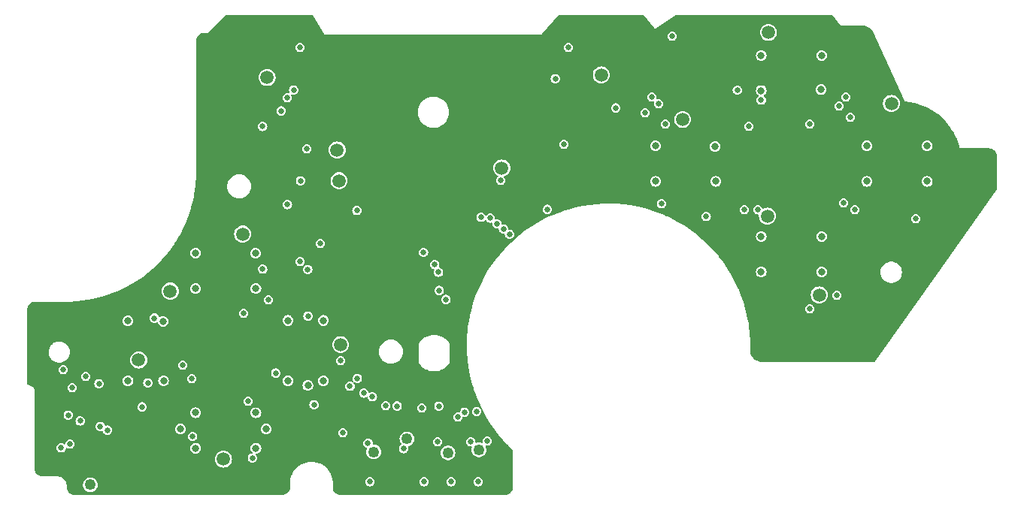
<source format=gbr>
G04 #@! TF.GenerationSoftware,KiCad,Pcbnew,7.0.6*
G04 #@! TF.CreationDate,2023-09-27T17:44:09-07:00*
G04 #@! TF.ProjectId,procon_tactile_button_board,70726f63-6f6e-45f7-9461-6374696c655f,rev?*
G04 #@! TF.SameCoordinates,Original*
G04 #@! TF.FileFunction,Copper,L2,Inr*
G04 #@! TF.FilePolarity,Positive*
%FSLAX46Y46*%
G04 Gerber Fmt 4.6, Leading zero omitted, Abs format (unit mm)*
G04 Created by KiCad (PCBNEW 7.0.6) date 2023-09-27 17:44:09*
%MOMM*%
%LPD*%
G01*
G04 APERTURE LIST*
G04 #@! TA.AperFunction,ViaPad*
%ADD10C,0.800000*%
G04 #@! TD*
G04 #@! TA.AperFunction,ViaPad*
%ADD11C,0.650000*%
G04 #@! TD*
G04 #@! TA.AperFunction,ViaPad*
%ADD12C,1.500000*%
G04 #@! TD*
G04 #@! TA.AperFunction,ViaPad*
%ADD13C,1.250000*%
G04 #@! TD*
G04 APERTURE END LIST*
D10*
X126562720Y-138605612D03*
X170891200Y-132689600D03*
D11*
X99384720Y-162735612D03*
X181334234Y-123893767D03*
X122498720Y-121841612D03*
D10*
X141710917Y-160887606D03*
D11*
X106750720Y-161465612D03*
X118942720Y-153337612D03*
D10*
X106324400Y-156385612D03*
X120751600Y-159918400D03*
D11*
X115132720Y-148511612D03*
D10*
X125526800Y-156362400D03*
X185894937Y-135051757D03*
X190125683Y-139881547D03*
X190062720Y-138097612D03*
D11*
X113919000Y-156337000D03*
D10*
X131267200Y-156616400D03*
D11*
X117926720Y-145463612D03*
X130372720Y-133271612D03*
X160090720Y-121841612D03*
D10*
X129356720Y-159687612D03*
X113487200Y-160985200D03*
D11*
X149860000Y-132461000D03*
D10*
X150842087Y-161464691D03*
D11*
X181198902Y-144250066D03*
X147193000Y-142875000D03*
X123514720Y-148511612D03*
D10*
X125984000Y-142494000D03*
X143764000Y-153670000D03*
D11*
X193432979Y-134393539D03*
D10*
X122936000Y-138176000D03*
D11*
X138303000Y-134493000D03*
X100946952Y-161373173D03*
X115640720Y-153591612D03*
X121990720Y-156131612D03*
X185236720Y-145717612D03*
X125120400Y-152958800D03*
X125726872Y-123395697D03*
X155693975Y-134493000D03*
X173579679Y-135300648D03*
X163392720Y-123063000D03*
X197174720Y-135557612D03*
X121482720Y-146225612D03*
X185236720Y-124889612D03*
X134239000Y-134620000D03*
X101924720Y-160957612D03*
X114624720Y-152067612D03*
X101162720Y-152575612D03*
X147898720Y-165209612D03*
X101747324Y-157686249D03*
X102178720Y-154607612D03*
X158058720Y-116253612D03*
X157550720Y-127175612D03*
X127832720Y-116253612D03*
D12*
X132029200Y-127812800D03*
D11*
X128594720Y-127683612D03*
X103080657Y-158348830D03*
X144850720Y-165209612D03*
X103702720Y-153337612D03*
D13*
X104227219Y-165552532D03*
D11*
X143009050Y-140716947D03*
D10*
X128727900Y-154353612D03*
D11*
X105199223Y-154153663D03*
D10*
X122878000Y-143421000D03*
D11*
X111455200Y-146761200D03*
D10*
X112420400Y-147116800D03*
X126478000Y-147021000D03*
X126478000Y-153821000D03*
D11*
X128736649Y-146524700D03*
D10*
X116078000Y-157421000D03*
D12*
X113233200Y-143713200D03*
D10*
X112478000Y-153821000D03*
X124022720Y-159253572D03*
D11*
X123638935Y-141228354D03*
D10*
X116078000Y-143421000D03*
D11*
X128714653Y-141267635D03*
D10*
X114370720Y-159253572D03*
X122878000Y-157421000D03*
D11*
X110706298Y-154065640D03*
X105357449Y-158975997D03*
X141802720Y-165209612D03*
X135706720Y-165209612D03*
X106157243Y-159380831D03*
D12*
X186309000Y-144145000D03*
D10*
X179778000Y-141546000D03*
X186578000Y-141546000D03*
X186537600Y-121005600D03*
D11*
X188284720Y-144193612D03*
X148228722Y-135386049D03*
X188538720Y-122857612D03*
D10*
X191678000Y-131346000D03*
D11*
X130118720Y-138351612D03*
D10*
X179781200Y-121107200D03*
D11*
X189046720Y-133779612D03*
D10*
X198478000Y-131346000D03*
X174678000Y-131346000D03*
X167878000Y-131346000D03*
D11*
X166694720Y-123619612D03*
D13*
X147987385Y-161597812D03*
D11*
X141753211Y-139354258D03*
X144272000Y-144653000D03*
D13*
X136143221Y-161833702D03*
X144500157Y-161945912D03*
D11*
X143425971Y-141587729D03*
X143510000Y-143637000D03*
D13*
X139885396Y-160369374D03*
D11*
X135028817Y-155203798D03*
D12*
X161772602Y-119345941D03*
D11*
X156591000Y-119761000D03*
X148919230Y-160614197D03*
D10*
X186578000Y-117146000D03*
X179778000Y-117146000D03*
D11*
X147736989Y-157287885D03*
D12*
X180594000Y-114554000D03*
D11*
X151434800Y-137312400D03*
X169742720Y-114983612D03*
X135996469Y-155618506D03*
X150438720Y-131239612D03*
D12*
X150571200Y-129844800D03*
D11*
X145612720Y-157909612D03*
D12*
X170924659Y-124371252D03*
D10*
X174599600Y-127406400D03*
D11*
X168980720Y-124889612D03*
D10*
X167878000Y-127346000D03*
D11*
X146374376Y-157366877D03*
X150759534Y-136710860D03*
X147074758Y-160698843D03*
D10*
X122834400Y-139446000D03*
D11*
X127832720Y-140383612D03*
D10*
X116078000Y-139421000D03*
D11*
X129425838Y-156526572D03*
D12*
X121384754Y-137280073D03*
D11*
X143491167Y-156695445D03*
D10*
X198478000Y-127346000D03*
X191678000Y-127346000D03*
D11*
X150030902Y-136134071D03*
X179781200Y-122174000D03*
D12*
X194437000Y-122555000D03*
D11*
X189300720Y-121841612D03*
X168218720Y-122603612D03*
D10*
X122878000Y-161421000D03*
D12*
X119227600Y-162661600D03*
D10*
X116078000Y-161421000D03*
D11*
X143326720Y-160703612D03*
X132658720Y-159687612D03*
D10*
X130478000Y-147021000D03*
D12*
X132416626Y-149752890D03*
D11*
X139515616Y-161471318D03*
X132404720Y-151559612D03*
D10*
X130478000Y-153821000D03*
D11*
X127140349Y-121050669D03*
X133468723Y-154436917D03*
X141548720Y-156893612D03*
D12*
X124148000Y-119635612D03*
D11*
X137484720Y-156639612D03*
D12*
X132232400Y-131267200D03*
D11*
X127905066Y-131272542D03*
X134284974Y-153564714D03*
D10*
X179778000Y-137546000D03*
D12*
X180467000Y-135255000D03*
D11*
X149261976Y-135483192D03*
X177088800Y-121056400D03*
D10*
X186578000Y-137546000D03*
D11*
X138771393Y-156665823D03*
X179394720Y-134541612D03*
X167456720Y-121841612D03*
X135499804Y-160857483D03*
D10*
X108478000Y-153821000D03*
D11*
X110052720Y-156768800D03*
D10*
X108458000Y-147066000D03*
D12*
X109677200Y-151485600D03*
D11*
X122488221Y-162536550D03*
X115739662Y-160096670D03*
X124276720Y-144701612D03*
X123629229Y-125152363D03*
X126400528Y-121917191D03*
X126428426Y-133955211D03*
X168554400Y-133858000D03*
X177870720Y-134541612D03*
X178378720Y-125143612D03*
X189808720Y-124127612D03*
X190316720Y-134541612D03*
G04 #@! TA.AperFunction,Conductor*
G36*
X129295990Y-112613813D02*
G01*
X129312133Y-112632854D01*
X130539613Y-114710127D01*
X130546282Y-114724904D01*
X130547500Y-114728655D01*
X130562860Y-114749795D01*
X130564781Y-114752720D01*
X130569574Y-114760830D01*
X130569576Y-114760832D01*
X130573287Y-114765321D01*
X130573219Y-114765377D01*
X130577997Y-114770630D01*
X130585887Y-114781489D01*
X130591160Y-114785321D01*
X130600019Y-114790375D01*
X130605997Y-114792965D01*
X130619352Y-114794232D01*
X130626314Y-114795675D01*
X130626328Y-114795588D01*
X130632081Y-114796499D01*
X130632083Y-114796500D01*
X130641494Y-114796500D01*
X130644992Y-114796666D01*
X130652493Y-114797377D01*
X130671014Y-114799135D01*
X130671016Y-114799133D01*
X130674864Y-114798276D01*
X130690979Y-114796500D01*
X155043131Y-114796500D01*
X155045747Y-114796592D01*
X155073456Y-114798560D01*
X155083066Y-114792568D01*
X155099351Y-114784986D01*
X155110112Y-114781490D01*
X155126440Y-114759014D01*
X155128051Y-114756956D01*
X155131617Y-114752716D01*
X156922620Y-112622874D01*
X156966485Y-112597611D01*
X156979258Y-112596500D01*
X166466268Y-112596500D01*
X166513834Y-112613813D01*
X166523116Y-112623126D01*
X167714793Y-114053139D01*
X167717748Y-114057220D01*
X167730083Y-114076955D01*
X167745917Y-114083350D01*
X167757621Y-114089337D01*
X167772088Y-114098445D01*
X167772088Y-114098444D01*
X167772089Y-114098445D01*
X167781237Y-114100758D01*
X167790638Y-114101415D01*
X167790638Y-114101414D01*
X167790639Y-114101415D01*
X167800598Y-114098930D01*
X167807215Y-114097280D01*
X167820213Y-114095242D01*
X167837253Y-114094110D01*
X167855137Y-114079205D01*
X167859205Y-114076259D01*
X170208826Y-112607747D01*
X170248046Y-112596500D01*
X187763583Y-112596500D01*
X187811149Y-112613813D01*
X187821602Y-112624568D01*
X188717919Y-113756758D01*
X188735888Y-113781490D01*
X188744158Y-113784177D01*
X188762278Y-113792943D01*
X188769523Y-113797762D01*
X188769525Y-113797763D01*
X188800072Y-113796500D01*
X191155671Y-113796500D01*
X191181277Y-113796500D01*
X191183920Y-113796595D01*
X191286300Y-113803925D01*
X191376718Y-113810399D01*
X191387171Y-113811904D01*
X191572159Y-113852194D01*
X191582299Y-113855176D01*
X191759639Y-113921405D01*
X191769252Y-113925800D01*
X191935365Y-114016629D01*
X191944247Y-114022346D01*
X191987905Y-114055079D01*
X192095718Y-114135913D01*
X192103701Y-114142842D01*
X192237442Y-114276829D01*
X192244356Y-114284824D01*
X192357644Y-114436500D01*
X192363349Y-114445400D01*
X192455707Y-114615045D01*
X192456885Y-114617407D01*
X192463658Y-114632288D01*
X193745406Y-117448841D01*
X195941583Y-122274792D01*
X195942958Y-122279162D01*
X195956876Y-122308396D01*
X195963361Y-122322646D01*
X195965262Y-122326011D01*
X195968835Y-122333515D01*
X195974655Y-122337521D01*
X195987277Y-122348507D01*
X195991927Y-122353586D01*
X195995916Y-122357944D01*
X196000321Y-122360439D01*
X196003639Y-122361850D01*
X196004015Y-122360793D01*
X196013195Y-122364051D01*
X196013196Y-122364051D01*
X196013198Y-122364052D01*
X196031674Y-122365519D01*
X196036129Y-122366147D01*
X196059906Y-122370999D01*
X196059910Y-122370997D01*
X196062307Y-122370725D01*
X196079215Y-122370749D01*
X196537347Y-122424142D01*
X196540011Y-122424552D01*
X197030394Y-122518632D01*
X197033006Y-122519233D01*
X197425023Y-122624807D01*
X197515142Y-122649078D01*
X197517741Y-122649881D01*
X197989028Y-122814787D01*
X197991561Y-122815779D01*
X198449462Y-123014860D01*
X198451915Y-123016036D01*
X198670184Y-123130681D01*
X198887493Y-123244822D01*
X198893942Y-123248209D01*
X198896302Y-123249562D01*
X199192787Y-123434272D01*
X199314496Y-123510098D01*
X199320084Y-123513579D01*
X199322339Y-123515102D01*
X199725585Y-123809539D01*
X199727722Y-123811223D01*
X200108258Y-124134493D01*
X200110242Y-124136307D01*
X200466013Y-124486665D01*
X200467868Y-124488633D01*
X200585020Y-124622328D01*
X200796945Y-124864182D01*
X200798643Y-124866271D01*
X200845510Y-124928433D01*
X201099229Y-125264959D01*
X201100786Y-125267190D01*
X201371270Y-125686877D01*
X201372659Y-125689216D01*
X201611584Y-126127640D01*
X201612794Y-126130070D01*
X201818872Y-126584867D01*
X201819898Y-126587372D01*
X201992010Y-127056077D01*
X201992853Y-127058664D01*
X202065490Y-127312795D01*
X202119786Y-127502761D01*
X202124651Y-127519780D01*
X202127500Y-127540117D01*
X202127500Y-127548654D01*
X202127501Y-127548655D01*
X202128243Y-127550942D01*
X202131529Y-127558012D01*
X202132164Y-127557663D01*
X202136862Y-127566193D01*
X202148985Y-127578815D01*
X202152231Y-127582693D01*
X202165888Y-127601489D01*
X202165888Y-127601490D01*
X202167315Y-127602526D01*
X202170452Y-127603961D01*
X202195026Y-127611079D01*
X202198482Y-127612080D01*
X202212083Y-127616500D01*
X202212088Y-127616500D01*
X202213441Y-127616715D01*
X202217948Y-127617719D01*
X202225902Y-127620024D01*
X202231483Y-127618648D01*
X202249185Y-127616500D01*
X205401071Y-127616500D01*
X205426178Y-127616500D01*
X205429806Y-127616678D01*
X205460778Y-127619728D01*
X205596235Y-127633070D01*
X205610453Y-127635898D01*
X205765254Y-127682855D01*
X205778652Y-127688406D01*
X205921307Y-127764657D01*
X205933364Y-127772713D01*
X205982210Y-127812799D01*
X206058408Y-127875333D01*
X206068666Y-127885591D01*
X206120399Y-127948628D01*
X206161846Y-127999132D01*
X206171283Y-128010630D01*
X206179342Y-128022692D01*
X206255593Y-128165347D01*
X206261145Y-128178749D01*
X206308100Y-128333541D01*
X206310930Y-128347769D01*
X206327321Y-128514193D01*
X206327499Y-128517821D01*
X206327499Y-132190615D01*
X206313955Y-132233290D01*
X200034840Y-141128704D01*
X192625846Y-151624781D01*
X192598038Y-151664175D01*
X192556463Y-151693051D01*
X192537582Y-151695500D01*
X179953679Y-151695500D01*
X179953671Y-151695499D01*
X179945059Y-151695499D01*
X179919583Y-151695499D01*
X179916682Y-151695385D01*
X179705004Y-151678729D01*
X179693536Y-151676914D01*
X179491315Y-151628369D01*
X179480272Y-151624781D01*
X179441174Y-151608587D01*
X179360060Y-151574990D01*
X179288140Y-151545201D01*
X179277793Y-151539929D01*
X179100476Y-151431272D01*
X179091082Y-151424447D01*
X178932947Y-151289391D01*
X178924735Y-151281180D01*
X178789671Y-151123043D01*
X178782846Y-151113649D01*
X178774842Y-151100588D01*
X178674180Y-150936327D01*
X178668915Y-150925993D01*
X178589324Y-150733847D01*
X178585741Y-150722819D01*
X178537191Y-150520599D01*
X178535375Y-150509131D01*
X178526078Y-150391007D01*
X178518787Y-150298374D01*
X178518692Y-150294357D01*
X178530572Y-149911377D01*
X178528142Y-149773767D01*
X178516872Y-149135661D01*
X178484690Y-148650912D01*
X178465477Y-148361508D01*
X178391714Y-147722482D01*
X178376512Y-147590785D01*
X178348269Y-147419641D01*
X178250185Y-146825286D01*
X178086797Y-146066838D01*
X177993591Y-145717611D01*
X184706685Y-145717611D01*
X184724745Y-145854794D01*
X184768569Y-145960595D01*
X184777696Y-145982630D01*
X184861929Y-146092403D01*
X184971702Y-146176636D01*
X185099537Y-146229586D01*
X185236720Y-146247647D01*
X185373903Y-146229586D01*
X185501738Y-146176636D01*
X185611511Y-146092403D01*
X185695744Y-145982630D01*
X185748694Y-145854795D01*
X185766755Y-145717612D01*
X185748694Y-145580429D01*
X185695744Y-145452595D01*
X185695116Y-145451776D01*
X185611513Y-145342823D01*
X185611512Y-145342822D01*
X185578161Y-145317230D01*
X185501738Y-145258588D01*
X185501736Y-145258587D01*
X185373902Y-145205637D01*
X185236720Y-145187577D01*
X185099537Y-145205637D01*
X184971704Y-145258587D01*
X184861929Y-145342821D01*
X184777695Y-145452596D01*
X184724745Y-145580429D01*
X184706685Y-145717611D01*
X177993591Y-145717611D01*
X177886733Y-145317230D01*
X177867984Y-145258588D01*
X177759099Y-144918018D01*
X177650465Y-144578233D01*
X177525388Y-144243985D01*
X177488347Y-144145000D01*
X185353901Y-144145000D01*
X185372253Y-144331332D01*
X185426605Y-144510505D01*
X185514859Y-144675617D01*
X185514862Y-144675622D01*
X185514864Y-144675625D01*
X185633643Y-144820357D01*
X185778375Y-144939136D01*
X185778380Y-144939138D01*
X185778382Y-144939140D01*
X185943494Y-145027394D01*
X185943496Y-145027394D01*
X185943499Y-145027396D01*
X186122669Y-145081747D01*
X186309000Y-145100099D01*
X186495331Y-145081747D01*
X186674501Y-145027396D01*
X186839625Y-144939136D01*
X186984357Y-144820357D01*
X187103136Y-144675625D01*
X187181079Y-144529803D01*
X187191394Y-144510505D01*
X187191394Y-144510504D01*
X187191396Y-144510501D01*
X187245747Y-144331331D01*
X187259311Y-144193611D01*
X187754685Y-144193611D01*
X187772745Y-144330794D01*
X187816569Y-144436595D01*
X187825696Y-144458630D01*
X187909929Y-144568403D01*
X188019702Y-144652636D01*
X188147537Y-144705586D01*
X188284720Y-144723647D01*
X188421903Y-144705586D01*
X188549738Y-144652636D01*
X188659511Y-144568403D01*
X188743744Y-144458630D01*
X188796694Y-144330795D01*
X188814755Y-144193612D01*
X188796694Y-144056429D01*
X188743744Y-143928595D01*
X188743742Y-143928592D01*
X188659513Y-143818823D01*
X188659512Y-143818822D01*
X188608260Y-143779494D01*
X188549738Y-143734588D01*
X188549736Y-143734587D01*
X188421902Y-143681637D01*
X188302779Y-143665954D01*
X188284720Y-143663577D01*
X188284719Y-143663577D01*
X188147537Y-143681637D01*
X188019704Y-143734587D01*
X187909929Y-143818821D01*
X187825695Y-143928596D01*
X187772745Y-144056429D01*
X187754685Y-144193611D01*
X187259311Y-144193611D01*
X187264099Y-144145000D01*
X187245747Y-143958669D01*
X187191396Y-143779499D01*
X187191394Y-143779496D01*
X187191394Y-143779494D01*
X187103140Y-143614382D01*
X187103138Y-143614380D01*
X187103136Y-143614375D01*
X186984357Y-143469643D01*
X186839625Y-143350864D01*
X186839622Y-143350862D01*
X186839617Y-143350859D01*
X186674505Y-143262605D01*
X186495332Y-143208253D01*
X186309000Y-143189901D01*
X186122667Y-143208253D01*
X185943494Y-143262605D01*
X185778382Y-143350859D01*
X185778373Y-143350865D01*
X185633643Y-143469643D01*
X185514865Y-143614373D01*
X185514859Y-143614382D01*
X185426605Y-143779494D01*
X185372253Y-143958667D01*
X185353901Y-144145000D01*
X177488347Y-144145000D01*
X177378550Y-143851584D01*
X177378549Y-143851584D01*
X177377558Y-143849284D01*
X177276378Y-143614373D01*
X177071646Y-143139045D01*
X176730456Y-142442241D01*
X176730455Y-142442241D01*
X176730453Y-142442236D01*
X176355796Y-141762846D01*
X176355793Y-141762841D01*
X176355783Y-141762823D01*
X176355782Y-141762823D01*
X176222071Y-141546000D01*
X179172318Y-141546000D01*
X179192955Y-141702760D01*
X179192955Y-141702761D01*
X179253464Y-141848841D01*
X179349715Y-141974279D01*
X179349720Y-141974284D01*
X179424315Y-142031522D01*
X179475159Y-142070536D01*
X179621238Y-142131044D01*
X179778000Y-142151682D01*
X179934762Y-142131044D01*
X180080841Y-142070536D01*
X180206282Y-141974282D01*
X180302536Y-141848841D01*
X180363044Y-141702762D01*
X180383682Y-141546000D01*
X185972318Y-141546000D01*
X185992955Y-141702760D01*
X185992955Y-141702761D01*
X186053464Y-141848841D01*
X186149715Y-141974279D01*
X186149720Y-141974284D01*
X186224315Y-142031522D01*
X186275159Y-142070536D01*
X186421238Y-142131044D01*
X186578000Y-142151682D01*
X186734762Y-142131044D01*
X186880841Y-142070536D01*
X187006282Y-141974282D01*
X187102536Y-141848841D01*
X187163044Y-141702762D01*
X187177099Y-141596003D01*
X193222357Y-141596003D01*
X193242883Y-141817524D01*
X193242885Y-141817537D01*
X193287483Y-141974284D01*
X193303771Y-142031528D01*
X193323195Y-142070536D01*
X193402942Y-142230690D01*
X193402944Y-142230693D01*
X193534356Y-142404710D01*
X193537019Y-142408236D01*
X193701438Y-142558124D01*
X193890599Y-142675247D01*
X194098060Y-142755618D01*
X194316757Y-142796500D01*
X194539243Y-142796500D01*
X194757940Y-142755618D01*
X194965401Y-142675247D01*
X195154562Y-142558124D01*
X195318981Y-142408236D01*
X195453058Y-142230689D01*
X195552229Y-142031528D01*
X195613115Y-141817536D01*
X195633643Y-141596000D01*
X195628284Y-141538171D01*
X195613116Y-141374475D01*
X195613115Y-141374464D01*
X195552229Y-141160472D01*
X195453058Y-140961311D01*
X195453057Y-140961310D01*
X195453057Y-140961309D01*
X195453055Y-140961306D01*
X195337745Y-140808612D01*
X195318981Y-140783764D01*
X195154562Y-140633876D01*
X194965401Y-140516753D01*
X194904168Y-140493031D01*
X194757942Y-140436382D01*
X194539246Y-140395500D01*
X194539243Y-140395500D01*
X194316757Y-140395500D01*
X194316753Y-140395500D01*
X194098057Y-140436382D01*
X193890604Y-140516751D01*
X193890599Y-140516753D01*
X193890594Y-140516755D01*
X193890594Y-140516756D01*
X193701440Y-140633874D01*
X193658980Y-140672582D01*
X193552853Y-140769330D01*
X193537016Y-140783767D01*
X193402944Y-140961306D01*
X193402942Y-140961309D01*
X193303771Y-141160472D01*
X193303769Y-141160477D01*
X193242885Y-141374462D01*
X193242883Y-141374475D01*
X193222357Y-141595996D01*
X193222357Y-141596003D01*
X187177099Y-141596003D01*
X187183682Y-141546000D01*
X187163044Y-141389238D01*
X187102536Y-141243159D01*
X187050981Y-141175971D01*
X187006284Y-141117720D01*
X187006279Y-141117715D01*
X186880841Y-141021464D01*
X186734761Y-140960955D01*
X186578000Y-140940318D01*
X186421239Y-140960955D01*
X186421238Y-140960955D01*
X186275158Y-141021464D01*
X186149720Y-141117715D01*
X186149715Y-141117720D01*
X186053464Y-141243158D01*
X185992955Y-141389238D01*
X185992955Y-141389239D01*
X185972318Y-141546000D01*
X180383682Y-141546000D01*
X180363044Y-141389238D01*
X180302536Y-141243159D01*
X180250981Y-141175971D01*
X180206284Y-141117720D01*
X180206279Y-141117715D01*
X180080841Y-141021464D01*
X179934761Y-140960955D01*
X179778000Y-140940318D01*
X179621239Y-140960955D01*
X179621238Y-140960955D01*
X179475158Y-141021464D01*
X179349720Y-141117715D01*
X179349715Y-141117720D01*
X179253464Y-141243158D01*
X179192955Y-141389238D01*
X179192955Y-141389239D01*
X179172318Y-141546000D01*
X176222071Y-141546000D01*
X175948553Y-141102467D01*
X175509698Y-140462677D01*
X175040256Y-139844972D01*
X174959534Y-139748841D01*
X174541338Y-139250812D01*
X174541331Y-139250804D01*
X174541331Y-139250803D01*
X174014136Y-138681617D01*
X174014130Y-138681611D01*
X173459875Y-138138711D01*
X173459872Y-138138708D01*
X173193075Y-137901678D01*
X173192994Y-137901529D01*
X173169916Y-137881019D01*
X173169917Y-137881019D01*
X172876064Y-137619862D01*
X172784197Y-137546000D01*
X179172318Y-137546000D01*
X179192955Y-137702760D01*
X179192955Y-137702761D01*
X179253464Y-137848841D01*
X179349715Y-137974279D01*
X179349720Y-137974284D01*
X179412906Y-138022768D01*
X179475159Y-138070536D01*
X179621238Y-138131044D01*
X179778000Y-138151682D01*
X179934762Y-138131044D01*
X180080841Y-138070536D01*
X180206282Y-137974282D01*
X180302536Y-137848841D01*
X180363044Y-137702762D01*
X180383682Y-137546000D01*
X185972318Y-137546000D01*
X185992955Y-137702760D01*
X185992955Y-137702761D01*
X186053464Y-137848841D01*
X186149715Y-137974279D01*
X186149720Y-137974284D01*
X186212906Y-138022768D01*
X186275159Y-138070536D01*
X186421238Y-138131044D01*
X186578000Y-138151682D01*
X186734762Y-138131044D01*
X186880841Y-138070536D01*
X187006282Y-137974282D01*
X187102536Y-137848841D01*
X187163044Y-137702762D01*
X187183682Y-137546000D01*
X187163044Y-137389238D01*
X187102536Y-137243159D01*
X187056652Y-137183361D01*
X187006284Y-137117720D01*
X187006279Y-137117715D01*
X186880841Y-137021464D01*
X186734761Y-136960955D01*
X186578000Y-136940318D01*
X186421239Y-136960955D01*
X186421238Y-136960955D01*
X186275158Y-137021464D01*
X186149720Y-137117715D01*
X186149715Y-137117720D01*
X186053464Y-137243158D01*
X185992955Y-137389238D01*
X185992955Y-137389239D01*
X185972318Y-137546000D01*
X180383682Y-137546000D01*
X180363044Y-137389238D01*
X180302536Y-137243159D01*
X180256652Y-137183361D01*
X180206284Y-137117720D01*
X180206279Y-137117715D01*
X180080841Y-137021464D01*
X179934761Y-136960955D01*
X179778000Y-136940318D01*
X179621239Y-136960955D01*
X179621238Y-136960955D01*
X179475158Y-137021464D01*
X179349720Y-137117715D01*
X179349715Y-137117720D01*
X179253464Y-137243158D01*
X179192955Y-137389238D01*
X179192955Y-137389239D01*
X179172318Y-137546000D01*
X172784197Y-137546000D01*
X172589222Y-137389239D01*
X172263300Y-137127195D01*
X171689753Y-136710860D01*
X171626999Y-136665307D01*
X171516443Y-136593093D01*
X170968718Y-136235327D01*
X170290060Y-135838303D01*
X169592664Y-135475192D01*
X169212839Y-135300647D01*
X173049644Y-135300647D01*
X173067704Y-135437830D01*
X173117319Y-135557612D01*
X173120655Y-135565666D01*
X173204888Y-135675439D01*
X173314661Y-135759672D01*
X173442496Y-135812622D01*
X173579679Y-135830683D01*
X173716862Y-135812622D01*
X173844697Y-135759672D01*
X173954470Y-135675439D01*
X174038703Y-135565666D01*
X174091653Y-135437831D01*
X174109714Y-135300648D01*
X174091653Y-135163465D01*
X174038703Y-135035631D01*
X174029907Y-135024168D01*
X173954472Y-134925859D01*
X173954471Y-134925858D01*
X173901250Y-134885019D01*
X173844697Y-134841624D01*
X173844695Y-134841623D01*
X173716861Y-134788673D01*
X173597738Y-134772990D01*
X173579679Y-134770613D01*
X173579678Y-134770613D01*
X173442496Y-134788673D01*
X173314663Y-134841623D01*
X173204888Y-134925857D01*
X173120654Y-135035632D01*
X173067704Y-135163465D01*
X173049644Y-135300647D01*
X169212839Y-135300647D01*
X169100159Y-135248866D01*
X168878232Y-135146881D01*
X168148479Y-134854158D01*
X168148480Y-134854158D01*
X167405206Y-134597747D01*
X167212108Y-134541612D01*
X177340685Y-134541612D01*
X177358745Y-134678794D01*
X177408321Y-134798483D01*
X177411696Y-134806630D01*
X177495929Y-134916403D01*
X177605702Y-135000636D01*
X177733537Y-135053586D01*
X177870720Y-135071647D01*
X178007903Y-135053586D01*
X178135738Y-135000636D01*
X178245511Y-134916403D01*
X178329744Y-134806630D01*
X178382694Y-134678795D01*
X178400755Y-134541612D01*
X178400755Y-134541611D01*
X178864685Y-134541611D01*
X178882745Y-134678794D01*
X178932321Y-134798483D01*
X178935696Y-134806630D01*
X179019929Y-134916403D01*
X179129702Y-135000636D01*
X179257537Y-135053586D01*
X179394720Y-135071647D01*
X179439294Y-135065778D01*
X179488712Y-135076734D01*
X179519528Y-135116892D01*
X179522597Y-135146398D01*
X179519294Y-135179939D01*
X179511901Y-135255000D01*
X179515604Y-135292595D01*
X179530253Y-135441332D01*
X179584605Y-135620505D01*
X179672859Y-135785617D01*
X179672862Y-135785622D01*
X179672864Y-135785625D01*
X179791643Y-135930357D01*
X179936375Y-136049136D01*
X179936380Y-136049138D01*
X179936382Y-136049140D01*
X180101494Y-136137394D01*
X180101496Y-136137394D01*
X180101499Y-136137396D01*
X180280669Y-136191747D01*
X180467000Y-136210099D01*
X180653331Y-136191747D01*
X180832501Y-136137396D01*
X180997625Y-136049136D01*
X181142357Y-135930357D01*
X181261136Y-135785625D01*
X181345481Y-135627825D01*
X181349394Y-135620505D01*
X181349394Y-135620504D01*
X181349396Y-135620501D01*
X181368473Y-135557612D01*
X196644685Y-135557612D01*
X196662745Y-135694794D01*
X196715695Y-135822628D01*
X196715696Y-135822630D01*
X196799929Y-135932403D01*
X196909702Y-136016636D01*
X197037537Y-136069586D01*
X197174720Y-136087647D01*
X197311903Y-136069586D01*
X197439738Y-136016636D01*
X197549511Y-135932403D01*
X197633744Y-135822630D01*
X197686694Y-135694795D01*
X197704755Y-135557612D01*
X197686694Y-135420429D01*
X197633744Y-135292595D01*
X197633742Y-135292592D01*
X197549513Y-135182823D01*
X197549512Y-135182822D01*
X197535176Y-135171821D01*
X197439738Y-135098588D01*
X197439736Y-135098587D01*
X197311902Y-135045637D01*
X197174720Y-135027577D01*
X197037537Y-135045637D01*
X196909704Y-135098587D01*
X196799929Y-135182821D01*
X196715695Y-135292596D01*
X196662745Y-135420429D01*
X196644685Y-135557612D01*
X181368473Y-135557612D01*
X181403747Y-135441331D01*
X181422099Y-135255000D01*
X181403747Y-135068669D01*
X181349396Y-134889499D01*
X181349394Y-134889496D01*
X181349394Y-134889494D01*
X181261140Y-134724382D01*
X181261138Y-134724380D01*
X181261136Y-134724375D01*
X181142357Y-134579643D01*
X181096015Y-134541611D01*
X189786685Y-134541611D01*
X189804745Y-134678794D01*
X189854321Y-134798483D01*
X189857696Y-134806630D01*
X189941929Y-134916403D01*
X190051702Y-135000636D01*
X190179537Y-135053586D01*
X190316720Y-135071647D01*
X190453903Y-135053586D01*
X190581738Y-135000636D01*
X190691511Y-134916403D01*
X190775744Y-134806630D01*
X190828694Y-134678795D01*
X190846755Y-134541612D01*
X190828694Y-134404429D01*
X190775744Y-134276595D01*
X190775742Y-134276592D01*
X190691513Y-134166823D01*
X190691512Y-134166822D01*
X190683894Y-134160976D01*
X190581738Y-134082588D01*
X190581736Y-134082587D01*
X190453902Y-134029637D01*
X190334779Y-134013954D01*
X190316720Y-134011577D01*
X190316719Y-134011577D01*
X190179537Y-134029637D01*
X190051704Y-134082587D01*
X189941929Y-134166821D01*
X189857695Y-134276596D01*
X189804745Y-134404429D01*
X189786685Y-134541611D01*
X181096015Y-134541611D01*
X180997625Y-134460864D01*
X180997622Y-134460862D01*
X180997617Y-134460859D01*
X180832505Y-134372605D01*
X180653332Y-134318253D01*
X180560165Y-134309077D01*
X180467000Y-134299901D01*
X180466999Y-134299901D01*
X180280667Y-134318253D01*
X180101494Y-134372605D01*
X180003218Y-134425135D01*
X179953107Y-134432289D01*
X179910121Y-134405559D01*
X179899968Y-134388191D01*
X179886212Y-134354980D01*
X179853744Y-134276595D01*
X179853742Y-134276592D01*
X179769513Y-134166823D01*
X179769512Y-134166822D01*
X179761894Y-134160976D01*
X179659738Y-134082588D01*
X179659736Y-134082587D01*
X179531902Y-134029637D01*
X179394720Y-134011577D01*
X179257537Y-134029637D01*
X179129704Y-134082587D01*
X179019929Y-134166821D01*
X178935695Y-134276596D01*
X178882745Y-134404429D01*
X178864685Y-134541611D01*
X178400755Y-134541611D01*
X178382694Y-134404429D01*
X178329744Y-134276595D01*
X178329742Y-134276592D01*
X178245513Y-134166823D01*
X178245512Y-134166822D01*
X178237894Y-134160976D01*
X178135738Y-134082588D01*
X178135736Y-134082587D01*
X178007902Y-134029637D01*
X177888780Y-134013954D01*
X177870720Y-134011577D01*
X177870719Y-134011577D01*
X177733537Y-134029637D01*
X177605704Y-134082587D01*
X177495929Y-134166821D01*
X177411695Y-134276596D01*
X177358745Y-134404429D01*
X177340685Y-134541612D01*
X167212108Y-134541612D01*
X166650198Y-134378261D01*
X166361863Y-134309646D01*
X165885296Y-134196237D01*
X165885294Y-134196237D01*
X165112352Y-134052115D01*
X164333249Y-133946247D01*
X163549876Y-133878889D01*
X162977637Y-133857999D01*
X168024365Y-133857999D01*
X168042425Y-133995182D01*
X168078630Y-134082589D01*
X168095376Y-134123018D01*
X168179609Y-134232791D01*
X168289382Y-134317024D01*
X168417217Y-134369974D01*
X168554400Y-134388035D01*
X168691583Y-134369974D01*
X168819418Y-134317024D01*
X168929191Y-134232791D01*
X169013424Y-134123018D01*
X169066374Y-133995183D01*
X169084435Y-133858000D01*
X169074115Y-133779612D01*
X188516685Y-133779612D01*
X188534745Y-133916794D01*
X188583283Y-134033976D01*
X188587696Y-134044630D01*
X188671929Y-134154403D01*
X188781702Y-134238636D01*
X188909537Y-134291586D01*
X189046720Y-134309647D01*
X189183903Y-134291586D01*
X189311738Y-134238636D01*
X189421511Y-134154403D01*
X189505744Y-134044630D01*
X189558694Y-133916795D01*
X189576755Y-133779612D01*
X189558694Y-133642429D01*
X189505744Y-133514595D01*
X189491619Y-133496187D01*
X189421513Y-133404823D01*
X189421512Y-133404822D01*
X189413894Y-133398976D01*
X189311738Y-133320588D01*
X189311736Y-133320587D01*
X189183902Y-133267637D01*
X189062534Y-133251659D01*
X189046720Y-133249577D01*
X189046719Y-133249577D01*
X188909537Y-133267637D01*
X188781704Y-133320587D01*
X188671929Y-133404821D01*
X188587695Y-133514596D01*
X188534745Y-133642429D01*
X188516685Y-133779612D01*
X169074115Y-133779612D01*
X169066374Y-133720817D01*
X169013424Y-133592983D01*
X169003784Y-133580420D01*
X168929193Y-133483211D01*
X168929192Y-133483210D01*
X168827037Y-133404822D01*
X168819418Y-133398976D01*
X168819416Y-133398975D01*
X168691582Y-133346025D01*
X168554400Y-133327965D01*
X168417217Y-133346025D01*
X168289384Y-133398975D01*
X168179609Y-133483209D01*
X168095375Y-133592984D01*
X168042425Y-133720817D01*
X168024365Y-133857999D01*
X162977637Y-133857999D01*
X162764136Y-133850205D01*
X162764129Y-133850205D01*
X162764127Y-133850205D01*
X161977932Y-133860264D01*
X161977931Y-133860264D01*
X161305295Y-133902073D01*
X161193188Y-133909042D01*
X160411795Y-133996420D01*
X159635655Y-134122187D01*
X158910963Y-134276596D01*
X158866639Y-134286040D01*
X158866640Y-134286040D01*
X158106660Y-134487571D01*
X157357526Y-134726297D01*
X157357516Y-134726300D01*
X157357512Y-134726302D01*
X157272686Y-134758016D01*
X156621052Y-135001643D01*
X156621053Y-135001643D01*
X156621046Y-135001645D01*
X156621038Y-135001649D01*
X155899022Y-135312942D01*
X155193219Y-135659427D01*
X155139258Y-135689302D01*
X154505344Y-136040259D01*
X154505343Y-136040259D01*
X154505341Y-136040261D01*
X154249449Y-136198886D01*
X153837064Y-136454519D01*
X153190001Y-136901198D01*
X152565730Y-137379212D01*
X152251264Y-137645574D01*
X151965765Y-137887400D01*
X151593990Y-138235171D01*
X151391570Y-138424521D01*
X151391569Y-138424522D01*
X150844517Y-138989293D01*
X150844516Y-138989294D01*
X150709518Y-139143159D01*
X150328205Y-139577762D01*
X150325963Y-139580317D01*
X149837160Y-140196161D01*
X149379280Y-140835352D01*
X149379281Y-140835351D01*
X148953449Y-141496318D01*
X148560695Y-142177461D01*
X148560694Y-142177463D01*
X148560693Y-142177463D01*
X148201981Y-142877111D01*
X148201974Y-142877125D01*
X147878157Y-143593611D01*
X147605712Y-144285364D01*
X147590026Y-144325191D01*
X147590026Y-144325192D01*
X147338294Y-145070050D01*
X147123559Y-145826414D01*
X147123555Y-145826427D01*
X147123556Y-145826427D01*
X146968551Y-146496464D01*
X146946339Y-146592477D01*
X146807084Y-147366278D01*
X146807082Y-147366291D01*
X146760959Y-147722481D01*
X146706111Y-148146053D01*
X146643678Y-148929827D01*
X146622710Y-149623805D01*
X146619932Y-149715730D01*
X146634932Y-150501851D01*
X146649046Y-150707988D01*
X146688640Y-151286285D01*
X146736993Y-151695385D01*
X146780928Y-152067106D01*
X146789266Y-152116588D01*
X146911570Y-152842444D01*
X146911570Y-152842443D01*
X147080249Y-153610397D01*
X147249496Y-154232822D01*
X147286556Y-154369112D01*
X147520784Y-155088471D01*
X147529991Y-155116747D01*
X147809957Y-155851470D01*
X147809957Y-155851469D01*
X148125780Y-156571510D01*
X148125780Y-156571511D01*
X148236587Y-156793687D01*
X148292592Y-156905983D01*
X148295248Y-156911307D01*
X148300984Y-156961600D01*
X148273051Y-157003814D01*
X148224518Y-157018197D01*
X148178095Y-156998018D01*
X148170319Y-156989383D01*
X148111780Y-156913094D01*
X148002008Y-156828862D01*
X148002007Y-156828861D01*
X147969311Y-156815318D01*
X147874171Y-156775910D01*
X147755049Y-156760227D01*
X147736989Y-156757850D01*
X147736988Y-156757850D01*
X147599806Y-156775910D01*
X147471973Y-156828860D01*
X147362198Y-156913094D01*
X147277964Y-157022869D01*
X147225014Y-157150702D01*
X147206954Y-157287885D01*
X147225014Y-157425067D01*
X147257734Y-157504060D01*
X147277965Y-157552903D01*
X147362198Y-157662676D01*
X147471971Y-157746909D01*
X147599806Y-157799859D01*
X147736989Y-157817920D01*
X147874172Y-157799859D01*
X148002007Y-157746909D01*
X148111780Y-157662676D01*
X148196013Y-157552903D01*
X148248963Y-157425068D01*
X148267024Y-157287885D01*
X148248963Y-157150702D01*
X148246531Y-157144832D01*
X148244322Y-157094265D01*
X148275135Y-157054105D01*
X148324554Y-157043147D01*
X148369455Y-157066518D01*
X148381119Y-157083487D01*
X148476694Y-157275123D01*
X148784776Y-157823432D01*
X148861847Y-157960599D01*
X149280298Y-158626263D01*
X149546006Y-159006042D01*
X149731033Y-159270503D01*
X149763861Y-159312822D01*
X150212961Y-159891759D01*
X150616102Y-160361686D01*
X150724914Y-160488524D01*
X151207897Y-160998382D01*
X151265632Y-161059330D01*
X151323698Y-161114860D01*
X151539045Y-161320804D01*
X151548678Y-161330019D01*
X151550750Y-161332168D01*
X151642220Y-161435022D01*
X151649409Y-161444555D01*
X151720743Y-161556990D01*
X151726305Y-161567554D01*
X151778630Y-161689999D01*
X151782421Y-161701321D01*
X151814373Y-161830585D01*
X151816294Y-161842369D01*
X151827379Y-161979267D01*
X151827500Y-161982255D01*
X151827500Y-165794178D01*
X151827322Y-165797807D01*
X151810930Y-165964231D01*
X151808100Y-165978458D01*
X151761145Y-166133250D01*
X151755593Y-166146652D01*
X151679342Y-166289307D01*
X151671283Y-166301369D01*
X151568666Y-166426408D01*
X151558408Y-166436666D01*
X151433369Y-166539283D01*
X151421307Y-166547342D01*
X151278652Y-166623593D01*
X151265250Y-166629145D01*
X151110458Y-166676100D01*
X151096231Y-166678930D01*
X150929807Y-166695322D01*
X150926178Y-166695500D01*
X132429822Y-166695500D01*
X132426193Y-166695322D01*
X132259768Y-166678930D01*
X132245541Y-166676100D01*
X132090749Y-166629145D01*
X132077347Y-166623593D01*
X131934692Y-166547342D01*
X131922633Y-166539285D01*
X131869948Y-166496048D01*
X131797591Y-166436666D01*
X131787333Y-166426408D01*
X131744098Y-166373726D01*
X131684713Y-166301364D01*
X131676657Y-166289307D01*
X131667069Y-166271370D01*
X131600406Y-166146652D01*
X131594854Y-166133250D01*
X131579283Y-166081918D01*
X131547898Y-165978453D01*
X131545070Y-165964235D01*
X131528678Y-165797806D01*
X131528500Y-165794178D01*
X131528500Y-165209612D01*
X135176685Y-165209612D01*
X135194745Y-165346794D01*
X135247695Y-165474628D01*
X135247696Y-165474630D01*
X135331929Y-165584403D01*
X135441702Y-165668636D01*
X135569537Y-165721586D01*
X135706720Y-165739647D01*
X135843903Y-165721586D01*
X135971738Y-165668636D01*
X136081511Y-165584403D01*
X136165744Y-165474630D01*
X136218694Y-165346795D01*
X136236755Y-165209612D01*
X141272685Y-165209612D01*
X141290745Y-165346794D01*
X141343695Y-165474628D01*
X141343696Y-165474630D01*
X141427929Y-165584403D01*
X141537702Y-165668636D01*
X141665537Y-165721586D01*
X141802720Y-165739647D01*
X141939903Y-165721586D01*
X142067738Y-165668636D01*
X142177511Y-165584403D01*
X142261744Y-165474630D01*
X142314694Y-165346795D01*
X142332755Y-165209612D01*
X144320685Y-165209612D01*
X144338745Y-165346794D01*
X144391695Y-165474628D01*
X144391696Y-165474630D01*
X144475929Y-165584403D01*
X144585702Y-165668636D01*
X144713537Y-165721586D01*
X144850720Y-165739647D01*
X144987903Y-165721586D01*
X145115738Y-165668636D01*
X145225511Y-165584403D01*
X145309744Y-165474630D01*
X145362694Y-165346795D01*
X145380755Y-165209612D01*
X145380755Y-165209611D01*
X147368685Y-165209611D01*
X147386745Y-165346794D01*
X147439695Y-165474628D01*
X147439696Y-165474630D01*
X147523929Y-165584403D01*
X147633702Y-165668636D01*
X147761537Y-165721586D01*
X147898720Y-165739647D01*
X148035903Y-165721586D01*
X148163738Y-165668636D01*
X148273511Y-165584403D01*
X148357744Y-165474630D01*
X148410694Y-165346795D01*
X148428755Y-165209612D01*
X148410694Y-165072429D01*
X148357744Y-164944595D01*
X148350909Y-164935687D01*
X148273513Y-164834823D01*
X148273512Y-164834822D01*
X148272036Y-164833689D01*
X148163738Y-164750588D01*
X148163736Y-164750587D01*
X148035902Y-164697637D01*
X147898720Y-164679577D01*
X147761537Y-164697637D01*
X147633704Y-164750587D01*
X147523929Y-164834821D01*
X147439695Y-164944596D01*
X147386745Y-165072429D01*
X147368685Y-165209611D01*
X145380755Y-165209611D01*
X145362694Y-165072429D01*
X145309744Y-164944595D01*
X145302909Y-164935687D01*
X145225513Y-164834823D01*
X145225512Y-164834822D01*
X145224036Y-164833689D01*
X145115738Y-164750588D01*
X145115736Y-164750587D01*
X144987902Y-164697637D01*
X144850720Y-164679577D01*
X144713537Y-164697637D01*
X144585704Y-164750587D01*
X144475929Y-164834821D01*
X144391695Y-164944596D01*
X144338745Y-165072429D01*
X144320685Y-165209612D01*
X142332755Y-165209612D01*
X142314694Y-165072429D01*
X142261744Y-164944595D01*
X142254909Y-164935687D01*
X142177513Y-164834823D01*
X142177512Y-164834822D01*
X142176036Y-164833689D01*
X142067738Y-164750588D01*
X142067736Y-164750587D01*
X141939902Y-164697637D01*
X141802720Y-164679577D01*
X141665537Y-164697637D01*
X141537704Y-164750587D01*
X141427929Y-164834821D01*
X141343695Y-164944596D01*
X141290745Y-165072429D01*
X141272685Y-165209612D01*
X136236755Y-165209612D01*
X136218694Y-165072429D01*
X136165744Y-164944595D01*
X136158909Y-164935687D01*
X136081513Y-164834823D01*
X136081512Y-164834822D01*
X136080036Y-164833689D01*
X135971738Y-164750588D01*
X135971736Y-164750587D01*
X135843902Y-164697637D01*
X135724780Y-164681954D01*
X135706720Y-164679577D01*
X135706719Y-164679577D01*
X135569537Y-164697637D01*
X135441704Y-164750587D01*
X135331929Y-164834821D01*
X135247695Y-164944596D01*
X135194745Y-165072429D01*
X135176685Y-165209612D01*
X131528500Y-165209612D01*
X131528500Y-165194971D01*
X131528499Y-165194965D01*
X131490642Y-164895301D01*
X131415524Y-164602734D01*
X131415522Y-164602730D01*
X131350809Y-164439283D01*
X131304332Y-164321896D01*
X131158816Y-164057205D01*
X130981274Y-163812838D01*
X130774504Y-163592651D01*
X130774502Y-163592650D01*
X130774500Y-163592647D01*
X130541767Y-163400114D01*
X130286737Y-163238267D01*
X130091721Y-163146500D01*
X130013430Y-163109659D01*
X130013427Y-163109658D01*
X130013423Y-163109656D01*
X130013419Y-163109654D01*
X129726173Y-163016322D01*
X129726157Y-163016318D01*
X129429470Y-162959722D01*
X129429462Y-162959720D01*
X129429457Y-162959720D01*
X129429452Y-162959719D01*
X129429447Y-162959719D01*
X129128001Y-162940754D01*
X129127999Y-162940754D01*
X128826552Y-162959719D01*
X128826545Y-162959719D01*
X128826543Y-162959720D01*
X128826540Y-162959720D01*
X128826529Y-162959722D01*
X128529842Y-163016318D01*
X128529826Y-163016322D01*
X128242580Y-163109654D01*
X128242576Y-163109656D01*
X127969262Y-163238267D01*
X127714232Y-163400114D01*
X127481499Y-163592647D01*
X127274725Y-163812839D01*
X127097187Y-164057199D01*
X126951668Y-164321895D01*
X126951665Y-164321902D01*
X126840477Y-164602730D01*
X126840475Y-164602734D01*
X126765357Y-164895301D01*
X126727500Y-165194965D01*
X126727500Y-165794178D01*
X126727322Y-165797807D01*
X126710930Y-165964231D01*
X126708100Y-165978458D01*
X126661145Y-166133250D01*
X126655593Y-166146652D01*
X126579342Y-166289307D01*
X126571283Y-166301369D01*
X126468666Y-166426408D01*
X126458408Y-166436666D01*
X126333369Y-166539283D01*
X126321307Y-166547342D01*
X126178652Y-166623593D01*
X126165250Y-166629145D01*
X126010458Y-166676100D01*
X125996231Y-166678930D01*
X125829807Y-166695322D01*
X125826178Y-166695500D01*
X102479822Y-166695500D01*
X102476193Y-166695322D01*
X102309768Y-166678930D01*
X102295541Y-166676100D01*
X102140749Y-166629145D01*
X102127347Y-166623593D01*
X101984692Y-166547342D01*
X101972633Y-166539285D01*
X101919948Y-166496048D01*
X101847591Y-166436666D01*
X101837333Y-166426408D01*
X101794098Y-166373726D01*
X101734713Y-166301364D01*
X101726657Y-166289307D01*
X101717069Y-166271370D01*
X101650406Y-166146652D01*
X101644854Y-166133250D01*
X101629283Y-166081918D01*
X101597898Y-165978453D01*
X101595070Y-165964235D01*
X101578678Y-165797806D01*
X101578500Y-165794178D01*
X101578500Y-165599723D01*
X101578499Y-165599715D01*
X101570179Y-165552532D01*
X103397172Y-165552532D01*
X103412251Y-165695999D01*
X103415312Y-165725113D01*
X103468930Y-165890137D01*
X103468935Y-165890147D01*
X103555694Y-166040417D01*
X103555697Y-166040422D01*
X103671811Y-166169379D01*
X103812188Y-166271370D01*
X103812195Y-166271374D01*
X103970720Y-166341954D01*
X104140455Y-166378032D01*
X104140456Y-166378032D01*
X104313982Y-166378032D01*
X104313983Y-166378032D01*
X104483718Y-166341954D01*
X104642243Y-166271374D01*
X104653951Y-166262868D01*
X104782626Y-166169379D01*
X104782625Y-166169379D01*
X104782629Y-166169377D01*
X104898741Y-166040421D01*
X104985505Y-165890143D01*
X105039127Y-165725108D01*
X105057266Y-165552532D01*
X105039127Y-165379956D01*
X104990123Y-165229134D01*
X104985507Y-165214926D01*
X104985502Y-165214916D01*
X104898743Y-165064646D01*
X104898740Y-165064641D01*
X104793799Y-164948093D01*
X104782629Y-164935687D01*
X104782628Y-164935686D01*
X104782626Y-164935684D01*
X104642249Y-164833693D01*
X104642242Y-164833689D01*
X104483719Y-164763110D01*
X104483717Y-164763109D01*
X104350060Y-164734700D01*
X104313983Y-164727032D01*
X104140455Y-164727032D01*
X104110702Y-164733356D01*
X103970720Y-164763109D01*
X103970718Y-164763110D01*
X103812197Y-164833688D01*
X103812192Y-164833691D01*
X103671811Y-164935684D01*
X103555697Y-165064641D01*
X103555694Y-165064646D01*
X103468935Y-165214916D01*
X103468930Y-165214926D01*
X103415312Y-165379950D01*
X103415311Y-165379954D01*
X103415311Y-165379956D01*
X103397172Y-165552532D01*
X101570179Y-165552532D01*
X101545062Y-165410082D01*
X101479202Y-165229132D01*
X101382921Y-165062368D01*
X101380018Y-165058908D01*
X101259148Y-164914860D01*
X101259139Y-164914851D01*
X101111635Y-164791081D01*
X101086775Y-164776728D01*
X100944868Y-164694798D01*
X100922019Y-164686482D01*
X100763917Y-164628937D01*
X100574284Y-164595500D01*
X100574281Y-164595500D01*
X100493917Y-164595500D01*
X98829822Y-164595500D01*
X98826193Y-164595322D01*
X98659768Y-164578930D01*
X98645541Y-164576100D01*
X98490749Y-164529145D01*
X98477347Y-164523593D01*
X98334692Y-164447342D01*
X98322633Y-164439285D01*
X98269948Y-164396048D01*
X98197591Y-164336666D01*
X98187333Y-164326408D01*
X98121549Y-164246250D01*
X98084713Y-164201364D01*
X98076657Y-164189307D01*
X98000406Y-164046652D01*
X97994854Y-164033250D01*
X97947898Y-163878453D01*
X97945070Y-163864235D01*
X97928678Y-163697806D01*
X97928500Y-163694178D01*
X97928500Y-162661600D01*
X118272501Y-162661600D01*
X118290853Y-162847932D01*
X118345205Y-163027105D01*
X118433459Y-163192217D01*
X118433462Y-163192222D01*
X118433464Y-163192225D01*
X118552243Y-163336957D01*
X118696975Y-163455736D01*
X118696980Y-163455738D01*
X118696982Y-163455740D01*
X118862094Y-163543994D01*
X118862096Y-163543994D01*
X118862099Y-163543996D01*
X119041269Y-163598347D01*
X119227600Y-163616699D01*
X119413931Y-163598347D01*
X119593101Y-163543996D01*
X119758225Y-163455736D01*
X119902957Y-163336957D01*
X120021736Y-163192225D01*
X120109996Y-163027101D01*
X120164347Y-162847931D01*
X120182699Y-162661600D01*
X120170383Y-162536550D01*
X121958186Y-162536550D01*
X121976246Y-162673732D01*
X122001762Y-162735333D01*
X122029197Y-162801568D01*
X122113430Y-162911341D01*
X122223203Y-162995574D01*
X122351038Y-163048524D01*
X122488221Y-163066585D01*
X122625404Y-163048524D01*
X122753239Y-162995574D01*
X122863012Y-162911341D01*
X122947245Y-162801568D01*
X123000195Y-162673733D01*
X123018256Y-162536550D01*
X123000195Y-162399367D01*
X122947245Y-162271533D01*
X122903604Y-162214659D01*
X122863014Y-162161761D01*
X122863010Y-162161757D01*
X122856682Y-162156901D01*
X122829486Y-162114208D01*
X122836096Y-162064023D01*
X122873417Y-162029827D01*
X122892067Y-162024829D01*
X123034762Y-162006044D01*
X123180841Y-161945536D01*
X123306282Y-161849282D01*
X123402536Y-161723841D01*
X123463044Y-161577762D01*
X123483682Y-161421000D01*
X123463044Y-161264238D01*
X123402536Y-161118159D01*
X123345846Y-161044279D01*
X123306284Y-160992720D01*
X123306279Y-160992715D01*
X123180841Y-160896464D01*
X123086734Y-160857483D01*
X134969769Y-160857483D01*
X134987829Y-160994665D01*
X135039915Y-161120412D01*
X135040780Y-161122501D01*
X135125013Y-161232274D01*
X135234786Y-161316507D01*
X135305546Y-161345816D01*
X135361672Y-161369064D01*
X135398993Y-161403261D01*
X135405600Y-161453447D01*
X135397441Y-161474430D01*
X135384933Y-161496094D01*
X135331314Y-161661120D01*
X135331313Y-161661124D01*
X135331313Y-161661126D01*
X135313174Y-161833702D01*
X135331288Y-162006044D01*
X135331314Y-162006283D01*
X135384932Y-162171307D01*
X135384937Y-162171317D01*
X135471696Y-162321587D01*
X135471699Y-162321592D01*
X135587813Y-162450549D01*
X135728190Y-162552540D01*
X135728197Y-162552544D01*
X135886722Y-162623124D01*
X136056457Y-162659202D01*
X136056458Y-162659202D01*
X136229984Y-162659202D01*
X136229985Y-162659202D01*
X136399720Y-162623124D01*
X136558245Y-162552544D01*
X136698631Y-162450547D01*
X136814743Y-162321591D01*
X136901507Y-162171313D01*
X136955129Y-162006278D01*
X136973268Y-161833702D01*
X136955129Y-161661126D01*
X136947676Y-161638189D01*
X136901509Y-161496096D01*
X136901504Y-161496086D01*
X136887204Y-161471318D01*
X138985581Y-161471318D01*
X139003641Y-161608500D01*
X139056591Y-161736334D01*
X139056592Y-161736336D01*
X139140825Y-161846109D01*
X139250598Y-161930342D01*
X139378433Y-161983292D01*
X139515616Y-162001353D01*
X139652799Y-161983292D01*
X139743044Y-161945912D01*
X143670110Y-161945912D01*
X143687799Y-162114208D01*
X143688250Y-162118493D01*
X143741868Y-162283517D01*
X143741873Y-162283527D01*
X143828632Y-162433797D01*
X143828635Y-162433802D01*
X143944749Y-162562759D01*
X144085126Y-162664750D01*
X144085133Y-162664754D01*
X144243658Y-162735334D01*
X144413393Y-162771412D01*
X144413394Y-162771412D01*
X144586920Y-162771412D01*
X144586921Y-162771412D01*
X144756656Y-162735334D01*
X144915181Y-162664754D01*
X144919523Y-162661600D01*
X145055564Y-162562759D01*
X145055563Y-162562759D01*
X145055567Y-162562757D01*
X145171679Y-162433801D01*
X145258443Y-162283523D01*
X145312065Y-162118488D01*
X145330204Y-161945912D01*
X145312065Y-161773336D01*
X145296312Y-161724853D01*
X145258445Y-161608306D01*
X145258440Y-161608296D01*
X145252386Y-161597811D01*
X145171679Y-161458023D01*
X145171678Y-161458021D01*
X145060130Y-161334135D01*
X145055567Y-161329067D01*
X145055566Y-161329066D01*
X145055564Y-161329064D01*
X144915187Y-161227073D01*
X144915180Y-161227069D01*
X144756657Y-161156490D01*
X144756655Y-161156489D01*
X144614015Y-161126171D01*
X144586921Y-161120412D01*
X144413393Y-161120412D01*
X144386299Y-161126171D01*
X144243658Y-161156489D01*
X144243656Y-161156490D01*
X144085135Y-161227068D01*
X144085130Y-161227071D01*
X143944749Y-161329064D01*
X143828635Y-161458021D01*
X143828632Y-161458026D01*
X143741873Y-161608296D01*
X143741868Y-161608306D01*
X143688250Y-161773330D01*
X143688249Y-161773334D01*
X143688249Y-161773336D01*
X143678355Y-161867465D01*
X143670150Y-161945536D01*
X143670110Y-161945912D01*
X139743044Y-161945912D01*
X139780634Y-161930342D01*
X139890407Y-161846109D01*
X139974640Y-161736336D01*
X140027590Y-161608501D01*
X140045651Y-161471318D01*
X140027590Y-161334135D01*
X140020288Y-161316507D01*
X140004138Y-161277516D01*
X140001930Y-161226945D01*
X140032745Y-161186787D01*
X140057118Y-161176815D01*
X140141895Y-161158796D01*
X140300420Y-161088216D01*
X140313927Y-161078403D01*
X140440803Y-160986221D01*
X140440802Y-160986221D01*
X140440806Y-160986219D01*
X140556918Y-160857263D01*
X140643682Y-160706985D01*
X140644778Y-160703611D01*
X142796685Y-160703611D01*
X142814745Y-160840794D01*
X142865721Y-160963862D01*
X142867696Y-160968630D01*
X142951929Y-161078403D01*
X143061702Y-161162636D01*
X143189537Y-161215586D01*
X143326720Y-161233647D01*
X143463903Y-161215586D01*
X143591738Y-161162636D01*
X143701511Y-161078403D01*
X143785744Y-160968630D01*
X143838694Y-160840795D01*
X143856755Y-160703612D01*
X143856127Y-160698843D01*
X146544723Y-160698843D01*
X146562783Y-160836025D01*
X146615733Y-160963859D01*
X146615734Y-160963861D01*
X146699967Y-161073634D01*
X146809740Y-161157867D01*
X146937575Y-161210817D01*
X147074758Y-161228878D01*
X147130349Y-161221559D01*
X147179768Y-161232515D01*
X147210583Y-161272674D01*
X147210386Y-161317793D01*
X147175478Y-161425230D01*
X147175477Y-161425234D01*
X147175477Y-161425236D01*
X147166530Y-161510356D01*
X147159446Y-161577761D01*
X147157338Y-161597812D01*
X147173120Y-161747964D01*
X147175478Y-161770393D01*
X147229096Y-161935417D01*
X147229101Y-161935427D01*
X147315860Y-162085697D01*
X147315863Y-162085702D01*
X147431977Y-162214659D01*
X147572354Y-162316650D01*
X147572361Y-162316654D01*
X147730886Y-162387234D01*
X147900621Y-162423312D01*
X147900622Y-162423312D01*
X148074148Y-162423312D01*
X148074149Y-162423312D01*
X148243884Y-162387234D01*
X148402409Y-162316654D01*
X148430701Y-162296099D01*
X148542792Y-162214659D01*
X148542791Y-162214659D01*
X148542795Y-162214657D01*
X148658907Y-162085701D01*
X148745671Y-161935423D01*
X148799293Y-161770388D01*
X148817432Y-161597812D01*
X148799293Y-161425236D01*
X148774235Y-161348113D01*
X148745673Y-161260206D01*
X148745667Y-161260193D01*
X148733960Y-161239917D01*
X148725169Y-161190068D01*
X148750477Y-161146230D01*
X148798043Y-161128916D01*
X148807704Y-161129549D01*
X148818751Y-161131003D01*
X148919230Y-161144232D01*
X149056413Y-161126171D01*
X149184248Y-161073221D01*
X149294021Y-160988988D01*
X149378254Y-160879215D01*
X149431204Y-160751380D01*
X149449265Y-160614197D01*
X149431204Y-160477014D01*
X149378254Y-160349180D01*
X149375437Y-160345509D01*
X149294023Y-160239408D01*
X149294022Y-160239407D01*
X149265665Y-160217647D01*
X149184248Y-160155173D01*
X149184246Y-160155172D01*
X149056412Y-160102222D01*
X148919230Y-160084162D01*
X148782047Y-160102222D01*
X148654214Y-160155172D01*
X148544439Y-160239406D01*
X148460205Y-160349181D01*
X148407255Y-160477014D01*
X148389195Y-160614197D01*
X148407889Y-160756189D01*
X148405909Y-160756449D01*
X148402167Y-160799266D01*
X148366377Y-160835061D01*
X148315951Y-160839477D01*
X148305000Y-160835600D01*
X148243882Y-160808389D01*
X148119964Y-160782050D01*
X148074149Y-160772312D01*
X147900621Y-160772312D01*
X147870868Y-160778636D01*
X147730886Y-160808389D01*
X147730884Y-160808390D01*
X147702332Y-160821102D01*
X147651837Y-160824632D01*
X147610886Y-160794878D01*
X147598641Y-160745763D01*
X147598859Y-160743911D01*
X147604793Y-160698843D01*
X147586732Y-160561660D01*
X147533782Y-160433826D01*
X147478429Y-160361689D01*
X147449551Y-160324054D01*
X147449550Y-160324053D01*
X147345990Y-160244587D01*
X147339776Y-160239819D01*
X147338784Y-160239408D01*
X147211940Y-160186868D01*
X147092817Y-160171185D01*
X147074758Y-160168808D01*
X147074757Y-160168808D01*
X146937575Y-160186868D01*
X146809742Y-160239818D01*
X146699967Y-160324052D01*
X146615733Y-160433827D01*
X146562783Y-160561660D01*
X146544723Y-160698843D01*
X143856127Y-160698843D01*
X143838694Y-160566429D01*
X143785744Y-160438595D01*
X143785742Y-160438592D01*
X143701513Y-160328823D01*
X143701512Y-160328822D01*
X143699722Y-160327448D01*
X143591738Y-160244588D01*
X143580227Y-160239820D01*
X143463902Y-160191637D01*
X143326720Y-160173577D01*
X143189537Y-160191637D01*
X143061704Y-160244587D01*
X142951929Y-160328821D01*
X142867695Y-160438596D01*
X142814745Y-160566429D01*
X142796685Y-160703611D01*
X140644778Y-160703611D01*
X140648358Y-160692595D01*
X140680890Y-160592467D01*
X140697304Y-160541950D01*
X140715443Y-160369374D01*
X140697304Y-160196798D01*
X140681005Y-160146634D01*
X140643684Y-160031768D01*
X140643679Y-160031758D01*
X140556920Y-159881488D01*
X140556917Y-159881483D01*
X140440803Y-159752526D01*
X140300426Y-159650535D01*
X140300419Y-159650531D01*
X140141896Y-159579952D01*
X140141894Y-159579951D01*
X140002999Y-159550429D01*
X139972160Y-159543874D01*
X139798632Y-159543874D01*
X139768879Y-159550198D01*
X139628897Y-159579951D01*
X139628895Y-159579952D01*
X139470374Y-159650530D01*
X139470369Y-159650533D01*
X139329988Y-159752526D01*
X139213874Y-159881483D01*
X139213871Y-159881488D01*
X139127112Y-160031758D01*
X139127107Y-160031768D01*
X139073489Y-160196792D01*
X139073488Y-160196796D01*
X139073488Y-160196798D01*
X139055349Y-160369374D01*
X139068930Y-160498589D01*
X139073489Y-160541955D01*
X139127107Y-160706979D01*
X139127112Y-160706989D01*
X139213871Y-160857259D01*
X139213874Y-160857263D01*
X139233640Y-160879216D01*
X139257867Y-160906122D01*
X139276829Y-160953055D01*
X139261187Y-161001197D01*
X139247923Y-161014345D01*
X139140829Y-161096523D01*
X139140826Y-161096526D01*
X139140825Y-161096527D01*
X139102686Y-161146230D01*
X139056591Y-161206302D01*
X139003641Y-161334135D01*
X138985581Y-161471318D01*
X136887204Y-161471318D01*
X136814745Y-161345816D01*
X136814742Y-161345811D01*
X136712512Y-161232274D01*
X136698631Y-161216857D01*
X136698630Y-161216856D01*
X136698628Y-161216854D01*
X136558251Y-161114863D01*
X136558244Y-161114859D01*
X136399721Y-161044280D01*
X136399719Y-161044279D01*
X136258886Y-161014345D01*
X136229985Y-161008202D01*
X136094377Y-161008202D01*
X136046811Y-160990889D01*
X136021501Y-160947052D01*
X136021010Y-160924543D01*
X136022378Y-160914150D01*
X136029839Y-160857483D01*
X136011778Y-160720300D01*
X135958828Y-160592466D01*
X135930612Y-160555694D01*
X135874597Y-160482694D01*
X135874596Y-160482693D01*
X135859959Y-160471461D01*
X135764822Y-160398459D01*
X135764820Y-160398458D01*
X135636986Y-160345508D01*
X135499804Y-160327448D01*
X135362621Y-160345508D01*
X135234788Y-160398458D01*
X135125013Y-160482692D01*
X135040779Y-160592467D01*
X134987829Y-160720300D01*
X134969769Y-160857483D01*
X123086734Y-160857483D01*
X123034761Y-160835955D01*
X122878000Y-160815318D01*
X122721239Y-160835955D01*
X122721238Y-160835955D01*
X122575158Y-160896464D01*
X122449720Y-160992715D01*
X122449715Y-160992720D01*
X122353464Y-161118158D01*
X122292955Y-161264238D01*
X122292955Y-161264239D01*
X122272318Y-161421000D01*
X122292955Y-161577760D01*
X122292955Y-161577761D01*
X122353464Y-161723841D01*
X122449715Y-161849279D01*
X122449717Y-161849281D01*
X122488524Y-161879059D01*
X122515721Y-161921751D01*
X122509114Y-161971937D01*
X122471793Y-162006134D01*
X122453134Y-162011134D01*
X122351038Y-162024575D01*
X122223205Y-162077525D01*
X122113430Y-162161759D01*
X122029196Y-162271534D01*
X121976246Y-162399367D01*
X121958186Y-162536550D01*
X120170383Y-162536550D01*
X120164347Y-162475269D01*
X120109996Y-162296099D01*
X120109994Y-162296096D01*
X120109994Y-162296094D01*
X120021740Y-162130982D01*
X120021738Y-162130980D01*
X120021736Y-162130975D01*
X119902957Y-161986243D01*
X119758225Y-161867464D01*
X119758222Y-161867462D01*
X119758217Y-161867459D01*
X119593105Y-161779205D01*
X119413932Y-161724853D01*
X119227600Y-161706501D01*
X119041267Y-161724853D01*
X118862094Y-161779205D01*
X118696982Y-161867459D01*
X118696973Y-161867465D01*
X118552243Y-161986243D01*
X118433465Y-162130973D01*
X118433459Y-162130982D01*
X118345205Y-162296094D01*
X118290853Y-162475267D01*
X118272501Y-162661600D01*
X97928500Y-162661600D01*
X97928500Y-161373172D01*
X100416917Y-161373172D01*
X100434977Y-161510355D01*
X100475545Y-161608296D01*
X100487928Y-161638191D01*
X100572161Y-161747964D01*
X100681934Y-161832197D01*
X100809769Y-161885147D01*
X100946952Y-161903208D01*
X101084135Y-161885147D01*
X101211970Y-161832197D01*
X101321743Y-161747964D01*
X101405976Y-161638191D01*
X101458926Y-161510356D01*
X101471824Y-161412382D01*
X101495197Y-161367485D01*
X101541963Y-161348113D01*
X101590239Y-161363335D01*
X101590240Y-161363335D01*
X101659702Y-161416636D01*
X101787537Y-161469586D01*
X101924720Y-161487647D01*
X102061903Y-161469586D01*
X102179202Y-161421000D01*
X115472318Y-161421000D01*
X115492955Y-161577760D01*
X115492955Y-161577761D01*
X115553464Y-161723841D01*
X115649715Y-161849279D01*
X115649720Y-161849284D01*
X115688524Y-161879059D01*
X115775159Y-161945536D01*
X115921238Y-162006044D01*
X116078000Y-162026682D01*
X116234762Y-162006044D01*
X116380841Y-161945536D01*
X116506282Y-161849282D01*
X116602536Y-161723841D01*
X116663044Y-161577762D01*
X116683682Y-161421000D01*
X116663044Y-161264238D01*
X116602536Y-161118159D01*
X116545846Y-161044279D01*
X116506284Y-160992720D01*
X116506279Y-160992715D01*
X116380841Y-160896464D01*
X116234761Y-160835955D01*
X116078000Y-160815318D01*
X115921239Y-160835955D01*
X115921238Y-160835955D01*
X115775158Y-160896464D01*
X115649720Y-160992715D01*
X115649715Y-160992720D01*
X115553464Y-161118158D01*
X115492955Y-161264238D01*
X115492955Y-161264239D01*
X115472318Y-161421000D01*
X102179202Y-161421000D01*
X102189738Y-161416636D01*
X102299511Y-161332403D01*
X102383744Y-161222630D01*
X102436694Y-161094795D01*
X102454755Y-160957612D01*
X102436694Y-160820429D01*
X102383744Y-160692595D01*
X102383742Y-160692592D01*
X102299513Y-160582823D01*
X102299512Y-160582822D01*
X102246248Y-160541950D01*
X102189738Y-160498588D01*
X102189736Y-160498587D01*
X102061902Y-160445637D01*
X101924720Y-160427577D01*
X101787537Y-160445637D01*
X101659704Y-160498587D01*
X101549929Y-160582821D01*
X101465695Y-160692596D01*
X101412745Y-160820429D01*
X101399847Y-160918400D01*
X101376473Y-160963300D01*
X101329707Y-160982671D01*
X101281431Y-160967449D01*
X101211972Y-160914150D01*
X101211968Y-160914148D01*
X101084134Y-160861198D01*
X100965011Y-160845515D01*
X100946952Y-160843138D01*
X100946951Y-160843138D01*
X100809769Y-160861198D01*
X100681936Y-160914148D01*
X100572161Y-160998382D01*
X100487927Y-161108157D01*
X100434977Y-161235990D01*
X100416917Y-161373172D01*
X97928500Y-161373172D01*
X97928500Y-160096669D01*
X115209627Y-160096669D01*
X115227687Y-160233852D01*
X115280637Y-160361686D01*
X115280638Y-160361688D01*
X115364871Y-160471461D01*
X115474644Y-160555694D01*
X115602479Y-160608644D01*
X115739662Y-160626705D01*
X115876845Y-160608644D01*
X116004680Y-160555694D01*
X116114453Y-160471461D01*
X116198686Y-160361688D01*
X116251636Y-160233853D01*
X116269697Y-160096670D01*
X116251636Y-159959487D01*
X116198686Y-159831653D01*
X116193423Y-159824794D01*
X116114455Y-159721881D01*
X116114454Y-159721880D01*
X116062295Y-159681856D01*
X116004680Y-159637646D01*
X116004678Y-159637645D01*
X115876844Y-159584695D01*
X115739662Y-159566635D01*
X115602479Y-159584695D01*
X115474646Y-159637645D01*
X115364871Y-159721879D01*
X115280637Y-159831654D01*
X115227687Y-159959487D01*
X115209627Y-160096669D01*
X97928500Y-160096669D01*
X97928500Y-158975997D01*
X104827414Y-158975997D01*
X104845474Y-159113179D01*
X104893278Y-159228589D01*
X104898425Y-159241015D01*
X104982658Y-159350788D01*
X105092431Y-159435021D01*
X105220266Y-159487971D01*
X105357449Y-159506032D01*
X105494632Y-159487971D01*
X105545017Y-159467100D01*
X105595587Y-159464893D01*
X105635746Y-159495708D01*
X105644812Y-159516308D01*
X105645269Y-159518015D01*
X105698218Y-159645847D01*
X105698219Y-159645849D01*
X105782452Y-159755622D01*
X105892225Y-159839855D01*
X106020060Y-159892805D01*
X106157243Y-159910866D01*
X106294426Y-159892805D01*
X106422261Y-159839855D01*
X106532034Y-159755622D01*
X106616267Y-159645849D01*
X106669217Y-159518014D01*
X106687278Y-159380831D01*
X106670524Y-159253572D01*
X113765038Y-159253572D01*
X113785675Y-159410332D01*
X113785675Y-159410333D01*
X113846184Y-159556413D01*
X113942435Y-159681851D01*
X113942440Y-159681856D01*
X113994600Y-159721879D01*
X114067879Y-159778108D01*
X114213958Y-159838616D01*
X114370720Y-159859254D01*
X114527482Y-159838616D01*
X114673561Y-159778108D01*
X114799002Y-159681854D01*
X114895256Y-159556413D01*
X114955764Y-159410334D01*
X114976402Y-159253572D01*
X123417038Y-159253572D01*
X123437675Y-159410332D01*
X123437675Y-159410333D01*
X123498184Y-159556413D01*
X123594435Y-159681851D01*
X123594440Y-159681856D01*
X123646600Y-159721879D01*
X123719879Y-159778108D01*
X123865958Y-159838616D01*
X124022720Y-159859254D01*
X124179482Y-159838616D01*
X124325561Y-159778108D01*
X124443498Y-159687612D01*
X132128685Y-159687612D01*
X132146745Y-159824794D01*
X132182397Y-159910866D01*
X132199696Y-159952630D01*
X132283929Y-160062403D01*
X132393702Y-160146636D01*
X132521537Y-160199586D01*
X132658720Y-160217647D01*
X132795903Y-160199586D01*
X132923738Y-160146636D01*
X133033511Y-160062403D01*
X133117744Y-159952630D01*
X133170694Y-159824795D01*
X133188755Y-159687612D01*
X133170694Y-159550429D01*
X133117744Y-159422595D01*
X133108335Y-159410333D01*
X133033513Y-159312823D01*
X133033512Y-159312822D01*
X132923739Y-159228589D01*
X132923738Y-159228588D01*
X132923736Y-159228587D01*
X132795902Y-159175637D01*
X132658720Y-159157577D01*
X132521537Y-159175637D01*
X132393704Y-159228587D01*
X132283929Y-159312821D01*
X132199695Y-159422596D01*
X132146745Y-159550429D01*
X132128685Y-159687612D01*
X124443498Y-159687612D01*
X124451002Y-159681854D01*
X124547256Y-159556413D01*
X124607764Y-159410334D01*
X124628402Y-159253572D01*
X124607764Y-159096810D01*
X124547256Y-158950731D01*
X124500446Y-158889727D01*
X124451004Y-158825292D01*
X124450999Y-158825287D01*
X124325561Y-158729036D01*
X124179481Y-158668527D01*
X124043356Y-158650606D01*
X124022720Y-158647890D01*
X124022719Y-158647890D01*
X123865959Y-158668527D01*
X123865958Y-158668527D01*
X123719878Y-158729036D01*
X123594440Y-158825287D01*
X123594435Y-158825292D01*
X123498184Y-158950730D01*
X123437675Y-159096810D01*
X123437675Y-159096811D01*
X123417038Y-159253572D01*
X114976402Y-159253572D01*
X114955764Y-159096810D01*
X114895256Y-158950731D01*
X114848446Y-158889727D01*
X114799004Y-158825292D01*
X114798999Y-158825287D01*
X114673561Y-158729036D01*
X114527481Y-158668527D01*
X114391356Y-158650606D01*
X114370720Y-158647890D01*
X114370719Y-158647890D01*
X114213959Y-158668527D01*
X114213958Y-158668527D01*
X114067878Y-158729036D01*
X113942440Y-158825287D01*
X113942435Y-158825292D01*
X113846184Y-158950730D01*
X113785675Y-159096810D01*
X113785675Y-159096811D01*
X113765038Y-159253572D01*
X106670524Y-159253572D01*
X106669217Y-159243648D01*
X106616267Y-159115814D01*
X106614245Y-159113179D01*
X106532036Y-159006042D01*
X106532035Y-159006041D01*
X106492882Y-158975997D01*
X106422261Y-158921807D01*
X106422259Y-158921806D01*
X106294425Y-158868856D01*
X106157243Y-158850796D01*
X106020062Y-158868856D01*
X105969673Y-158889727D01*
X105919102Y-158891933D01*
X105878944Y-158861118D01*
X105869877Y-158840511D01*
X105869423Y-158838818D01*
X105869423Y-158838814D01*
X105816473Y-158710980D01*
X105816471Y-158710977D01*
X105732242Y-158601208D01*
X105732241Y-158601207D01*
X105622468Y-158516974D01*
X105622467Y-158516973D01*
X105622465Y-158516972D01*
X105494631Y-158464022D01*
X105357449Y-158445962D01*
X105220266Y-158464022D01*
X105092433Y-158516972D01*
X104982658Y-158601206D01*
X104898424Y-158710981D01*
X104845474Y-158838814D01*
X104827414Y-158975997D01*
X97928500Y-158975997D01*
X97928500Y-158348829D01*
X102550622Y-158348829D01*
X102568682Y-158486012D01*
X102616397Y-158601207D01*
X102621633Y-158613848D01*
X102705866Y-158723621D01*
X102815639Y-158807854D01*
X102943474Y-158860804D01*
X103080657Y-158878865D01*
X103217840Y-158860804D01*
X103345675Y-158807854D01*
X103455448Y-158723621D01*
X103539681Y-158613848D01*
X103592631Y-158486013D01*
X103610692Y-158348830D01*
X103592631Y-158211647D01*
X103539681Y-158083813D01*
X103511276Y-158046795D01*
X103455450Y-157974041D01*
X103455449Y-157974040D01*
X103425773Y-157951268D01*
X103345675Y-157889806D01*
X103319051Y-157878778D01*
X103217839Y-157836855D01*
X103098716Y-157821172D01*
X103080657Y-157818795D01*
X103080656Y-157818795D01*
X102943474Y-157836855D01*
X102815641Y-157889805D01*
X102705866Y-157974039D01*
X102621632Y-158083814D01*
X102568682Y-158211647D01*
X102550622Y-158348829D01*
X97928500Y-158348829D01*
X97928500Y-157686249D01*
X101217289Y-157686249D01*
X101235349Y-157823431D01*
X101271046Y-157909611D01*
X101288300Y-157951267D01*
X101372533Y-158061040D01*
X101482306Y-158145273D01*
X101610141Y-158198223D01*
X101747324Y-158216284D01*
X101884507Y-158198223D01*
X102012342Y-158145273D01*
X102122115Y-158061040D01*
X102206348Y-157951267D01*
X102259298Y-157823432D01*
X102277359Y-157686249D01*
X102259298Y-157549066D01*
X102206348Y-157421232D01*
X102206170Y-157421000D01*
X115472318Y-157421000D01*
X115492955Y-157577760D01*
X115492955Y-157577761D01*
X115553464Y-157723841D01*
X115649715Y-157849279D01*
X115649720Y-157849284D01*
X115688158Y-157878778D01*
X115775159Y-157945536D01*
X115921238Y-158006044D01*
X116078000Y-158026682D01*
X116234762Y-158006044D01*
X116380841Y-157945536D01*
X116506282Y-157849282D01*
X116602536Y-157723841D01*
X116663044Y-157577762D01*
X116683682Y-157421000D01*
X122272318Y-157421000D01*
X122292955Y-157577760D01*
X122292955Y-157577761D01*
X122353464Y-157723841D01*
X122449715Y-157849279D01*
X122449720Y-157849284D01*
X122488158Y-157878778D01*
X122575159Y-157945536D01*
X122721238Y-158006044D01*
X122878000Y-158026682D01*
X123034762Y-158006044D01*
X123180841Y-157945536D01*
X123227660Y-157909611D01*
X145082685Y-157909611D01*
X145100745Y-158046794D01*
X145116079Y-158083813D01*
X145153696Y-158174630D01*
X145237929Y-158284403D01*
X145347702Y-158368636D01*
X145475537Y-158421586D01*
X145612720Y-158439647D01*
X145749903Y-158421586D01*
X145877738Y-158368636D01*
X145987511Y-158284403D01*
X146071744Y-158174630D01*
X146124694Y-158046795D01*
X146138891Y-157938959D01*
X146162264Y-157894060D01*
X146209030Y-157874689D01*
X146232192Y-157878778D01*
X146232510Y-157877596D01*
X146237191Y-157878850D01*
X146237193Y-157878851D01*
X146374376Y-157896912D01*
X146511559Y-157878851D01*
X146639394Y-157825901D01*
X146749167Y-157741668D01*
X146833400Y-157631895D01*
X146886350Y-157504060D01*
X146904411Y-157366877D01*
X146886350Y-157229694D01*
X146833400Y-157101860D01*
X146809134Y-157070236D01*
X146749169Y-156992088D01*
X146749168Y-156992087D01*
X146740707Y-156985594D01*
X146639394Y-156907853D01*
X146639392Y-156907852D01*
X146511558Y-156854902D01*
X146392435Y-156839219D01*
X146374376Y-156836842D01*
X146374375Y-156836842D01*
X146237193Y-156854902D01*
X146109360Y-156907852D01*
X145999585Y-156992086D01*
X145915351Y-157101861D01*
X145862401Y-157229694D01*
X145848204Y-157337529D01*
X145824830Y-157382428D01*
X145778064Y-157401799D01*
X145754897Y-157397717D01*
X145754583Y-157398892D01*
X145749904Y-157397638D01*
X145681311Y-157388607D01*
X145612720Y-157379577D01*
X145612719Y-157379577D01*
X145475537Y-157397637D01*
X145347704Y-157450587D01*
X145237929Y-157534821D01*
X145153695Y-157644596D01*
X145100745Y-157772429D01*
X145082685Y-157909611D01*
X123227660Y-157909611D01*
X123306282Y-157849282D01*
X123402536Y-157723841D01*
X123463044Y-157577762D01*
X123483682Y-157421000D01*
X123463044Y-157264238D01*
X123402536Y-157118159D01*
X123370451Y-157076345D01*
X123306284Y-156992720D01*
X123306279Y-156992715D01*
X123180841Y-156896464D01*
X123034761Y-156835955D01*
X122878000Y-156815318D01*
X122721239Y-156835955D01*
X122721238Y-156835955D01*
X122575158Y-156896464D01*
X122449720Y-156992715D01*
X122449715Y-156992720D01*
X122353464Y-157118158D01*
X122292955Y-157264238D01*
X122292955Y-157264239D01*
X122272318Y-157421000D01*
X116683682Y-157421000D01*
X116663044Y-157264238D01*
X116602536Y-157118159D01*
X116570451Y-157076345D01*
X116506284Y-156992720D01*
X116506279Y-156992715D01*
X116380841Y-156896464D01*
X116234761Y-156835955D01*
X116078000Y-156815318D01*
X115921239Y-156835955D01*
X115921238Y-156835955D01*
X115775158Y-156896464D01*
X115649720Y-156992715D01*
X115649715Y-156992720D01*
X115553464Y-157118158D01*
X115492955Y-157264238D01*
X115492955Y-157264239D01*
X115472318Y-157421000D01*
X102206170Y-157421000D01*
X102122117Y-157311460D01*
X102122116Y-157311459D01*
X102105665Y-157298835D01*
X102012342Y-157227225D01*
X102012340Y-157227224D01*
X101884506Y-157174274D01*
X101765384Y-157158591D01*
X101747324Y-157156214D01*
X101747323Y-157156214D01*
X101610141Y-157174274D01*
X101482308Y-157227224D01*
X101372533Y-157311458D01*
X101288299Y-157421233D01*
X101235349Y-157549066D01*
X101217289Y-157686249D01*
X97928500Y-157686249D01*
X97928500Y-156768800D01*
X109522685Y-156768800D01*
X109540745Y-156905982D01*
X109589160Y-157022868D01*
X109593696Y-157033818D01*
X109677929Y-157143591D01*
X109787702Y-157227824D01*
X109915537Y-157280774D01*
X110052720Y-157298835D01*
X110189903Y-157280774D01*
X110317738Y-157227824D01*
X110427511Y-157143591D01*
X110511744Y-157033818D01*
X110564694Y-156905983D01*
X110582755Y-156768800D01*
X110564694Y-156631617D01*
X110511744Y-156503783D01*
X110510705Y-156502429D01*
X110427513Y-156394011D01*
X110427512Y-156394010D01*
X110411388Y-156381637D01*
X110317738Y-156309776D01*
X110317736Y-156309775D01*
X110189902Y-156256825D01*
X110052720Y-156238765D01*
X109915537Y-156256825D01*
X109787704Y-156309775D01*
X109677929Y-156394009D01*
X109593695Y-156503784D01*
X109540745Y-156631617D01*
X109522685Y-156768800D01*
X97928500Y-156768800D01*
X97928500Y-156131612D01*
X121460685Y-156131612D01*
X121478745Y-156268794D01*
X121522569Y-156374595D01*
X121531696Y-156396630D01*
X121615929Y-156506403D01*
X121725702Y-156590636D01*
X121853537Y-156643586D01*
X121990720Y-156661647D01*
X122127903Y-156643586D01*
X122255738Y-156590636D01*
X122339227Y-156526572D01*
X128895803Y-156526572D01*
X128913863Y-156663754D01*
X128960685Y-156776794D01*
X128966814Y-156791590D01*
X129051047Y-156901363D01*
X129160820Y-156985596D01*
X129288655Y-157038546D01*
X129425838Y-157056607D01*
X129563021Y-157038546D01*
X129690856Y-156985596D01*
X129800629Y-156901363D01*
X129884862Y-156791590D01*
X129937812Y-156663755D01*
X129940991Y-156639611D01*
X136954685Y-156639611D01*
X136972745Y-156776794D01*
X137024342Y-156901362D01*
X137025696Y-156904630D01*
X137109929Y-157014403D01*
X137219702Y-157098636D01*
X137347537Y-157151586D01*
X137484720Y-157169647D01*
X137621903Y-157151586D01*
X137749738Y-157098636D01*
X137859511Y-157014403D01*
X137943744Y-156904630D01*
X137996694Y-156776795D01*
X138011304Y-156665823D01*
X138241358Y-156665823D01*
X138259418Y-156803005D01*
X138304278Y-156911307D01*
X138312369Y-156930841D01*
X138396602Y-157040614D01*
X138506375Y-157124847D01*
X138634210Y-157177797D01*
X138771393Y-157195858D01*
X138908576Y-157177797D01*
X139036411Y-157124847D01*
X139146184Y-157040614D01*
X139230417Y-156930841D01*
X139245837Y-156893612D01*
X141018685Y-156893612D01*
X141036745Y-157030794D01*
X141087972Y-157154469D01*
X141089696Y-157158630D01*
X141173929Y-157268403D01*
X141283702Y-157352636D01*
X141411537Y-157405586D01*
X141548720Y-157423647D01*
X141685903Y-157405586D01*
X141813738Y-157352636D01*
X141923511Y-157268403D01*
X142007744Y-157158630D01*
X142060694Y-157030795D01*
X142078755Y-156893612D01*
X142060694Y-156756429D01*
X142035433Y-156695444D01*
X142961132Y-156695444D01*
X142979192Y-156832627D01*
X143019873Y-156930841D01*
X143032143Y-156960463D01*
X143116376Y-157070236D01*
X143226149Y-157154469D01*
X143353984Y-157207419D01*
X143491167Y-157225480D01*
X143628350Y-157207419D01*
X143756185Y-157154469D01*
X143865958Y-157070236D01*
X143950191Y-156960463D01*
X144003141Y-156832628D01*
X144021202Y-156695445D01*
X144003141Y-156558262D01*
X143950191Y-156430428D01*
X143924257Y-156396630D01*
X143865960Y-156320656D01*
X143865959Y-156320655D01*
X143851782Y-156309776D01*
X143756185Y-156236421D01*
X143756183Y-156236420D01*
X143628349Y-156183470D01*
X143509227Y-156167787D01*
X143491167Y-156165410D01*
X143491166Y-156165410D01*
X143353984Y-156183470D01*
X143226151Y-156236420D01*
X143116376Y-156320654D01*
X143032142Y-156430429D01*
X142979192Y-156558262D01*
X142961132Y-156695444D01*
X142035433Y-156695444D01*
X142007744Y-156628595D01*
X141978617Y-156590636D01*
X141923513Y-156518823D01*
X141923512Y-156518822D01*
X141907328Y-156506403D01*
X141813738Y-156434588D01*
X141813736Y-156434587D01*
X141685902Y-156381637D01*
X141566780Y-156365954D01*
X141548720Y-156363577D01*
X141548719Y-156363577D01*
X141411537Y-156381637D01*
X141283704Y-156434587D01*
X141173929Y-156518821D01*
X141089695Y-156628596D01*
X141036745Y-156756429D01*
X141018685Y-156893612D01*
X139245837Y-156893612D01*
X139283367Y-156803006D01*
X139301428Y-156665823D01*
X139283367Y-156528640D01*
X139230417Y-156400806D01*
X139230415Y-156400803D01*
X139146186Y-156291034D01*
X139146185Y-156291033D01*
X139117205Y-156268795D01*
X139036411Y-156206799D01*
X139036409Y-156206798D01*
X138908575Y-156153848D01*
X138789452Y-156138165D01*
X138771393Y-156135788D01*
X138771392Y-156135788D01*
X138634210Y-156153848D01*
X138506377Y-156206798D01*
X138396602Y-156291032D01*
X138312368Y-156400807D01*
X138259418Y-156528640D01*
X138241358Y-156665823D01*
X138011304Y-156665823D01*
X138014755Y-156639612D01*
X137996694Y-156502429D01*
X137943744Y-156374595D01*
X137902355Y-156320656D01*
X137859513Y-156264823D01*
X137859512Y-156264822D01*
X137855255Y-156261555D01*
X137749738Y-156180588D01*
X137749736Y-156180587D01*
X137621902Y-156127637D01*
X137502779Y-156111954D01*
X137484720Y-156109577D01*
X137484719Y-156109577D01*
X137347537Y-156127637D01*
X137219704Y-156180587D01*
X137109929Y-156264821D01*
X137025695Y-156374596D01*
X136972745Y-156502429D01*
X136954685Y-156639611D01*
X129940991Y-156639611D01*
X129955873Y-156526572D01*
X129937812Y-156389389D01*
X129884862Y-156261555D01*
X129884860Y-156261552D01*
X129800631Y-156151783D01*
X129800630Y-156151782D01*
X129796407Y-156148541D01*
X129690856Y-156067548D01*
X129690854Y-156067547D01*
X129563020Y-156014597D01*
X129443897Y-155998914D01*
X129425838Y-155996537D01*
X129425837Y-155996537D01*
X129288655Y-156014597D01*
X129160822Y-156067547D01*
X129051047Y-156151781D01*
X128966813Y-156261556D01*
X128913863Y-156389389D01*
X128895803Y-156526572D01*
X122339227Y-156526572D01*
X122365511Y-156506403D01*
X122449744Y-156396630D01*
X122502694Y-156268795D01*
X122520755Y-156131612D01*
X122502694Y-155994429D01*
X122449744Y-155866595D01*
X122438138Y-155851470D01*
X122365513Y-155756823D01*
X122365512Y-155756822D01*
X122364036Y-155755689D01*
X122255738Y-155672588D01*
X122238725Y-155665541D01*
X122127902Y-155619637D01*
X121990720Y-155601577D01*
X121853537Y-155619637D01*
X121725704Y-155672587D01*
X121615929Y-155756821D01*
X121531695Y-155866596D01*
X121478745Y-155994429D01*
X121460685Y-156131612D01*
X97928500Y-156131612D01*
X97928500Y-155203798D01*
X134498782Y-155203798D01*
X134516842Y-155340980D01*
X134569792Y-155468814D01*
X134569793Y-155468816D01*
X134654026Y-155578589D01*
X134763799Y-155662822D01*
X134891634Y-155715772D01*
X135028817Y-155733833D01*
X135166000Y-155715772D01*
X135293835Y-155662822D01*
X135354209Y-155616494D01*
X135402485Y-155601271D01*
X135449252Y-155620642D01*
X135472626Y-155665541D01*
X135484494Y-155755688D01*
X135530433Y-155866595D01*
X135537445Y-155883524D01*
X135621678Y-155993297D01*
X135731451Y-156077530D01*
X135859286Y-156130480D01*
X135996469Y-156148541D01*
X136133652Y-156130480D01*
X136261487Y-156077530D01*
X136371260Y-155993297D01*
X136455493Y-155883524D01*
X136508443Y-155755689D01*
X136526504Y-155618506D01*
X136508443Y-155481323D01*
X136455493Y-155353489D01*
X136455491Y-155353486D01*
X136371262Y-155243717D01*
X136371261Y-155243716D01*
X136341701Y-155221033D01*
X136261487Y-155159482D01*
X136261485Y-155159481D01*
X136133651Y-155106531D01*
X135996469Y-155088471D01*
X135859286Y-155106531D01*
X135731453Y-155159481D01*
X135731449Y-155159483D01*
X135671074Y-155205811D01*
X135622798Y-155221033D01*
X135576032Y-155201661D01*
X135552659Y-155156762D01*
X135550142Y-155137647D01*
X135540791Y-155066615D01*
X135487841Y-154938781D01*
X135454967Y-154895939D01*
X135403610Y-154829009D01*
X135403609Y-154829008D01*
X135386651Y-154815995D01*
X135293835Y-154744774D01*
X135293833Y-154744773D01*
X135165999Y-154691823D01*
X135028817Y-154673763D01*
X134891634Y-154691823D01*
X134763801Y-154744773D01*
X134654026Y-154829007D01*
X134569792Y-154938782D01*
X134516842Y-155066615D01*
X134498782Y-155203798D01*
X97928500Y-155203798D01*
X97928500Y-154817019D01*
X97928418Y-154816001D01*
X97928381Y-154792151D01*
X97903246Y-154703609D01*
X97854870Y-154625307D01*
X97854865Y-154625302D01*
X97835513Y-154607612D01*
X101648685Y-154607612D01*
X101666745Y-154744794D01*
X101701628Y-154829009D01*
X101719696Y-154872630D01*
X101803929Y-154982403D01*
X101913702Y-155066636D01*
X102041537Y-155119586D01*
X102178720Y-155137647D01*
X102315903Y-155119586D01*
X102443738Y-155066636D01*
X102553511Y-154982403D01*
X102637744Y-154872630D01*
X102690694Y-154744795D01*
X102708755Y-154607612D01*
X102690694Y-154470429D01*
X102637744Y-154342595D01*
X102628585Y-154330659D01*
X102553513Y-154232823D01*
X102553512Y-154232822D01*
X102548846Y-154229241D01*
X102450352Y-154153663D01*
X104669188Y-154153663D01*
X104687248Y-154290845D01*
X104740198Y-154418679D01*
X104740199Y-154418681D01*
X104824432Y-154528454D01*
X104934205Y-154612687D01*
X105062040Y-154665637D01*
X105199223Y-154683698D01*
X105336406Y-154665637D01*
X105464241Y-154612687D01*
X105574014Y-154528454D01*
X105658247Y-154418681D01*
X105711197Y-154290846D01*
X105729258Y-154153663D01*
X105711197Y-154016480D01*
X105658247Y-153888646D01*
X105613046Y-153829739D01*
X105606340Y-153821000D01*
X107872318Y-153821000D01*
X107892955Y-153977760D01*
X107892955Y-153977761D01*
X107953464Y-154123841D01*
X108049715Y-154249279D01*
X108049720Y-154249284D01*
X108133345Y-154313451D01*
X108175159Y-154345536D01*
X108321238Y-154406044D01*
X108478000Y-154426682D01*
X108634762Y-154406044D01*
X108780841Y-154345536D01*
X108906282Y-154249282D01*
X109002536Y-154123841D01*
X109026644Y-154065640D01*
X110176263Y-154065640D01*
X110194323Y-154202822D01*
X110234465Y-154299734D01*
X110247274Y-154330658D01*
X110331507Y-154440431D01*
X110441280Y-154524664D01*
X110569115Y-154577614D01*
X110706298Y-154595675D01*
X110843481Y-154577614D01*
X110971316Y-154524664D01*
X111081089Y-154440431D01*
X111165322Y-154330658D01*
X111218272Y-154202823D01*
X111236333Y-154065640D01*
X111218272Y-153928457D01*
X111173762Y-153821000D01*
X111872318Y-153821000D01*
X111892955Y-153977760D01*
X111892955Y-153977761D01*
X111953464Y-154123841D01*
X112049715Y-154249279D01*
X112049720Y-154249284D01*
X112133345Y-154313451D01*
X112175159Y-154345536D01*
X112321238Y-154406044D01*
X112478000Y-154426682D01*
X112634762Y-154406044D01*
X112780841Y-154345536D01*
X112906282Y-154249282D01*
X113002536Y-154123841D01*
X113063044Y-153977762D01*
X113083682Y-153821000D01*
X113063044Y-153664238D01*
X113032961Y-153591612D01*
X115110685Y-153591612D01*
X115128745Y-153728794D01*
X115178778Y-153849586D01*
X115181696Y-153856630D01*
X115265929Y-153966403D01*
X115375702Y-154050636D01*
X115503537Y-154103586D01*
X115640720Y-154121647D01*
X115777903Y-154103586D01*
X115905738Y-154050636D01*
X116015511Y-153966403D01*
X116099744Y-153856630D01*
X116114502Y-153821000D01*
X125872318Y-153821000D01*
X125892955Y-153977760D01*
X125892955Y-153977761D01*
X125953464Y-154123841D01*
X126049715Y-154249279D01*
X126049720Y-154249284D01*
X126133345Y-154313451D01*
X126175159Y-154345536D01*
X126321238Y-154406044D01*
X126478000Y-154426682D01*
X126634762Y-154406044D01*
X126761344Y-154353612D01*
X128122218Y-154353612D01*
X128142855Y-154510372D01*
X128142855Y-154510373D01*
X128203364Y-154656453D01*
X128299615Y-154781891D01*
X128299620Y-154781896D01*
X128372904Y-154838128D01*
X128425059Y-154878148D01*
X128571138Y-154938656D01*
X128727900Y-154959294D01*
X128884662Y-154938656D01*
X129030741Y-154878148D01*
X129156182Y-154781894D01*
X129252436Y-154656453D01*
X129312944Y-154510374D01*
X129322615Y-154436917D01*
X132938688Y-154436917D01*
X132956748Y-154574099D01*
X133005511Y-154691824D01*
X133009699Y-154701935D01*
X133093932Y-154811708D01*
X133203705Y-154895941D01*
X133331540Y-154948891D01*
X133468723Y-154966952D01*
X133605906Y-154948891D01*
X133733741Y-154895941D01*
X133843514Y-154811708D01*
X133927747Y-154701935D01*
X133980697Y-154574100D01*
X133998758Y-154436917D01*
X133980697Y-154299734D01*
X133927747Y-154171900D01*
X133926279Y-154169987D01*
X133861418Y-154085458D01*
X133846196Y-154037182D01*
X133848381Y-154031905D01*
X133843231Y-154034587D01*
X133793812Y-154023632D01*
X133788522Y-154019928D01*
X133733743Y-153977894D01*
X133733739Y-153977892D01*
X133605905Y-153924942D01*
X133468723Y-153906882D01*
X133331540Y-153924942D01*
X133203707Y-153977892D01*
X133093932Y-154062126D01*
X133009698Y-154171901D01*
X132956748Y-154299734D01*
X132938688Y-154436917D01*
X129322615Y-154436917D01*
X129333582Y-154353612D01*
X129312944Y-154196850D01*
X129252436Y-154050771D01*
X129220351Y-154008957D01*
X129156184Y-153925332D01*
X129156179Y-153925327D01*
X129030741Y-153829076D01*
X129011244Y-153821000D01*
X129872318Y-153821000D01*
X129892955Y-153977760D01*
X129892955Y-153977761D01*
X129953464Y-154123841D01*
X130049715Y-154249279D01*
X130049720Y-154249284D01*
X130133345Y-154313451D01*
X130175159Y-154345536D01*
X130321238Y-154406044D01*
X130478000Y-154426682D01*
X130634762Y-154406044D01*
X130780841Y-154345536D01*
X130906282Y-154249282D01*
X131002536Y-154123841D01*
X131063044Y-153977762D01*
X131083682Y-153821000D01*
X131063044Y-153664238D01*
X131021820Y-153564714D01*
X133754939Y-153564714D01*
X133772999Y-153701896D01*
X133825949Y-153829730D01*
X133825954Y-153829739D01*
X133892278Y-153916171D01*
X133907501Y-153964447D01*
X133905314Y-153969725D01*
X133910467Y-153967043D01*
X133959886Y-153977999D01*
X133965175Y-153981703D01*
X134019948Y-154023733D01*
X134019953Y-154023735D01*
X134019956Y-154023738D01*
X134147791Y-154076688D01*
X134284974Y-154094749D01*
X134422157Y-154076688D01*
X134549992Y-154023738D01*
X134659765Y-153939505D01*
X134743998Y-153829732D01*
X134796948Y-153701897D01*
X134815009Y-153564714D01*
X134796948Y-153427531D01*
X134743998Y-153299697D01*
X134743996Y-153299694D01*
X134659767Y-153189925D01*
X134659766Y-153189924D01*
X134585046Y-153132588D01*
X134549992Y-153105690D01*
X134549990Y-153105689D01*
X134422156Y-153052739D01*
X134303034Y-153037056D01*
X134284974Y-153034679D01*
X134284973Y-153034679D01*
X134147791Y-153052739D01*
X134019958Y-153105689D01*
X133910183Y-153189923D01*
X133825949Y-153299698D01*
X133772999Y-153427531D01*
X133754939Y-153564714D01*
X131021820Y-153564714D01*
X131002536Y-153518159D01*
X130966176Y-153470774D01*
X130906284Y-153392720D01*
X130906279Y-153392715D01*
X130780841Y-153296464D01*
X130634761Y-153235955D01*
X130478000Y-153215318D01*
X130321239Y-153235955D01*
X130321238Y-153235955D01*
X130175158Y-153296464D01*
X130049720Y-153392715D01*
X130049715Y-153392720D01*
X129953464Y-153518158D01*
X129892955Y-153664238D01*
X129892955Y-153664239D01*
X129872318Y-153821000D01*
X129011244Y-153821000D01*
X128884661Y-153768567D01*
X128727900Y-153747930D01*
X128571139Y-153768567D01*
X128571138Y-153768567D01*
X128425058Y-153829076D01*
X128299620Y-153925327D01*
X128299615Y-153925332D01*
X128203364Y-154050770D01*
X128142855Y-154196850D01*
X128142855Y-154196851D01*
X128122218Y-154353612D01*
X126761344Y-154353612D01*
X126780841Y-154345536D01*
X126906282Y-154249282D01*
X127002536Y-154123841D01*
X127063044Y-153977762D01*
X127083682Y-153821000D01*
X127063044Y-153664238D01*
X127002536Y-153518159D01*
X126966176Y-153470774D01*
X126906284Y-153392720D01*
X126906279Y-153392715D01*
X126780841Y-153296464D01*
X126634761Y-153235955D01*
X126478000Y-153215318D01*
X126321239Y-153235955D01*
X126321238Y-153235955D01*
X126175158Y-153296464D01*
X126049720Y-153392715D01*
X126049715Y-153392720D01*
X125953464Y-153518158D01*
X125892955Y-153664238D01*
X125892955Y-153664239D01*
X125872318Y-153821000D01*
X116114502Y-153821000D01*
X116152694Y-153728795D01*
X116170755Y-153591612D01*
X116152694Y-153454429D01*
X116099744Y-153326595D01*
X116079105Y-153299698D01*
X116015513Y-153216823D01*
X116015512Y-153216822D01*
X115980459Y-153189924D01*
X115905738Y-153132588D01*
X115905736Y-153132587D01*
X115777902Y-153079637D01*
X115640720Y-153061577D01*
X115503537Y-153079637D01*
X115375704Y-153132587D01*
X115265929Y-153216821D01*
X115181695Y-153326596D01*
X115128745Y-153454429D01*
X115110685Y-153591612D01*
X113032961Y-153591612D01*
X113002536Y-153518159D01*
X112966176Y-153470774D01*
X112906284Y-153392720D01*
X112906279Y-153392715D01*
X112780841Y-153296464D01*
X112634761Y-153235955D01*
X112478000Y-153215318D01*
X112321239Y-153235955D01*
X112321238Y-153235955D01*
X112175158Y-153296464D01*
X112049720Y-153392715D01*
X112049715Y-153392720D01*
X111953464Y-153518158D01*
X111892955Y-153664238D01*
X111892955Y-153664239D01*
X111872318Y-153821000D01*
X111173762Y-153821000D01*
X111165322Y-153800623D01*
X111162261Y-153796634D01*
X111081091Y-153690851D01*
X111081090Y-153690850D01*
X111046411Y-153664239D01*
X110971316Y-153606616D01*
X110971314Y-153606615D01*
X110843480Y-153553665D01*
X110724357Y-153537982D01*
X110706298Y-153535605D01*
X110706297Y-153535605D01*
X110569115Y-153553665D01*
X110441282Y-153606615D01*
X110331507Y-153690849D01*
X110247273Y-153800624D01*
X110194323Y-153928457D01*
X110176263Y-154065640D01*
X109026644Y-154065640D01*
X109063044Y-153977762D01*
X109083682Y-153821000D01*
X109063044Y-153664238D01*
X109002536Y-153518159D01*
X108966176Y-153470774D01*
X108906284Y-153392720D01*
X108906279Y-153392715D01*
X108780841Y-153296464D01*
X108634761Y-153235955D01*
X108478000Y-153215318D01*
X108321239Y-153235955D01*
X108321238Y-153235955D01*
X108175158Y-153296464D01*
X108049720Y-153392715D01*
X108049715Y-153392720D01*
X107953464Y-153518158D01*
X107892955Y-153664238D01*
X107892955Y-153664239D01*
X107872318Y-153821000D01*
X105606340Y-153821000D01*
X105574016Y-153778874D01*
X105574015Y-153778873D01*
X105560586Y-153768568D01*
X105464241Y-153694639D01*
X105455096Y-153690851D01*
X105336405Y-153641688D01*
X105199223Y-153623628D01*
X105062040Y-153641688D01*
X104934207Y-153694638D01*
X104824432Y-153778872D01*
X104740198Y-153888647D01*
X104687248Y-154016480D01*
X104669188Y-154153663D01*
X102450352Y-154153663D01*
X102443738Y-154148588D01*
X102439366Y-154146777D01*
X102315902Y-154095637D01*
X102178720Y-154077577D01*
X102041537Y-154095637D01*
X101913704Y-154148587D01*
X101803929Y-154232821D01*
X101719695Y-154342596D01*
X101666745Y-154470429D01*
X101648685Y-154607612D01*
X97835513Y-154607612D01*
X97786707Y-154562996D01*
X97763203Y-154551242D01*
X97763196Y-154551238D01*
X97745813Y-154542546D01*
X97721728Y-154530501D01*
X97714033Y-154526653D01*
X97714013Y-154526645D01*
X97206223Y-154272745D01*
X97194634Y-154265545D01*
X97191669Y-154263299D01*
X97173233Y-154249333D01*
X97154965Y-154229243D01*
X97144512Y-154212324D01*
X97134722Y-154186997D01*
X97129754Y-154160353D01*
X97128501Y-154146783D01*
X97128506Y-154126943D01*
X97128505Y-154126941D01*
X97128507Y-154117701D01*
X97128500Y-154117637D01*
X97128500Y-153337611D01*
X103172685Y-153337611D01*
X103190745Y-153474794D01*
X103227991Y-153564714D01*
X103243696Y-153602630D01*
X103327929Y-153712403D01*
X103437702Y-153796636D01*
X103565537Y-153849586D01*
X103702720Y-153867647D01*
X103839903Y-153849586D01*
X103967738Y-153796636D01*
X104077511Y-153712403D01*
X104161744Y-153602630D01*
X104214694Y-153474795D01*
X104232755Y-153337612D01*
X104214694Y-153200429D01*
X104161744Y-153072595D01*
X104132617Y-153034636D01*
X104077513Y-152962823D01*
X104077512Y-152962822D01*
X104072271Y-152958800D01*
X124590365Y-152958800D01*
X124608425Y-153095982D01*
X124661375Y-153223816D01*
X124661376Y-153223818D01*
X124745609Y-153333591D01*
X124855382Y-153417824D01*
X124983217Y-153470774D01*
X125120400Y-153488835D01*
X125257583Y-153470774D01*
X125385418Y-153417824D01*
X125495191Y-153333591D01*
X125579424Y-153223818D01*
X125632374Y-153095983D01*
X125650435Y-152958800D01*
X125632374Y-152821617D01*
X125579424Y-152693783D01*
X125574361Y-152687185D01*
X125495193Y-152584011D01*
X125495192Y-152584010D01*
X125484247Y-152575611D01*
X125385418Y-152499776D01*
X125385416Y-152499775D01*
X125257582Y-152446825D01*
X125120400Y-152428765D01*
X124983217Y-152446825D01*
X124855384Y-152499775D01*
X124745609Y-152584009D01*
X124661375Y-152693784D01*
X124608425Y-152821617D01*
X124590365Y-152958800D01*
X104072271Y-152958800D01*
X104072270Y-152958799D01*
X103967738Y-152878588D01*
X103967736Y-152878587D01*
X103839902Y-152825637D01*
X103702720Y-152807577D01*
X103565537Y-152825637D01*
X103437704Y-152878587D01*
X103327929Y-152962821D01*
X103243695Y-153072596D01*
X103190745Y-153200429D01*
X103172685Y-153337611D01*
X97128500Y-153337611D01*
X97128500Y-152575611D01*
X100632685Y-152575611D01*
X100650745Y-152712794D01*
X100697486Y-152825637D01*
X100703696Y-152840630D01*
X100787929Y-152950403D01*
X100897702Y-153034636D01*
X101025537Y-153087586D01*
X101162720Y-153105647D01*
X101299903Y-153087586D01*
X101427738Y-153034636D01*
X101537511Y-152950403D01*
X101621744Y-152840630D01*
X101674694Y-152712795D01*
X101692755Y-152575612D01*
X101674694Y-152438429D01*
X101621744Y-152310595D01*
X101598065Y-152279736D01*
X101537513Y-152200823D01*
X101537512Y-152200822D01*
X101485559Y-152160956D01*
X101427738Y-152116588D01*
X101427736Y-152116587D01*
X101299902Y-152063637D01*
X101180779Y-152047954D01*
X101162720Y-152045577D01*
X101162719Y-152045577D01*
X101025537Y-152063637D01*
X100897704Y-152116587D01*
X100787929Y-152200821D01*
X100703695Y-152310596D01*
X100650745Y-152438429D01*
X100632685Y-152575611D01*
X97128500Y-152575611D01*
X97128500Y-150586003D01*
X99522357Y-150586003D01*
X99542883Y-150807524D01*
X99542885Y-150807537D01*
X99600395Y-151009665D01*
X99603771Y-151021528D01*
X99643139Y-151100589D01*
X99702942Y-151220690D01*
X99702944Y-151220693D01*
X99834356Y-151394710D01*
X99837019Y-151398236D01*
X100001438Y-151548124D01*
X100190599Y-151665247D01*
X100398060Y-151745618D01*
X100616757Y-151786500D01*
X100839243Y-151786500D01*
X101057940Y-151745618D01*
X101265401Y-151665247D01*
X101454562Y-151548124D01*
X101523147Y-151485600D01*
X108722101Y-151485600D01*
X108740453Y-151671932D01*
X108794805Y-151851105D01*
X108883059Y-152016217D01*
X108883062Y-152016222D01*
X108883064Y-152016225D01*
X109001843Y-152160957D01*
X109146575Y-152279736D01*
X109146580Y-152279738D01*
X109146582Y-152279740D01*
X109311694Y-152367994D01*
X109311696Y-152367994D01*
X109311699Y-152367996D01*
X109490869Y-152422347D01*
X109677200Y-152440699D01*
X109863531Y-152422347D01*
X110042701Y-152367996D01*
X110207825Y-152279736D01*
X110352557Y-152160957D01*
X110429164Y-152067611D01*
X114094685Y-152067611D01*
X114112745Y-152204794D01*
X114157834Y-152313649D01*
X114165696Y-152332630D01*
X114249929Y-152442403D01*
X114359702Y-152526636D01*
X114487537Y-152579586D01*
X114624720Y-152597647D01*
X114761903Y-152579586D01*
X114889738Y-152526636D01*
X114999511Y-152442403D01*
X115083744Y-152332630D01*
X115136694Y-152204795D01*
X115154755Y-152067612D01*
X115136694Y-151930429D01*
X115083744Y-151802595D01*
X115081313Y-151799427D01*
X114999513Y-151692823D01*
X114999512Y-151692822D01*
X114981148Y-151678730D01*
X114889738Y-151608588D01*
X114833998Y-151585500D01*
X114771499Y-151559612D01*
X131874685Y-151559612D01*
X131892745Y-151696794D01*
X131943737Y-151819900D01*
X131945696Y-151824630D01*
X132029929Y-151934403D01*
X132139702Y-152018636D01*
X132267537Y-152071586D01*
X132404720Y-152089647D01*
X132541903Y-152071586D01*
X132669738Y-152018636D01*
X132779511Y-151934403D01*
X132863744Y-151824630D01*
X132916694Y-151696795D01*
X132934755Y-151559612D01*
X132916694Y-151422429D01*
X132863744Y-151294595D01*
X132859751Y-151289391D01*
X132779513Y-151184823D01*
X132779512Y-151184822D01*
X132722784Y-151141292D01*
X132669738Y-151100588D01*
X132669736Y-151100587D01*
X132541902Y-151047637D01*
X132404720Y-151029577D01*
X132267537Y-151047637D01*
X132139704Y-151100587D01*
X132029929Y-151184821D01*
X131945695Y-151294596D01*
X131892745Y-151422429D01*
X131874685Y-151559612D01*
X114771499Y-151559612D01*
X114761902Y-151555637D01*
X114624720Y-151537577D01*
X114487537Y-151555637D01*
X114359704Y-151608587D01*
X114249929Y-151692821D01*
X114165695Y-151802596D01*
X114112745Y-151930429D01*
X114094685Y-152067611D01*
X110429164Y-152067611D01*
X110471336Y-152016225D01*
X110559596Y-151851101D01*
X110613947Y-151671931D01*
X110632299Y-151485600D01*
X110613947Y-151299269D01*
X110559596Y-151120099D01*
X110559594Y-151120096D01*
X110559594Y-151120094D01*
X110471340Y-150954982D01*
X110471338Y-150954980D01*
X110471336Y-150954975D01*
X110352557Y-150810243D01*
X110207825Y-150691464D01*
X110207822Y-150691462D01*
X110207817Y-150691459D01*
X110042705Y-150603205D01*
X109863532Y-150548853D01*
X109677200Y-150530501D01*
X109490867Y-150548853D01*
X109311694Y-150603205D01*
X109146582Y-150691459D01*
X109146573Y-150691465D01*
X109001843Y-150810243D01*
X108883065Y-150954973D01*
X108883059Y-150954982D01*
X108794805Y-151120094D01*
X108740453Y-151299267D01*
X108722101Y-151485600D01*
X101523147Y-151485600D01*
X101618981Y-151398236D01*
X101753058Y-151220689D01*
X101852229Y-151021528D01*
X101913115Y-150807536D01*
X101923870Y-150691465D01*
X101933643Y-150586003D01*
X101933643Y-150585996D01*
X101913116Y-150364475D01*
X101913115Y-150364464D01*
X101852229Y-150150472D01*
X101753058Y-149951311D01*
X101753057Y-149951310D01*
X101753057Y-149951309D01*
X101753055Y-149951306D01*
X101618983Y-149773767D01*
X101618981Y-149773764D01*
X101596083Y-149752890D01*
X131461527Y-149752890D01*
X131463583Y-149773764D01*
X131479879Y-149939222D01*
X131534231Y-150118395D01*
X131622485Y-150283507D01*
X131622488Y-150283512D01*
X131622490Y-150283515D01*
X131741269Y-150428247D01*
X131886001Y-150547026D01*
X131886006Y-150547028D01*
X131886008Y-150547030D01*
X132051120Y-150635284D01*
X132051122Y-150635284D01*
X132051125Y-150635286D01*
X132230295Y-150689637D01*
X132416626Y-150707989D01*
X132602957Y-150689637D01*
X132782127Y-150635286D01*
X132947251Y-150547026D01*
X132948496Y-150546004D01*
X136722341Y-150546004D01*
X136742936Y-150781403D01*
X136742936Y-150781406D01*
X136742937Y-150781408D01*
X136804097Y-151009663D01*
X136903965Y-151223830D01*
X137039505Y-151417401D01*
X137206599Y-151584495D01*
X137400170Y-151720035D01*
X137614337Y-151819903D01*
X137842592Y-151881063D01*
X137960295Y-151891361D01*
X138077996Y-151901659D01*
X138078000Y-151901659D01*
X138078004Y-151901659D01*
X138182625Y-151892505D01*
X138313408Y-151881063D01*
X138541663Y-151819903D01*
X138755830Y-151720035D01*
X138949401Y-151584495D01*
X139116495Y-151417401D01*
X139252035Y-151223830D01*
X139351903Y-151009663D01*
X139413063Y-150781408D01*
X139425847Y-150635286D01*
X139433659Y-150546004D01*
X139433659Y-150545995D01*
X139421802Y-150410475D01*
X139413063Y-150310592D01*
X139351903Y-150082337D01*
X139252035Y-149868171D01*
X139129213Y-149692762D01*
X141176425Y-149692762D01*
X141177500Y-149702343D01*
X141177500Y-151709664D01*
X141176426Y-151719244D01*
X141177500Y-151747133D01*
X141177500Y-151761150D01*
X141177869Y-151763484D01*
X141178296Y-151767840D01*
X141178610Y-151776003D01*
X141178611Y-151776006D01*
X141181372Y-151780389D01*
X141189134Y-151796956D01*
X141192508Y-151807341D01*
X141193321Y-151808459D01*
X141210882Y-151827216D01*
X141266605Y-151915608D01*
X141443810Y-152127465D01*
X141647823Y-152313648D01*
X141647824Y-152313649D01*
X141726375Y-152367994D01*
X141874956Y-152470789D01*
X141984693Y-152526634D01*
X142121098Y-152596051D01*
X142121102Y-152596052D01*
X142121109Y-152596056D01*
X142381837Y-152687184D01*
X142652430Y-152742527D01*
X142928000Y-152761087D01*
X143203570Y-152742527D01*
X143474163Y-152687184D01*
X143734891Y-152596056D01*
X143981044Y-152470789D01*
X144208178Y-152313647D01*
X144412188Y-152127467D01*
X144589392Y-151915612D01*
X144645117Y-151827216D01*
X144662679Y-151808459D01*
X144663489Y-151807344D01*
X144663489Y-151807343D01*
X144663490Y-151807343D01*
X144666865Y-151796956D01*
X144674627Y-151780389D01*
X144677389Y-151776005D01*
X144677703Y-151767826D01*
X144678132Y-151763462D01*
X144678496Y-151761159D01*
X144678500Y-151761148D01*
X144678499Y-151747134D01*
X144679460Y-151722188D01*
X144679459Y-151722186D01*
X144679573Y-151719236D01*
X144678499Y-151709658D01*
X144678499Y-149702339D01*
X144679573Y-149692758D01*
X144678874Y-149674599D01*
X144678499Y-149664838D01*
X144678499Y-149650852D01*
X144678497Y-149650846D01*
X144678131Y-149648538D01*
X144677703Y-149644176D01*
X144677389Y-149635994D01*
X144674622Y-149631601D01*
X144666858Y-149615027D01*
X144663829Y-149605705D01*
X144663489Y-149604657D01*
X144662676Y-149603538D01*
X144645117Y-149584783D01*
X144633627Y-149566557D01*
X144589392Y-149496387D01*
X144412188Y-149284532D01*
X144331545Y-149210937D01*
X144208175Y-149098350D01*
X144208174Y-149098349D01*
X144037827Y-148980495D01*
X143981044Y-148941210D01*
X143958674Y-148929826D01*
X143734900Y-148815947D01*
X143734882Y-148815940D01*
X143474165Y-148724816D01*
X143474155Y-148724813D01*
X143203575Y-148669472D01*
X143203573Y-148669471D01*
X143203569Y-148669471D01*
X142927999Y-148650912D01*
X142652429Y-148669472D01*
X142652426Y-148669472D01*
X142652420Y-148669473D01*
X142381842Y-148724814D01*
X142381832Y-148724817D01*
X142121115Y-148815941D01*
X142121097Y-148815948D01*
X141874961Y-148941207D01*
X141874952Y-148941212D01*
X141647823Y-149098350D01*
X141647822Y-149098351D01*
X141443808Y-149284535D01*
X141266606Y-149496388D01*
X141210879Y-149584787D01*
X141193313Y-149603550D01*
X141192509Y-149604657D01*
X141189136Y-149615039D01*
X141181376Y-149631604D01*
X141178611Y-149635993D01*
X141178609Y-149635998D01*
X141178295Y-149644164D01*
X141177868Y-149648518D01*
X141177500Y-149650847D01*
X141177500Y-149664840D01*
X141176425Y-149692762D01*
X139129213Y-149692762D01*
X139116495Y-149674599D01*
X138949401Y-149507505D01*
X138949398Y-149507503D01*
X138949399Y-149507503D01*
X138833545Y-149426382D01*
X138755830Y-149371965D01*
X138541663Y-149272097D01*
X138313408Y-149210937D01*
X138313406Y-149210936D01*
X138313403Y-149210936D01*
X138078004Y-149190341D01*
X138077996Y-149190341D01*
X137842596Y-149210936D01*
X137842592Y-149210936D01*
X137842592Y-149210937D01*
X137614337Y-149272097D01*
X137614336Y-149272097D01*
X137614334Y-149272098D01*
X137614333Y-149272098D01*
X137468999Y-149339870D01*
X137400167Y-149371967D01*
X137206602Y-149507502D01*
X137206599Y-149507504D01*
X137039504Y-149674599D01*
X137039502Y-149674602D01*
X136903967Y-149868167D01*
X136903965Y-149868170D01*
X136903965Y-149868171D01*
X136804097Y-150082337D01*
X136742937Y-150310592D01*
X136742936Y-150310596D01*
X136722341Y-150545995D01*
X136722341Y-150546004D01*
X132948496Y-150546004D01*
X133091983Y-150428247D01*
X133210762Y-150283515D01*
X133281872Y-150150477D01*
X133299020Y-150118395D01*
X133299020Y-150118394D01*
X133299022Y-150118391D01*
X133353373Y-149939221D01*
X133371725Y-149752890D01*
X133353373Y-149566559D01*
X133299022Y-149387389D01*
X133299020Y-149387386D01*
X133299020Y-149387384D01*
X133210766Y-149222272D01*
X133210764Y-149222270D01*
X133210762Y-149222265D01*
X133091983Y-149077533D01*
X132947251Y-148958754D01*
X132947248Y-148958752D01*
X132947243Y-148958749D01*
X132782131Y-148870495D01*
X132602958Y-148816143D01*
X132509791Y-148806966D01*
X132416626Y-148797791D01*
X132416625Y-148797791D01*
X132230293Y-148816143D01*
X132051120Y-148870495D01*
X131886008Y-148958749D01*
X131885999Y-148958755D01*
X131741269Y-149077533D01*
X131622491Y-149222263D01*
X131622485Y-149222272D01*
X131534231Y-149387384D01*
X131479879Y-149566557D01*
X131466825Y-149699095D01*
X131461527Y-149752890D01*
X101596083Y-149752890D01*
X101454562Y-149623876D01*
X101454447Y-149623805D01*
X101361988Y-149566557D01*
X101265401Y-149506753D01*
X101204168Y-149483031D01*
X101057942Y-149426382D01*
X100839246Y-149385500D01*
X100839243Y-149385500D01*
X100616757Y-149385500D01*
X100616753Y-149385500D01*
X100398057Y-149426382D01*
X100190604Y-149506751D01*
X100190599Y-149506753D01*
X100190594Y-149506755D01*
X100190594Y-149506756D01*
X100001440Y-149623874D01*
X99979183Y-149644164D01*
X99857662Y-149754946D01*
X99837016Y-149773767D01*
X99702944Y-149951306D01*
X99702942Y-149951309D01*
X99603771Y-150150472D01*
X99603769Y-150150477D01*
X99542885Y-150364462D01*
X99542883Y-150364475D01*
X99522357Y-150585996D01*
X99522357Y-150586003D01*
X97128500Y-150586003D01*
X97128500Y-147066000D01*
X107852318Y-147066000D01*
X107872955Y-147222760D01*
X107872955Y-147222761D01*
X107933464Y-147368841D01*
X108029715Y-147494279D01*
X108029720Y-147494284D01*
X108095918Y-147545079D01*
X108155159Y-147590536D01*
X108301238Y-147651044D01*
X108458000Y-147671682D01*
X108614762Y-147651044D01*
X108760841Y-147590536D01*
X108886282Y-147494282D01*
X108982536Y-147368841D01*
X109043044Y-147222762D01*
X109063682Y-147066000D01*
X109043044Y-146909238D01*
X108982536Y-146763159D01*
X108981033Y-146761200D01*
X110925165Y-146761200D01*
X110943225Y-146898382D01*
X110996175Y-147026216D01*
X110996176Y-147026218D01*
X111080409Y-147135991D01*
X111190182Y-147220224D01*
X111318017Y-147273174D01*
X111455200Y-147291235D01*
X111592383Y-147273174D01*
X111720218Y-147220224D01*
X111720224Y-147220219D01*
X111724424Y-147217796D01*
X111725747Y-147220088D01*
X111764865Y-147207675D01*
X111811667Y-147226958D01*
X111833650Y-147268995D01*
X111834100Y-147268875D01*
X111834638Y-147270882D01*
X111835125Y-147271814D01*
X111835142Y-147271942D01*
X111835354Y-147273557D01*
X111835355Y-147273561D01*
X111895864Y-147419641D01*
X111992115Y-147545079D01*
X111992120Y-147545084D01*
X112051679Y-147590785D01*
X112117559Y-147641336D01*
X112263638Y-147701844D01*
X112420400Y-147722482D01*
X112577162Y-147701844D01*
X112723241Y-147641336D01*
X112848682Y-147545082D01*
X112944936Y-147419641D01*
X113005444Y-147273562D01*
X113026082Y-147116800D01*
X113013470Y-147021000D01*
X125872318Y-147021000D01*
X125892955Y-147177760D01*
X125892955Y-147177761D01*
X125953464Y-147323841D01*
X126049715Y-147449279D01*
X126049720Y-147449284D01*
X126108359Y-147494279D01*
X126175159Y-147545536D01*
X126321238Y-147606044D01*
X126478000Y-147626682D01*
X126634762Y-147606044D01*
X126780841Y-147545536D01*
X126906282Y-147449282D01*
X127002536Y-147323841D01*
X127063044Y-147177762D01*
X127083682Y-147021000D01*
X127063044Y-146864238D01*
X127002536Y-146718159D01*
X126940812Y-146637718D01*
X126906284Y-146592720D01*
X126906279Y-146592715D01*
X126817638Y-146524699D01*
X128206614Y-146524699D01*
X128224674Y-146661882D01*
X128266624Y-146763159D01*
X128277625Y-146789718D01*
X128361858Y-146899491D01*
X128471631Y-146983724D01*
X128599466Y-147036674D01*
X128736649Y-147054735D01*
X128873832Y-147036674D01*
X128911673Y-147021000D01*
X129872318Y-147021000D01*
X129892955Y-147177760D01*
X129892955Y-147177761D01*
X129953464Y-147323841D01*
X130049715Y-147449279D01*
X130049720Y-147449284D01*
X130108359Y-147494279D01*
X130175159Y-147545536D01*
X130321238Y-147606044D01*
X130478000Y-147626682D01*
X130634762Y-147606044D01*
X130780841Y-147545536D01*
X130906282Y-147449282D01*
X131002536Y-147323841D01*
X131063044Y-147177762D01*
X131083682Y-147021000D01*
X131063044Y-146864238D01*
X131002536Y-146718159D01*
X130940812Y-146637718D01*
X130906284Y-146592720D01*
X130906279Y-146592715D01*
X130780841Y-146496464D01*
X130634761Y-146435955D01*
X130478000Y-146415318D01*
X130321239Y-146435955D01*
X130321238Y-146435955D01*
X130175158Y-146496464D01*
X130049720Y-146592715D01*
X130049715Y-146592720D01*
X129953464Y-146718158D01*
X129892955Y-146864238D01*
X129892955Y-146864239D01*
X129872318Y-147021000D01*
X128911673Y-147021000D01*
X129001667Y-146983724D01*
X129111440Y-146899491D01*
X129195673Y-146789718D01*
X129248623Y-146661883D01*
X129266684Y-146524700D01*
X129248623Y-146387517D01*
X129195673Y-146259683D01*
X129187649Y-146249226D01*
X129111442Y-146149911D01*
X129111441Y-146149910D01*
X129036498Y-146092403D01*
X129001667Y-146065676D01*
X129001665Y-146065675D01*
X128873831Y-146012725D01*
X128736649Y-145994665D01*
X128599466Y-146012725D01*
X128471633Y-146065675D01*
X128361858Y-146149909D01*
X128277624Y-146259684D01*
X128224674Y-146387517D01*
X128206614Y-146524699D01*
X126817638Y-146524699D01*
X126780841Y-146496464D01*
X126634761Y-146435955D01*
X126478000Y-146415318D01*
X126321239Y-146435955D01*
X126321238Y-146435955D01*
X126175158Y-146496464D01*
X126049720Y-146592715D01*
X126049715Y-146592720D01*
X125953464Y-146718158D01*
X125892955Y-146864238D01*
X125892955Y-146864239D01*
X125872318Y-147021000D01*
X113013470Y-147021000D01*
X113005444Y-146960038D01*
X112944936Y-146813959D01*
X112886333Y-146737586D01*
X112848684Y-146688520D01*
X112848679Y-146688515D01*
X112723241Y-146592264D01*
X112577161Y-146531755D01*
X112420400Y-146511118D01*
X112263639Y-146531755D01*
X112263638Y-146531755D01*
X112117558Y-146592264D01*
X112069971Y-146628778D01*
X112021695Y-146643999D01*
X111974929Y-146624627D01*
X111956559Y-146598389D01*
X111914224Y-146496183D01*
X111909963Y-146490630D01*
X111829993Y-146386411D01*
X111829992Y-146386410D01*
X111799216Y-146362794D01*
X111720218Y-146302176D01*
X111720216Y-146302175D01*
X111592382Y-146249225D01*
X111473259Y-146233542D01*
X111455200Y-146231165D01*
X111455199Y-146231165D01*
X111318017Y-146249225D01*
X111190184Y-146302175D01*
X111080409Y-146386409D01*
X110996175Y-146496184D01*
X110943225Y-146624017D01*
X110925165Y-146761200D01*
X108981033Y-146761200D01*
X108925260Y-146688515D01*
X108886284Y-146637720D01*
X108886279Y-146637715D01*
X108760841Y-146541464D01*
X108614761Y-146480955D01*
X108458000Y-146460318D01*
X108301239Y-146480955D01*
X108301238Y-146480955D01*
X108155158Y-146541464D01*
X108029720Y-146637715D01*
X108029715Y-146637720D01*
X107933464Y-146763158D01*
X107872955Y-146909238D01*
X107872955Y-146909239D01*
X107852318Y-147066000D01*
X97128500Y-147066000D01*
X97128500Y-146225612D01*
X120952685Y-146225612D01*
X120970745Y-146362794D01*
X121019689Y-146480956D01*
X121023696Y-146490630D01*
X121107929Y-146600403D01*
X121217702Y-146684636D01*
X121345537Y-146737586D01*
X121482720Y-146755647D01*
X121619903Y-146737586D01*
X121747738Y-146684636D01*
X121857511Y-146600403D01*
X121941744Y-146490630D01*
X121994694Y-146362795D01*
X122012755Y-146225612D01*
X121994694Y-146088429D01*
X121941744Y-145960595D01*
X121941742Y-145960592D01*
X121857513Y-145850823D01*
X121857512Y-145850822D01*
X121825721Y-145826427D01*
X121747738Y-145766588D01*
X121747736Y-145766587D01*
X121619902Y-145713637D01*
X121500779Y-145697954D01*
X121482720Y-145695577D01*
X121482719Y-145695577D01*
X121345537Y-145713637D01*
X121217704Y-145766587D01*
X121107929Y-145850821D01*
X121023695Y-145960596D01*
X120970745Y-146088429D01*
X120952685Y-146225612D01*
X97128500Y-146225612D01*
X97128500Y-145797821D01*
X97128678Y-145794193D01*
X97131397Y-145766587D01*
X97145070Y-145627762D01*
X97147897Y-145613548D01*
X97194856Y-145458741D01*
X97200406Y-145445347D01*
X97276660Y-145302686D01*
X97284709Y-145290639D01*
X97387334Y-145165589D01*
X97397591Y-145155333D01*
X97522639Y-145052709D01*
X97534686Y-145044660D01*
X97677350Y-144968404D01*
X97690741Y-144962856D01*
X97845548Y-144915897D01*
X97859762Y-144913070D01*
X97999293Y-144899327D01*
X98026194Y-144896678D01*
X98029822Y-144896500D01*
X101550345Y-144896500D01*
X101550428Y-144896492D01*
X101894504Y-144896507D01*
X101894928Y-144896508D01*
X101894928Y-144896507D01*
X101894936Y-144896508D01*
X102627885Y-144859699D01*
X102627892Y-144859698D01*
X102627896Y-144859698D01*
X103358051Y-144786175D01*
X103358062Y-144786173D01*
X103358065Y-144786173D01*
X103915550Y-144701612D01*
X123746685Y-144701612D01*
X123764745Y-144838794D01*
X123797561Y-144918019D01*
X123817696Y-144966630D01*
X123901929Y-145076403D01*
X124011702Y-145160636D01*
X124139537Y-145213586D01*
X124276720Y-145231647D01*
X124413903Y-145213586D01*
X124541738Y-145160636D01*
X124651511Y-145076403D01*
X124735744Y-144966630D01*
X124788694Y-144838795D01*
X124806755Y-144701612D01*
X124800355Y-144652999D01*
X143741965Y-144652999D01*
X143760025Y-144790182D01*
X143804060Y-144896492D01*
X143812976Y-144918018D01*
X143897209Y-145027791D01*
X144006982Y-145112024D01*
X144134817Y-145164974D01*
X144272000Y-145183035D01*
X144409183Y-145164974D01*
X144537018Y-145112024D01*
X144646791Y-145027791D01*
X144731024Y-144918018D01*
X144783974Y-144790183D01*
X144802035Y-144653000D01*
X144783974Y-144515817D01*
X144731024Y-144387983D01*
X144687554Y-144331332D01*
X144646793Y-144278211D01*
X144646792Y-144278210D01*
X144601982Y-144243825D01*
X144537018Y-144193976D01*
X144537016Y-144193975D01*
X144409182Y-144141025D01*
X144272000Y-144122965D01*
X144134817Y-144141025D01*
X144006984Y-144193975D01*
X143897209Y-144278209D01*
X143812975Y-144387984D01*
X143760025Y-144515817D01*
X143741965Y-144652999D01*
X124800355Y-144652999D01*
X124788694Y-144564429D01*
X124735744Y-144436595D01*
X124698883Y-144388557D01*
X124651513Y-144326823D01*
X124651512Y-144326822D01*
X124649387Y-144325191D01*
X124541738Y-144242588D01*
X124541736Y-144242587D01*
X124413902Y-144189637D01*
X124276720Y-144171577D01*
X124139537Y-144189637D01*
X124011704Y-144242587D01*
X123901929Y-144326821D01*
X123817695Y-144436596D01*
X123764745Y-144564429D01*
X123746685Y-144701612D01*
X103915550Y-144701612D01*
X104083637Y-144676116D01*
X104083647Y-144676114D01*
X104083648Y-144676114D01*
X104345044Y-144622932D01*
X104802777Y-144529805D01*
X104802787Y-144529802D01*
X104802787Y-144529803D01*
X105513675Y-144347609D01*
X106214535Y-144129984D01*
X106537079Y-144011790D01*
X106903600Y-143877481D01*
X106903601Y-143877480D01*
X106903608Y-143877478D01*
X107290622Y-143713200D01*
X112278101Y-143713200D01*
X112280208Y-143734588D01*
X112296453Y-143899532D01*
X112350805Y-144078705D01*
X112439059Y-144243817D01*
X112439062Y-144243822D01*
X112439064Y-144243825D01*
X112557843Y-144388557D01*
X112702575Y-144507336D01*
X112702580Y-144507338D01*
X112702582Y-144507340D01*
X112867694Y-144595594D01*
X112867696Y-144595594D01*
X112867699Y-144595596D01*
X113046869Y-144649947D01*
X113233200Y-144668299D01*
X113419531Y-144649947D01*
X113598701Y-144595596D01*
X113763825Y-144507336D01*
X113908557Y-144388557D01*
X114027336Y-144243825D01*
X114115596Y-144078701D01*
X114169947Y-143899531D01*
X114188299Y-143713200D01*
X114169947Y-143526869D01*
X114137832Y-143421000D01*
X115472318Y-143421000D01*
X115492955Y-143577760D01*
X115492955Y-143577761D01*
X115553464Y-143723841D01*
X115649715Y-143849279D01*
X115649720Y-143849284D01*
X115715204Y-143899531D01*
X115775159Y-143945536D01*
X115921238Y-144006044D01*
X116078000Y-144026682D01*
X116234762Y-144006044D01*
X116380841Y-143945536D01*
X116506282Y-143849282D01*
X116602536Y-143723841D01*
X116663044Y-143577762D01*
X116683682Y-143421000D01*
X122272318Y-143421000D01*
X122292955Y-143577760D01*
X122292955Y-143577761D01*
X122353464Y-143723841D01*
X122449715Y-143849279D01*
X122449720Y-143849284D01*
X122515204Y-143899531D01*
X122575159Y-143945536D01*
X122721238Y-144006044D01*
X122878000Y-144026682D01*
X123034762Y-144006044D01*
X123180841Y-143945536D01*
X123306282Y-143849282D01*
X123402536Y-143723841D01*
X123438507Y-143636999D01*
X142979965Y-143636999D01*
X142998025Y-143774182D01*
X143049946Y-143899531D01*
X143050976Y-143902018D01*
X143135209Y-144011791D01*
X143244982Y-144096024D01*
X143372817Y-144148974D01*
X143510000Y-144167035D01*
X143647183Y-144148974D01*
X143775018Y-144096024D01*
X143884791Y-144011791D01*
X143969024Y-143902018D01*
X144021974Y-143774183D01*
X144040035Y-143637000D01*
X144021974Y-143499817D01*
X143969024Y-143371983D01*
X143950390Y-143347699D01*
X143884793Y-143262211D01*
X143884792Y-143262210D01*
X143868535Y-143249735D01*
X143775018Y-143177976D01*
X143775016Y-143177975D01*
X143647182Y-143125025D01*
X143510000Y-143106965D01*
X143372817Y-143125025D01*
X143244984Y-143177975D01*
X143135209Y-143262209D01*
X143050975Y-143371984D01*
X142998025Y-143499817D01*
X142979965Y-143636999D01*
X123438507Y-143636999D01*
X123463044Y-143577762D01*
X123483682Y-143421000D01*
X123463044Y-143264238D01*
X123402536Y-143118159D01*
X123306282Y-142992718D01*
X123306279Y-142992715D01*
X123180841Y-142896464D01*
X123034761Y-142835955D01*
X122878000Y-142815318D01*
X122721239Y-142835955D01*
X122721238Y-142835955D01*
X122575158Y-142896464D01*
X122449720Y-142992715D01*
X122449715Y-142992720D01*
X122353464Y-143118158D01*
X122292955Y-143264238D01*
X122292955Y-143264239D01*
X122272318Y-143421000D01*
X116683682Y-143421000D01*
X116663044Y-143264238D01*
X116602536Y-143118159D01*
X116506282Y-142992718D01*
X116506279Y-142992715D01*
X116380841Y-142896464D01*
X116234761Y-142835955D01*
X116078000Y-142815318D01*
X115921239Y-142835955D01*
X115921238Y-142835955D01*
X115775158Y-142896464D01*
X115649720Y-142992715D01*
X115649715Y-142992720D01*
X115553464Y-143118158D01*
X115492955Y-143264238D01*
X115492955Y-143264239D01*
X115472318Y-143421000D01*
X114137832Y-143421000D01*
X114115596Y-143347699D01*
X114115594Y-143347696D01*
X114115594Y-143347694D01*
X114027340Y-143182582D01*
X114027338Y-143182580D01*
X114027336Y-143182575D01*
X113908557Y-143037843D01*
X113763825Y-142919064D01*
X113763822Y-142919062D01*
X113763817Y-142919059D01*
X113598705Y-142830805D01*
X113419532Y-142776453D01*
X113326365Y-142767277D01*
X113233200Y-142758101D01*
X113233199Y-142758101D01*
X113046867Y-142776453D01*
X112867694Y-142830805D01*
X112702582Y-142919059D01*
X112702573Y-142919065D01*
X112557843Y-143037843D01*
X112439065Y-143182573D01*
X112439059Y-143182582D01*
X112350805Y-143347694D01*
X112296453Y-143526867D01*
X112278101Y-143713199D01*
X112278101Y-143713200D01*
X107290622Y-143713200D01*
X107579116Y-143590741D01*
X107579128Y-143590734D01*
X107579133Y-143590733D01*
X108239433Y-143270464D01*
X108882838Y-142917479D01*
X109507728Y-142532666D01*
X110112531Y-142116995D01*
X110112547Y-142116983D01*
X110695722Y-141671513D01*
X110695723Y-141671513D01*
X111219202Y-141228353D01*
X123108900Y-141228353D01*
X123126960Y-141365536D01*
X123143231Y-141404817D01*
X123179911Y-141493372D01*
X123264144Y-141603145D01*
X123373917Y-141687378D01*
X123501752Y-141740328D01*
X123638935Y-141758389D01*
X123776118Y-141740328D01*
X123903953Y-141687378D01*
X124013726Y-141603145D01*
X124097959Y-141493372D01*
X124150909Y-141365537D01*
X124163799Y-141267634D01*
X128184618Y-141267634D01*
X128202678Y-141404817D01*
X128239359Y-141493373D01*
X128255629Y-141532653D01*
X128339862Y-141642426D01*
X128449635Y-141726659D01*
X128577470Y-141779609D01*
X128714653Y-141797670D01*
X128851836Y-141779609D01*
X128979671Y-141726659D01*
X129089444Y-141642426D01*
X129173677Y-141532653D01*
X129226627Y-141404818D01*
X129244688Y-141267635D01*
X129226627Y-141130452D01*
X129173677Y-141002618D01*
X129173675Y-141002615D01*
X129089446Y-140892846D01*
X129089445Y-140892845D01*
X129038992Y-140854130D01*
X128979671Y-140808611D01*
X128958375Y-140799790D01*
X128851835Y-140755660D01*
X128732713Y-140739977D01*
X128714653Y-140737600D01*
X128714652Y-140737600D01*
X128577470Y-140755660D01*
X128449637Y-140808610D01*
X128339862Y-140892844D01*
X128255628Y-141002619D01*
X128202678Y-141130452D01*
X128184618Y-141267634D01*
X124163799Y-141267634D01*
X124168970Y-141228354D01*
X124150909Y-141091171D01*
X124097959Y-140963337D01*
X124097957Y-140963334D01*
X124013728Y-140853565D01*
X124013727Y-140853564D01*
X123955146Y-140808612D01*
X123903953Y-140769330D01*
X123893369Y-140764946D01*
X123776117Y-140716379D01*
X123638935Y-140698319D01*
X123501752Y-140716379D01*
X123373919Y-140769329D01*
X123264144Y-140853563D01*
X123179910Y-140963338D01*
X123126960Y-141091171D01*
X123108900Y-141228353D01*
X111219202Y-141228353D01*
X111255830Y-141197345D01*
X111255830Y-141197344D01*
X111255837Y-141197339D01*
X111558730Y-140913647D01*
X111791453Y-140695678D01*
X111851135Y-140633876D01*
X112092812Y-140383612D01*
X127302685Y-140383612D01*
X127320745Y-140520794D01*
X127345171Y-140579764D01*
X127373696Y-140648630D01*
X127457929Y-140758403D01*
X127567702Y-140842636D01*
X127695537Y-140895586D01*
X127832720Y-140913647D01*
X127969903Y-140895586D01*
X128097738Y-140842636D01*
X128207511Y-140758403D01*
X128239322Y-140716947D01*
X142479015Y-140716947D01*
X142497075Y-140854129D01*
X142545044Y-140969937D01*
X142550026Y-140981965D01*
X142634259Y-141091738D01*
X142744032Y-141175971D01*
X142871867Y-141228921D01*
X142871865Y-141228921D01*
X142881926Y-141230245D01*
X142903257Y-141233053D01*
X142948156Y-141256425D01*
X142967528Y-141303191D01*
X142961965Y-141334738D01*
X142913996Y-141450546D01*
X142895936Y-141587729D01*
X142913996Y-141724911D01*
X142952357Y-141817524D01*
X142966947Y-141852747D01*
X143051180Y-141962520D01*
X143160953Y-142046753D01*
X143288788Y-142099703D01*
X143425971Y-142117764D01*
X143563154Y-142099703D01*
X143690989Y-142046753D01*
X143800762Y-141962520D01*
X143884995Y-141852747D01*
X143937945Y-141724912D01*
X143956006Y-141587729D01*
X143937945Y-141450546D01*
X143884995Y-141322712D01*
X143870016Y-141303191D01*
X143800764Y-141212940D01*
X143800763Y-141212939D01*
X143752584Y-141175969D01*
X143690989Y-141128705D01*
X143690987Y-141128704D01*
X143563153Y-141075754D01*
X143531763Y-141071622D01*
X143486864Y-141048248D01*
X143467493Y-141001482D01*
X143473056Y-140969937D01*
X143485324Y-140940318D01*
X143521024Y-140854130D01*
X143539085Y-140716947D01*
X143521024Y-140579764D01*
X143468074Y-140451930D01*
X143424774Y-140395500D01*
X143383843Y-140342158D01*
X143383842Y-140342157D01*
X143274069Y-140257924D01*
X143274068Y-140257923D01*
X143246319Y-140246429D01*
X143146232Y-140204972D01*
X143027109Y-140189289D01*
X143009050Y-140186912D01*
X143009049Y-140186912D01*
X142871867Y-140204972D01*
X142744034Y-140257922D01*
X142634259Y-140342156D01*
X142550025Y-140451931D01*
X142497075Y-140579764D01*
X142479015Y-140716947D01*
X128239322Y-140716947D01*
X128291744Y-140648630D01*
X128344694Y-140520795D01*
X128362755Y-140383612D01*
X128344694Y-140246429D01*
X128291744Y-140118595D01*
X128240399Y-140051681D01*
X128207513Y-140008823D01*
X128207512Y-140008822D01*
X128157618Y-139970536D01*
X128097738Y-139924588D01*
X128097736Y-139924587D01*
X127969902Y-139871637D01*
X127850780Y-139855954D01*
X127832720Y-139853577D01*
X127832719Y-139853577D01*
X127695537Y-139871637D01*
X127567704Y-139924587D01*
X127457929Y-140008821D01*
X127373695Y-140118596D01*
X127320745Y-140246429D01*
X127302685Y-140383612D01*
X112092812Y-140383612D01*
X112301253Y-140167764D01*
X112780148Y-139619277D01*
X112783923Y-139614953D01*
X112783924Y-139614952D01*
X112936823Y-139421000D01*
X115472318Y-139421000D01*
X115492955Y-139577760D01*
X115492955Y-139577761D01*
X115553464Y-139723841D01*
X115649715Y-139849279D01*
X115649720Y-139849284D01*
X115682301Y-139874284D01*
X115775159Y-139945536D01*
X115921238Y-140006044D01*
X116078000Y-140026682D01*
X116234762Y-140006044D01*
X116380841Y-139945536D01*
X116506282Y-139849282D01*
X116602536Y-139723841D01*
X116663044Y-139577762D01*
X116680391Y-139446000D01*
X122228718Y-139446000D01*
X122249355Y-139602760D01*
X122249355Y-139602761D01*
X122309864Y-139748841D01*
X122406115Y-139874279D01*
X122406120Y-139874284D01*
X122489745Y-139938451D01*
X122531559Y-139970536D01*
X122677638Y-140031044D01*
X122834400Y-140051682D01*
X122991162Y-140031044D01*
X123137241Y-139970536D01*
X123262682Y-139874282D01*
X123358936Y-139748841D01*
X123419444Y-139602762D01*
X123440082Y-139446000D01*
X123428004Y-139354258D01*
X141223176Y-139354258D01*
X141241236Y-139491440D01*
X141278048Y-139580312D01*
X141294187Y-139619276D01*
X141378420Y-139729049D01*
X141488193Y-139813282D01*
X141616028Y-139866232D01*
X141753211Y-139884293D01*
X141890394Y-139866232D01*
X142018229Y-139813282D01*
X142128002Y-139729049D01*
X142212235Y-139619276D01*
X142265185Y-139491441D01*
X142283246Y-139354258D01*
X142265185Y-139217075D01*
X142212235Y-139089241D01*
X142157355Y-139017720D01*
X142128004Y-138979469D01*
X142128003Y-138979468D01*
X142018230Y-138895235D01*
X142018229Y-138895234D01*
X142018227Y-138895233D01*
X141890393Y-138842283D01*
X141771271Y-138826600D01*
X141753211Y-138824223D01*
X141753210Y-138824223D01*
X141616028Y-138842283D01*
X141488195Y-138895233D01*
X141378420Y-138979467D01*
X141294186Y-139089242D01*
X141241236Y-139217075D01*
X141223176Y-139354258D01*
X123428004Y-139354258D01*
X123419444Y-139289238D01*
X123358936Y-139143159D01*
X123317561Y-139089238D01*
X123262684Y-139017720D01*
X123262679Y-139017715D01*
X123137241Y-138921464D01*
X122991161Y-138860955D01*
X122834400Y-138840318D01*
X122677639Y-138860955D01*
X122677638Y-138860955D01*
X122531558Y-138921464D01*
X122406120Y-139017715D01*
X122406115Y-139017720D01*
X122309864Y-139143158D01*
X122249355Y-139289238D01*
X122249355Y-139289239D01*
X122228718Y-139446000D01*
X116680391Y-139446000D01*
X116683682Y-139421000D01*
X116663044Y-139264238D01*
X116602536Y-139118159D01*
X116570451Y-139076345D01*
X116506284Y-138992720D01*
X116506279Y-138992715D01*
X116380841Y-138896464D01*
X116234761Y-138835955D01*
X116078000Y-138815318D01*
X115921239Y-138835955D01*
X115921238Y-138835955D01*
X115775158Y-138896464D01*
X115649720Y-138992715D01*
X115649715Y-138992720D01*
X115553464Y-139118158D01*
X115492955Y-139264238D01*
X115492955Y-139264239D01*
X115472318Y-139421000D01*
X112936823Y-139421000D01*
X113238258Y-139038629D01*
X113663109Y-138440248D01*
X113673129Y-138424521D01*
X113719577Y-138351612D01*
X129588685Y-138351612D01*
X129606745Y-138488794D01*
X129633656Y-138553763D01*
X129659696Y-138616630D01*
X129743929Y-138726403D01*
X129853702Y-138810636D01*
X129981537Y-138863586D01*
X130118720Y-138881647D01*
X130255903Y-138863586D01*
X130383738Y-138810636D01*
X130493511Y-138726403D01*
X130577744Y-138616630D01*
X130630694Y-138488795D01*
X130648755Y-138351612D01*
X130630694Y-138214429D01*
X130577744Y-138086595D01*
X130568240Y-138074209D01*
X130493513Y-137976823D01*
X130493512Y-137976822D01*
X130490205Y-137974284D01*
X130383738Y-137892588D01*
X130371213Y-137887400D01*
X130255902Y-137839637D01*
X130136780Y-137823954D01*
X130118720Y-137821577D01*
X130118719Y-137821577D01*
X129981537Y-137839637D01*
X129853704Y-137892587D01*
X129743929Y-137976821D01*
X129659695Y-138086596D01*
X129606745Y-138214429D01*
X129588685Y-138351612D01*
X113719577Y-138351612D01*
X113959960Y-137974284D01*
X114057423Y-137821298D01*
X114057422Y-137821298D01*
X114063455Y-137810690D01*
X114157348Y-137645574D01*
X114365192Y-137280073D01*
X120429655Y-137280073D01*
X120448007Y-137466405D01*
X120502359Y-137645578D01*
X120590613Y-137810690D01*
X120590616Y-137810695D01*
X120590618Y-137810698D01*
X120709397Y-137955430D01*
X120854129Y-138074209D01*
X120854134Y-138074211D01*
X120854136Y-138074213D01*
X121019248Y-138162467D01*
X121019250Y-138162467D01*
X121019253Y-138162469D01*
X121198423Y-138216820D01*
X121384754Y-138235172D01*
X121571085Y-138216820D01*
X121750255Y-138162469D01*
X121915379Y-138074209D01*
X122060111Y-137955430D01*
X122178890Y-137810698D01*
X122267150Y-137645574D01*
X122321501Y-137466404D01*
X122339853Y-137280073D01*
X122321501Y-137093742D01*
X122267150Y-136914572D01*
X122267148Y-136914569D01*
X122267148Y-136914567D01*
X122178894Y-136749455D01*
X122178892Y-136749453D01*
X122178890Y-136749448D01*
X122060111Y-136604716D01*
X121915379Y-136485937D01*
X121915376Y-136485935D01*
X121915371Y-136485932D01*
X121750259Y-136397678D01*
X121571086Y-136343326D01*
X121477919Y-136334149D01*
X121384754Y-136324974D01*
X121384753Y-136324974D01*
X121198421Y-136343326D01*
X121019248Y-136397678D01*
X120854136Y-136485932D01*
X120854127Y-136485938D01*
X120709397Y-136604716D01*
X120590619Y-136749446D01*
X120590613Y-136749455D01*
X120502359Y-136914567D01*
X120448007Y-137093740D01*
X120429655Y-137280073D01*
X114365192Y-137280073D01*
X114420185Y-137183366D01*
X114420185Y-137183365D01*
X114750503Y-136528021D01*
X114962462Y-136049140D01*
X115047523Y-135856961D01*
X115057611Y-135830682D01*
X115228288Y-135386048D01*
X147698687Y-135386048D01*
X147716747Y-135523231D01*
X147747306Y-135597008D01*
X147769698Y-135651067D01*
X147853931Y-135760840D01*
X147963704Y-135845073D01*
X148091539Y-135898023D01*
X148228722Y-135916084D01*
X148365905Y-135898023D01*
X148493740Y-135845073D01*
X148603513Y-135760840D01*
X148658407Y-135689300D01*
X148701098Y-135662104D01*
X148751284Y-135668711D01*
X148785481Y-135706031D01*
X148802952Y-135748211D01*
X148845068Y-135803096D01*
X148887185Y-135857983D01*
X148996958Y-135942216D01*
X149124793Y-135995166D01*
X149261976Y-136013227D01*
X149399159Y-135995166D01*
X149407660Y-135991644D01*
X149458227Y-135989435D01*
X149498387Y-136020248D01*
X149509345Y-136069667D01*
X149509345Y-136069669D01*
X149503887Y-136111130D01*
X149500867Y-136134071D01*
X149501305Y-136137396D01*
X149518927Y-136271253D01*
X149571877Y-136399087D01*
X149571878Y-136399089D01*
X149656111Y-136508862D01*
X149765884Y-136593095D01*
X149893719Y-136646045D01*
X150030902Y-136664106D01*
X150146698Y-136648860D01*
X150196116Y-136659816D01*
X150226931Y-136699974D01*
X150229723Y-136712567D01*
X150247559Y-136848042D01*
X150285781Y-136940318D01*
X150300510Y-136975878D01*
X150384743Y-137085651D01*
X150494516Y-137169884D01*
X150622351Y-137222834D01*
X150759534Y-137240895D01*
X150821292Y-137232764D01*
X150870711Y-137243720D01*
X150901526Y-137283878D01*
X150903603Y-137307550D01*
X150904765Y-137307550D01*
X150904765Y-137312399D01*
X150922825Y-137449582D01*
X150962762Y-137545999D01*
X150975776Y-137577418D01*
X151060009Y-137687191D01*
X151169782Y-137771424D01*
X151297617Y-137824374D01*
X151434800Y-137842435D01*
X151571983Y-137824374D01*
X151699818Y-137771424D01*
X151809591Y-137687191D01*
X151893824Y-137577418D01*
X151946774Y-137449583D01*
X151964835Y-137312400D01*
X151946774Y-137175217D01*
X151893824Y-137047383D01*
X151838956Y-136975878D01*
X151809593Y-136937611D01*
X151809592Y-136937610D01*
X151779563Y-136914567D01*
X151699818Y-136853376D01*
X151686943Y-136848043D01*
X151571982Y-136800425D01*
X151452860Y-136784742D01*
X151434800Y-136782365D01*
X151434799Y-136782365D01*
X151373040Y-136790495D01*
X151323621Y-136779538D01*
X151292807Y-136739379D01*
X151290740Y-136715711D01*
X151289569Y-136715711D01*
X151289569Y-136710860D01*
X151271508Y-136573677D01*
X151244661Y-136508862D01*
X151218558Y-136445843D01*
X151218556Y-136445840D01*
X151134327Y-136336071D01*
X151134326Y-136336070D01*
X151049858Y-136271254D01*
X151024552Y-136251836D01*
X151024550Y-136251835D01*
X150896716Y-136198885D01*
X150777594Y-136183202D01*
X150759534Y-136180825D01*
X150759533Y-136180825D01*
X150643737Y-136196070D01*
X150594318Y-136185114D01*
X150563503Y-136144955D01*
X150560713Y-136132373D01*
X150542876Y-135996888D01*
X150489926Y-135869054D01*
X150471523Y-135845071D01*
X150405695Y-135759282D01*
X150405694Y-135759281D01*
X150391267Y-135748210D01*
X150295920Y-135675047D01*
X150295918Y-135675046D01*
X150168084Y-135622096D01*
X150030902Y-135604036D01*
X149893718Y-135622097D01*
X149885214Y-135625619D01*
X149834643Y-135627825D01*
X149794486Y-135597008D01*
X149783532Y-135547592D01*
X149786739Y-135523232D01*
X149792011Y-135483192D01*
X149773950Y-135346009D01*
X149721000Y-135218175D01*
X149720998Y-135218172D01*
X149636769Y-135108403D01*
X149636768Y-135108402D01*
X149623979Y-135098588D01*
X149526994Y-135024168D01*
X149524259Y-135023035D01*
X149399158Y-134971217D01*
X149261976Y-134953157D01*
X149124793Y-134971217D01*
X148996960Y-135024167D01*
X148992516Y-135027577D01*
X148899974Y-135098588D01*
X148887184Y-135108402D01*
X148887181Y-135108405D01*
X148832290Y-135179939D01*
X148789598Y-135207136D01*
X148739412Y-135200528D01*
X148705216Y-135163209D01*
X148687745Y-135121030D01*
X148687744Y-135121029D01*
X148603515Y-135011260D01*
X148603514Y-135011259D01*
X148595324Y-135004974D01*
X148493740Y-134927025D01*
X148490923Y-134925858D01*
X148365904Y-134874074D01*
X148246781Y-134858391D01*
X148228722Y-134856014D01*
X148228721Y-134856014D01*
X148091539Y-134874074D01*
X147963706Y-134927024D01*
X147853931Y-135011258D01*
X147769697Y-135121033D01*
X147716747Y-135248866D01*
X147698687Y-135386048D01*
X115228288Y-135386048D01*
X115310521Y-135171821D01*
X115491149Y-134620000D01*
X133708965Y-134620000D01*
X133727025Y-134757182D01*
X133767194Y-134854160D01*
X133779976Y-134885018D01*
X133864209Y-134994791D01*
X133973982Y-135079024D01*
X134101817Y-135131974D01*
X134239000Y-135150035D01*
X134376183Y-135131974D01*
X134504018Y-135079024D01*
X134613791Y-134994791D01*
X134698024Y-134885018D01*
X134750974Y-134757183D01*
X134769035Y-134620000D01*
X134752315Y-134492999D01*
X155163940Y-134492999D01*
X155182000Y-134630182D01*
X155221812Y-134726297D01*
X155234951Y-134758018D01*
X155319184Y-134867791D01*
X155428957Y-134952024D01*
X155556792Y-135004974D01*
X155693975Y-135023035D01*
X155831158Y-135004974D01*
X155958993Y-134952024D01*
X156068766Y-134867791D01*
X156152999Y-134758018D01*
X156205949Y-134630183D01*
X156224010Y-134493000D01*
X156205949Y-134355817D01*
X156152999Y-134227983D01*
X156128640Y-134196238D01*
X156068768Y-134118211D01*
X156068767Y-134118210D01*
X156035124Y-134092394D01*
X155958993Y-134033976D01*
X155948518Y-134029637D01*
X155831157Y-133981025D01*
X155693975Y-133962965D01*
X155556792Y-133981025D01*
X155428959Y-134033975D01*
X155319184Y-134118209D01*
X155234950Y-134227984D01*
X155182000Y-134355817D01*
X155163940Y-134492999D01*
X134752315Y-134492999D01*
X134750974Y-134482817D01*
X134698024Y-134354983D01*
X134698022Y-134354980D01*
X134613793Y-134245211D01*
X134613792Y-134245210D01*
X134597608Y-134232791D01*
X134504018Y-134160976D01*
X134504016Y-134160975D01*
X134376182Y-134108025D01*
X134257060Y-134092342D01*
X134239000Y-134089965D01*
X134238999Y-134089965D01*
X134101817Y-134108025D01*
X133973984Y-134160975D01*
X133864209Y-134245209D01*
X133779975Y-134354984D01*
X133727025Y-134482817D01*
X133708965Y-134620000D01*
X115491149Y-134620000D01*
X115538820Y-134474363D01*
X115581715Y-134317024D01*
X115680356Y-133955210D01*
X125898391Y-133955210D01*
X125916451Y-134092393D01*
X125947281Y-134166823D01*
X125969402Y-134220229D01*
X126053635Y-134330002D01*
X126163408Y-134414235D01*
X126291243Y-134467185D01*
X126428426Y-134485246D01*
X126565609Y-134467185D01*
X126693444Y-134414235D01*
X126803217Y-134330002D01*
X126887450Y-134220229D01*
X126940400Y-134092394D01*
X126958461Y-133955211D01*
X126940400Y-133818028D01*
X126887450Y-133690194D01*
X126887448Y-133690191D01*
X126803219Y-133580422D01*
X126803218Y-133580421D01*
X126717435Y-133514596D01*
X126693444Y-133496187D01*
X126662117Y-133483211D01*
X126565608Y-133443236D01*
X126428426Y-133425176D01*
X126291243Y-133443236D01*
X126163410Y-133496186D01*
X126053635Y-133580420D01*
X125969401Y-133690195D01*
X125916451Y-133818028D01*
X125898391Y-133955210D01*
X115680356Y-133955210D01*
X115731848Y-133766336D01*
X115889121Y-133049515D01*
X115928645Y-132813321D01*
X116010243Y-132325701D01*
X116060149Y-131896004D01*
X119642341Y-131896004D01*
X119662936Y-132131403D01*
X119662936Y-132131406D01*
X119662937Y-132131408D01*
X119724097Y-132359663D01*
X119823965Y-132573830D01*
X119959505Y-132767401D01*
X120126599Y-132934495D01*
X120320170Y-133070035D01*
X120534337Y-133169903D01*
X120762592Y-133231063D01*
X120880295Y-133241361D01*
X120997996Y-133251659D01*
X120998000Y-133251659D01*
X120998004Y-133251659D01*
X121102625Y-133242505D01*
X121233408Y-133231063D01*
X121461663Y-133169903D01*
X121675830Y-133070035D01*
X121869401Y-132934495D01*
X122036495Y-132767401D01*
X122172035Y-132573830D01*
X122271903Y-132359663D01*
X122333063Y-132131408D01*
X122344505Y-132000625D01*
X122353659Y-131896004D01*
X122353659Y-131895995D01*
X122341024Y-131751586D01*
X122333063Y-131660592D01*
X122271903Y-131432337D01*
X122197388Y-131272541D01*
X127375031Y-131272541D01*
X127393091Y-131409724D01*
X127446041Y-131537558D01*
X127446042Y-131537560D01*
X127530275Y-131647333D01*
X127640048Y-131731566D01*
X127767883Y-131784516D01*
X127905066Y-131802577D01*
X128042249Y-131784516D01*
X128170084Y-131731566D01*
X128279857Y-131647333D01*
X128364090Y-131537560D01*
X128417040Y-131409725D01*
X128435101Y-131272542D01*
X128434398Y-131267199D01*
X131277301Y-131267199D01*
X131295653Y-131453532D01*
X131350005Y-131632705D01*
X131438259Y-131797817D01*
X131438262Y-131797822D01*
X131438264Y-131797825D01*
X131557043Y-131942557D01*
X131701775Y-132061336D01*
X131701780Y-132061338D01*
X131701782Y-132061340D01*
X131866894Y-132149594D01*
X131866896Y-132149594D01*
X131866899Y-132149596D01*
X132046069Y-132203947D01*
X132232400Y-132222299D01*
X132418731Y-132203947D01*
X132597901Y-132149596D01*
X132763025Y-132061336D01*
X132907757Y-131942557D01*
X133026536Y-131797825D01*
X133114796Y-131632701D01*
X133169147Y-131453531D01*
X133187499Y-131267200D01*
X133169147Y-131080869D01*
X133114796Y-130901699D01*
X133114794Y-130901696D01*
X133114794Y-130901694D01*
X133026540Y-130736582D01*
X133026538Y-130736580D01*
X133026536Y-130736575D01*
X132907757Y-130591843D01*
X132763025Y-130473064D01*
X132763022Y-130473062D01*
X132763017Y-130473059D01*
X132597905Y-130384805D01*
X132418732Y-130330453D01*
X132325565Y-130321277D01*
X132232400Y-130312101D01*
X132232399Y-130312101D01*
X132046067Y-130330453D01*
X131866894Y-130384805D01*
X131701782Y-130473059D01*
X131701773Y-130473065D01*
X131557043Y-130591843D01*
X131438265Y-130736573D01*
X131438259Y-130736582D01*
X131350005Y-130901694D01*
X131295653Y-131080867D01*
X131277301Y-131267199D01*
X128434398Y-131267199D01*
X128417040Y-131135359D01*
X128364090Y-131007525D01*
X128295180Y-130917720D01*
X128279859Y-130897753D01*
X128279858Y-130897752D01*
X128236428Y-130864426D01*
X128170084Y-130813518D01*
X128158945Y-130808904D01*
X128042248Y-130760567D01*
X127905066Y-130742507D01*
X127767883Y-130760567D01*
X127640050Y-130813517D01*
X127530275Y-130897751D01*
X127446041Y-131007526D01*
X127393091Y-131135359D01*
X127375031Y-131272541D01*
X122197388Y-131272541D01*
X122172035Y-131218171D01*
X122036495Y-131024599D01*
X121869401Y-130857505D01*
X121869398Y-130857503D01*
X121869399Y-130857503D01*
X121767471Y-130786133D01*
X121675830Y-130721965D01*
X121461663Y-130622097D01*
X121233408Y-130560937D01*
X121233406Y-130560936D01*
X121233403Y-130560936D01*
X120998004Y-130540341D01*
X120997996Y-130540341D01*
X120762596Y-130560936D01*
X120762592Y-130560936D01*
X120762592Y-130560937D01*
X120534337Y-130622097D01*
X120534336Y-130622097D01*
X120534334Y-130622098D01*
X120534333Y-130622098D01*
X120399582Y-130684935D01*
X120320167Y-130721967D01*
X120126602Y-130857502D01*
X120126599Y-130857504D01*
X119959504Y-131024599D01*
X119959502Y-131024602D01*
X119823967Y-131218167D01*
X119823965Y-131218170D01*
X119823965Y-131218171D01*
X119724097Y-131432337D01*
X119675313Y-131614403D01*
X119662936Y-131660596D01*
X119642341Y-131895995D01*
X119642341Y-131896004D01*
X116060149Y-131896004D01*
X116094907Y-131596729D01*
X116142902Y-130864428D01*
X116148163Y-130518804D01*
X116148500Y-130514923D01*
X116148500Y-130496747D01*
X116148531Y-130494738D01*
X116148899Y-130470609D01*
X116148898Y-130470608D01*
X116149001Y-130463916D01*
X116148500Y-130459862D01*
X116148500Y-129844800D01*
X149616101Y-129844800D01*
X149634453Y-130031132D01*
X149688805Y-130210305D01*
X149777059Y-130375417D01*
X149777062Y-130375422D01*
X149777064Y-130375425D01*
X149895843Y-130520157D01*
X150040575Y-130638936D01*
X150040580Y-130638938D01*
X150040582Y-130638940D01*
X150126633Y-130684935D01*
X150160422Y-130722626D01*
X150162078Y-130773217D01*
X150136799Y-130808904D01*
X150063933Y-130864817D01*
X150063930Y-130864820D01*
X150063929Y-130864821D01*
X150061244Y-130868320D01*
X149979695Y-130974596D01*
X149926745Y-131102429D01*
X149908685Y-131239612D01*
X149926745Y-131376794D01*
X149958530Y-131453531D01*
X149979696Y-131504630D01*
X150063929Y-131614403D01*
X150173702Y-131698636D01*
X150301537Y-131751586D01*
X150438720Y-131769647D01*
X150575903Y-131751586D01*
X150703738Y-131698636D01*
X150813511Y-131614403D01*
X150897744Y-131504630D01*
X150950694Y-131376795D01*
X150954748Y-131346000D01*
X167272318Y-131346000D01*
X167292955Y-131502760D01*
X167292955Y-131502761D01*
X167353464Y-131648841D01*
X167449715Y-131774279D01*
X167449720Y-131774284D01*
X167486593Y-131802577D01*
X167575159Y-131870536D01*
X167721238Y-131931044D01*
X167878000Y-131951682D01*
X168034762Y-131931044D01*
X168180841Y-131870536D01*
X168306282Y-131774282D01*
X168402536Y-131648841D01*
X168463044Y-131502762D01*
X168483682Y-131346000D01*
X174072318Y-131346000D01*
X174092955Y-131502760D01*
X174092955Y-131502761D01*
X174153464Y-131648841D01*
X174249715Y-131774279D01*
X174249720Y-131774284D01*
X174286593Y-131802577D01*
X174375159Y-131870536D01*
X174521238Y-131931044D01*
X174678000Y-131951682D01*
X174834762Y-131931044D01*
X174980841Y-131870536D01*
X175106282Y-131774282D01*
X175202536Y-131648841D01*
X175263044Y-131502762D01*
X175283682Y-131346000D01*
X191072318Y-131346000D01*
X191092955Y-131502760D01*
X191092955Y-131502761D01*
X191153464Y-131648841D01*
X191249715Y-131774279D01*
X191249720Y-131774284D01*
X191286593Y-131802577D01*
X191375159Y-131870536D01*
X191521238Y-131931044D01*
X191678000Y-131951682D01*
X191834762Y-131931044D01*
X191980841Y-131870536D01*
X192106282Y-131774282D01*
X192202536Y-131648841D01*
X192263044Y-131502762D01*
X192283682Y-131346000D01*
X197872318Y-131346000D01*
X197892955Y-131502760D01*
X197892955Y-131502761D01*
X197953464Y-131648841D01*
X198049715Y-131774279D01*
X198049720Y-131774284D01*
X198086593Y-131802577D01*
X198175159Y-131870536D01*
X198321238Y-131931044D01*
X198478000Y-131951682D01*
X198634762Y-131931044D01*
X198780841Y-131870536D01*
X198906282Y-131774282D01*
X199002536Y-131648841D01*
X199063044Y-131502762D01*
X199083682Y-131346000D01*
X199063044Y-131189238D01*
X199002536Y-131043159D01*
X198906282Y-130917718D01*
X198906279Y-130917715D01*
X198780841Y-130821464D01*
X198634761Y-130760955D01*
X198478000Y-130740318D01*
X198321239Y-130760955D01*
X198321238Y-130760955D01*
X198175158Y-130821464D01*
X198049720Y-130917715D01*
X198049715Y-130917720D01*
X197953464Y-131043158D01*
X197892955Y-131189238D01*
X197892955Y-131189239D01*
X197872318Y-131346000D01*
X192283682Y-131346000D01*
X192263044Y-131189238D01*
X192202536Y-131043159D01*
X192106282Y-130917718D01*
X192106279Y-130917715D01*
X191980841Y-130821464D01*
X191834761Y-130760955D01*
X191678000Y-130740318D01*
X191521239Y-130760955D01*
X191521238Y-130760955D01*
X191375158Y-130821464D01*
X191249720Y-130917715D01*
X191249715Y-130917720D01*
X191153464Y-131043158D01*
X191092955Y-131189238D01*
X191092955Y-131189239D01*
X191072318Y-131346000D01*
X175283682Y-131346000D01*
X175263044Y-131189238D01*
X175202536Y-131043159D01*
X175106282Y-130917718D01*
X175106279Y-130917715D01*
X174980841Y-130821464D01*
X174834761Y-130760955D01*
X174678000Y-130740318D01*
X174521239Y-130760955D01*
X174521238Y-130760955D01*
X174375158Y-130821464D01*
X174249720Y-130917715D01*
X174249715Y-130917720D01*
X174153464Y-131043158D01*
X174092955Y-131189238D01*
X174092955Y-131189239D01*
X174072318Y-131346000D01*
X168483682Y-131346000D01*
X168463044Y-131189238D01*
X168402536Y-131043159D01*
X168306282Y-130917718D01*
X168306279Y-130917715D01*
X168180841Y-130821464D01*
X168034761Y-130760955D01*
X167878000Y-130740318D01*
X167721239Y-130760955D01*
X167721238Y-130760955D01*
X167575158Y-130821464D01*
X167449720Y-130917715D01*
X167449715Y-130917720D01*
X167353464Y-131043158D01*
X167292955Y-131189238D01*
X167292955Y-131189239D01*
X167272318Y-131346000D01*
X150954748Y-131346000D01*
X150968755Y-131239612D01*
X150950694Y-131102429D01*
X150897744Y-130974595D01*
X150816194Y-130868318D01*
X150800973Y-130820044D01*
X150820344Y-130773278D01*
X150853417Y-130752460D01*
X150936701Y-130727196D01*
X151101825Y-130638936D01*
X151246557Y-130520157D01*
X151365336Y-130375425D01*
X151453596Y-130210301D01*
X151507947Y-130031131D01*
X151526299Y-129844800D01*
X151507947Y-129658469D01*
X151453596Y-129479299D01*
X151453594Y-129479296D01*
X151453594Y-129479294D01*
X151365340Y-129314182D01*
X151365338Y-129314180D01*
X151365336Y-129314175D01*
X151246557Y-129169443D01*
X151101825Y-129050664D01*
X151101822Y-129050662D01*
X151101817Y-129050659D01*
X150936705Y-128962405D01*
X150757532Y-128908053D01*
X150571200Y-128889701D01*
X150384867Y-128908053D01*
X150205694Y-128962405D01*
X150040582Y-129050659D01*
X150040573Y-129050665D01*
X149895843Y-129169443D01*
X149777065Y-129314173D01*
X149777059Y-129314182D01*
X149688805Y-129479294D01*
X149634453Y-129658467D01*
X149616101Y-129844800D01*
X116148500Y-129844800D01*
X116148500Y-127683612D01*
X128064685Y-127683612D01*
X128082745Y-127820794D01*
X128128367Y-127930936D01*
X128135696Y-127948630D01*
X128219929Y-128058403D01*
X128329702Y-128142636D01*
X128457537Y-128195586D01*
X128594720Y-128213647D01*
X128731903Y-128195586D01*
X128859738Y-128142636D01*
X128969511Y-128058403D01*
X129053744Y-127948630D01*
X129106694Y-127820795D01*
X129107747Y-127812800D01*
X131074101Y-127812800D01*
X131080260Y-127875333D01*
X131092453Y-127999132D01*
X131146805Y-128178305D01*
X131235059Y-128343417D01*
X131235062Y-128343422D01*
X131235064Y-128343425D01*
X131353843Y-128488157D01*
X131498575Y-128606936D01*
X131498580Y-128606938D01*
X131498582Y-128606940D01*
X131663694Y-128695194D01*
X131663696Y-128695194D01*
X131663699Y-128695196D01*
X131842869Y-128749547D01*
X132029200Y-128767899D01*
X132215531Y-128749547D01*
X132394701Y-128695196D01*
X132559825Y-128606936D01*
X132704557Y-128488157D01*
X132823336Y-128343425D01*
X132911596Y-128178301D01*
X132965947Y-127999131D01*
X132984299Y-127812800D01*
X132965947Y-127626469D01*
X132911596Y-127447299D01*
X132911594Y-127447296D01*
X132911594Y-127447294D01*
X132823340Y-127282182D01*
X132823338Y-127282180D01*
X132823336Y-127282175D01*
X132735882Y-127175612D01*
X157020685Y-127175612D01*
X157038745Y-127312794D01*
X157082569Y-127418595D01*
X157091696Y-127440630D01*
X157175929Y-127550403D01*
X157285702Y-127634636D01*
X157413537Y-127687586D01*
X157550720Y-127705647D01*
X157687903Y-127687586D01*
X157815738Y-127634636D01*
X157925511Y-127550403D01*
X158009744Y-127440630D01*
X158048940Y-127346000D01*
X167272318Y-127346000D01*
X167292955Y-127502760D01*
X167292955Y-127502761D01*
X167353464Y-127648841D01*
X167449715Y-127774279D01*
X167449720Y-127774284D01*
X167499914Y-127812799D01*
X167575159Y-127870536D01*
X167721238Y-127931044D01*
X167878000Y-127951682D01*
X168034762Y-127931044D01*
X168180841Y-127870536D01*
X168306282Y-127774282D01*
X168402536Y-127648841D01*
X168463044Y-127502762D01*
X168475730Y-127406400D01*
X173993918Y-127406400D01*
X174014555Y-127563160D01*
X174014555Y-127563161D01*
X174075064Y-127709241D01*
X174171315Y-127834679D01*
X174171320Y-127834684D01*
X174230322Y-127879957D01*
X174296759Y-127930936D01*
X174442838Y-127991444D01*
X174599600Y-128012082D01*
X174756362Y-127991444D01*
X174902441Y-127930936D01*
X175027882Y-127834682D01*
X175124136Y-127709241D01*
X175184644Y-127563162D01*
X175205282Y-127406400D01*
X175197330Y-127346000D01*
X191072318Y-127346000D01*
X191092955Y-127502760D01*
X191092955Y-127502761D01*
X191153464Y-127648841D01*
X191249715Y-127774279D01*
X191249720Y-127774284D01*
X191299914Y-127812799D01*
X191375159Y-127870536D01*
X191521238Y-127931044D01*
X191678000Y-127951682D01*
X191834762Y-127931044D01*
X191980841Y-127870536D01*
X192106282Y-127774282D01*
X192202536Y-127648841D01*
X192263044Y-127502762D01*
X192283682Y-127346000D01*
X197872318Y-127346000D01*
X197892955Y-127502760D01*
X197892955Y-127502761D01*
X197953464Y-127648841D01*
X198049715Y-127774279D01*
X198049720Y-127774284D01*
X198099914Y-127812799D01*
X198175159Y-127870536D01*
X198321238Y-127931044D01*
X198478000Y-127951682D01*
X198634762Y-127931044D01*
X198780841Y-127870536D01*
X198906282Y-127774282D01*
X199002536Y-127648841D01*
X199063044Y-127502762D01*
X199083682Y-127346000D01*
X199063044Y-127189238D01*
X199002536Y-127043159D01*
X198952630Y-126978120D01*
X198906284Y-126917720D01*
X198906279Y-126917715D01*
X198780841Y-126821464D01*
X198634761Y-126760955D01*
X198478000Y-126740318D01*
X198321239Y-126760955D01*
X198321238Y-126760955D01*
X198175158Y-126821464D01*
X198049720Y-126917715D01*
X198049715Y-126917720D01*
X197953464Y-127043158D01*
X197892955Y-127189238D01*
X197892955Y-127189239D01*
X197872318Y-127346000D01*
X192283682Y-127346000D01*
X192263044Y-127189238D01*
X192202536Y-127043159D01*
X192152630Y-126978120D01*
X192106284Y-126917720D01*
X192106279Y-126917715D01*
X191980841Y-126821464D01*
X191834761Y-126760955D01*
X191678000Y-126740318D01*
X191521239Y-126760955D01*
X191521238Y-126760955D01*
X191375158Y-126821464D01*
X191249720Y-126917715D01*
X191249715Y-126917720D01*
X191153464Y-127043158D01*
X191092955Y-127189238D01*
X191092955Y-127189239D01*
X191072318Y-127346000D01*
X175197330Y-127346000D01*
X175184644Y-127249638D01*
X175124136Y-127103559D01*
X175027882Y-126978118D01*
X175027879Y-126978115D01*
X174902441Y-126881864D01*
X174756361Y-126821355D01*
X174599600Y-126800718D01*
X174442839Y-126821355D01*
X174442838Y-126821355D01*
X174296758Y-126881864D01*
X174171320Y-126978115D01*
X174171315Y-126978120D01*
X174075064Y-127103558D01*
X174014555Y-127249638D01*
X174014555Y-127249639D01*
X173993918Y-127406400D01*
X168475730Y-127406400D01*
X168483682Y-127346000D01*
X168463044Y-127189238D01*
X168402536Y-127043159D01*
X168352630Y-126978120D01*
X168306284Y-126917720D01*
X168306279Y-126917715D01*
X168180841Y-126821464D01*
X168034761Y-126760955D01*
X167878000Y-126740318D01*
X167721239Y-126760955D01*
X167721238Y-126760955D01*
X167575158Y-126821464D01*
X167449720Y-126917715D01*
X167449715Y-126917720D01*
X167353464Y-127043158D01*
X167292955Y-127189238D01*
X167292955Y-127189239D01*
X167272318Y-127346000D01*
X158048940Y-127346000D01*
X158062694Y-127312795D01*
X158080755Y-127175612D01*
X158062694Y-127038429D01*
X158009744Y-126910595D01*
X157941351Y-126821464D01*
X157925513Y-126800823D01*
X157925512Y-126800822D01*
X157925377Y-126800718D01*
X157815738Y-126716588D01*
X157815736Y-126716587D01*
X157687902Y-126663637D01*
X157550720Y-126645577D01*
X157413537Y-126663637D01*
X157285704Y-126716587D01*
X157175929Y-126800821D01*
X157091695Y-126910596D01*
X157038745Y-127038429D01*
X157020685Y-127175612D01*
X132735882Y-127175612D01*
X132704557Y-127137443D01*
X132559825Y-127018664D01*
X132559822Y-127018662D01*
X132559817Y-127018659D01*
X132394705Y-126930405D01*
X132215532Y-126876053D01*
X132029200Y-126857701D01*
X131842867Y-126876053D01*
X131663694Y-126930405D01*
X131498582Y-127018659D01*
X131498573Y-127018665D01*
X131353843Y-127137443D01*
X131235065Y-127282173D01*
X131235059Y-127282182D01*
X131146805Y-127447294D01*
X131092453Y-127626467D01*
X131084301Y-127709241D01*
X131074101Y-127812800D01*
X129107747Y-127812800D01*
X129124755Y-127683612D01*
X129106694Y-127546429D01*
X129053744Y-127418595D01*
X129051369Y-127415500D01*
X128969513Y-127308823D01*
X128969512Y-127308822D01*
X128934786Y-127282175D01*
X128859738Y-127224588D01*
X128859736Y-127224587D01*
X128731902Y-127171637D01*
X128594720Y-127153577D01*
X128457537Y-127171637D01*
X128329704Y-127224587D01*
X128219929Y-127308821D01*
X128135695Y-127418596D01*
X128082745Y-127546429D01*
X128064685Y-127683612D01*
X116148500Y-127683612D01*
X116148500Y-125152363D01*
X123099194Y-125152363D01*
X123117254Y-125289545D01*
X123170204Y-125417379D01*
X123170205Y-125417381D01*
X123254438Y-125527154D01*
X123364211Y-125611387D01*
X123492046Y-125664337D01*
X123629229Y-125682398D01*
X123766412Y-125664337D01*
X123894247Y-125611387D01*
X124004020Y-125527154D01*
X124088253Y-125417381D01*
X124141203Y-125289546D01*
X124159264Y-125152363D01*
X124141203Y-125015180D01*
X124088253Y-124887346D01*
X124072085Y-124866275D01*
X124004022Y-124777574D01*
X124004021Y-124777573D01*
X123992616Y-124768821D01*
X123894247Y-124693339D01*
X123894245Y-124693338D01*
X123766411Y-124640388D01*
X123646425Y-124624592D01*
X123629229Y-124622328D01*
X123629228Y-124622328D01*
X123492046Y-124640388D01*
X123364213Y-124693338D01*
X123254438Y-124777572D01*
X123170204Y-124887347D01*
X123117254Y-125015180D01*
X123099194Y-125152363D01*
X116148500Y-125152363D01*
X116148500Y-123395696D01*
X125196837Y-123395696D01*
X125214897Y-123532879D01*
X125249176Y-123615637D01*
X125267848Y-123660715D01*
X125352081Y-123770488D01*
X125461854Y-123854721D01*
X125589689Y-123907671D01*
X125726872Y-123925732D01*
X125864055Y-123907671D01*
X125991890Y-123854721D01*
X126101663Y-123770488D01*
X126185896Y-123660715D01*
X126229270Y-123556000D01*
X141112592Y-123556000D01*
X141132198Y-123817630D01*
X141190580Y-124073416D01*
X141286432Y-124317643D01*
X141417614Y-124544857D01*
X141581195Y-124749981D01*
X141773521Y-124928433D01*
X141990296Y-125076228D01*
X142226677Y-125190063D01*
X142377747Y-125236662D01*
X142477384Y-125267396D01*
X142477383Y-125267396D01*
X142736811Y-125306499D01*
X142736818Y-125306500D01*
X142736820Y-125306500D01*
X142999180Y-125306500D01*
X142999182Y-125306500D01*
X143258615Y-125267396D01*
X143509323Y-125190063D01*
X143745704Y-125076228D01*
X143962479Y-124928433D01*
X144004318Y-124889612D01*
X168450685Y-124889612D01*
X168468745Y-125026794D01*
X168520757Y-125152363D01*
X168521696Y-125154630D01*
X168605929Y-125264403D01*
X168715702Y-125348636D01*
X168843537Y-125401586D01*
X168980720Y-125419647D01*
X169117903Y-125401586D01*
X169245738Y-125348636D01*
X169355511Y-125264403D01*
X169439744Y-125154630D01*
X169492694Y-125026795D01*
X169510755Y-124889612D01*
X169492694Y-124752429D01*
X169439744Y-124624595D01*
X169439742Y-124624592D01*
X169355513Y-124514823D01*
X169355512Y-124514822D01*
X169339328Y-124502403D01*
X169245738Y-124430588D01*
X169245736Y-124430587D01*
X169117902Y-124377637D01*
X169069404Y-124371252D01*
X169969560Y-124371252D01*
X169987912Y-124557584D01*
X170042264Y-124736757D01*
X170130518Y-124901869D01*
X170130521Y-124901874D01*
X170130523Y-124901877D01*
X170249302Y-125046609D01*
X170394034Y-125165388D01*
X170394039Y-125165390D01*
X170394041Y-125165392D01*
X170559153Y-125253646D01*
X170559155Y-125253646D01*
X170559158Y-125253648D01*
X170738328Y-125307999D01*
X170924659Y-125326351D01*
X171110990Y-125307999D01*
X171290160Y-125253648D01*
X171455284Y-125165388D01*
X171481818Y-125143612D01*
X177848685Y-125143612D01*
X177866745Y-125280794D01*
X177894845Y-125348634D01*
X177919696Y-125408630D01*
X178003929Y-125518403D01*
X178113702Y-125602636D01*
X178241537Y-125655586D01*
X178378720Y-125673647D01*
X178515903Y-125655586D01*
X178643738Y-125602636D01*
X178753511Y-125518403D01*
X178837744Y-125408630D01*
X178890694Y-125280795D01*
X178908755Y-125143612D01*
X178890694Y-125006429D01*
X178842307Y-124889612D01*
X184706685Y-124889612D01*
X184724745Y-125026794D01*
X184776757Y-125152363D01*
X184777696Y-125154630D01*
X184861929Y-125264403D01*
X184971702Y-125348636D01*
X185099537Y-125401586D01*
X185236720Y-125419647D01*
X185373903Y-125401586D01*
X185501738Y-125348636D01*
X185611511Y-125264403D01*
X185695744Y-125154630D01*
X185748694Y-125026795D01*
X185766755Y-124889612D01*
X185748694Y-124752429D01*
X185695744Y-124624595D01*
X185695742Y-124624592D01*
X185611513Y-124514823D01*
X185611512Y-124514822D01*
X185595328Y-124502403D01*
X185501738Y-124430588D01*
X185501736Y-124430587D01*
X185373902Y-124377637D01*
X185254779Y-124361954D01*
X185236720Y-124359577D01*
X185236719Y-124359577D01*
X185099537Y-124377637D01*
X184971704Y-124430587D01*
X184861929Y-124514821D01*
X184777695Y-124624596D01*
X184724745Y-124752429D01*
X184706685Y-124889612D01*
X178842307Y-124889612D01*
X178837744Y-124878595D01*
X178837742Y-124878592D01*
X178753513Y-124768823D01*
X178753512Y-124768822D01*
X178728959Y-124749981D01*
X178643738Y-124684588D01*
X178643736Y-124684587D01*
X178515902Y-124631637D01*
X178378720Y-124613577D01*
X178241537Y-124631637D01*
X178113704Y-124684587D01*
X178003929Y-124768821D01*
X177919695Y-124878596D01*
X177866745Y-125006429D01*
X177848685Y-125143612D01*
X171481818Y-125143612D01*
X171600016Y-125046609D01*
X171718795Y-124901877D01*
X171807055Y-124736753D01*
X171861406Y-124557583D01*
X171879758Y-124371252D01*
X171861406Y-124184921D01*
X171844021Y-124127611D01*
X189278685Y-124127611D01*
X189296745Y-124264794D01*
X189317740Y-124315480D01*
X189349696Y-124392630D01*
X189433929Y-124502403D01*
X189543702Y-124586636D01*
X189671537Y-124639586D01*
X189808720Y-124657647D01*
X189945903Y-124639586D01*
X190073738Y-124586636D01*
X190183511Y-124502403D01*
X190267744Y-124392630D01*
X190320694Y-124264795D01*
X190338755Y-124127612D01*
X190320694Y-123990429D01*
X190267744Y-123862595D01*
X190250893Y-123840634D01*
X190183513Y-123752823D01*
X190183512Y-123752822D01*
X190109325Y-123695895D01*
X190073738Y-123668588D01*
X190073736Y-123668587D01*
X189945902Y-123615637D01*
X189808720Y-123597577D01*
X189671537Y-123615637D01*
X189543704Y-123668587D01*
X189433929Y-123752821D01*
X189349695Y-123862596D01*
X189296745Y-123990429D01*
X189278685Y-124127611D01*
X171844021Y-124127611D01*
X171807055Y-124005751D01*
X171807053Y-124005748D01*
X171807053Y-124005746D01*
X171718799Y-123840634D01*
X171718797Y-123840632D01*
X171718795Y-123840627D01*
X171600016Y-123695895D01*
X171455284Y-123577116D01*
X171455281Y-123577114D01*
X171455276Y-123577111D01*
X171290164Y-123488857D01*
X171110991Y-123434505D01*
X170924659Y-123416153D01*
X170738326Y-123434505D01*
X170559153Y-123488857D01*
X170394041Y-123577111D01*
X170394032Y-123577117D01*
X170249302Y-123695895D01*
X170130524Y-123840625D01*
X170130518Y-123840634D01*
X170042264Y-124005746D01*
X169987912Y-124184919D01*
X169969560Y-124371252D01*
X169069404Y-124371252D01*
X168998779Y-124361954D01*
X168980720Y-124359577D01*
X168980719Y-124359577D01*
X168843537Y-124377637D01*
X168715704Y-124430587D01*
X168605929Y-124514821D01*
X168521695Y-124624596D01*
X168468745Y-124752429D01*
X168450685Y-124889612D01*
X144004318Y-124889612D01*
X144154805Y-124749981D01*
X144318386Y-124544857D01*
X144449568Y-124317643D01*
X144545420Y-124073416D01*
X144603802Y-123817630D01*
X144618641Y-123619612D01*
X166164685Y-123619612D01*
X166182745Y-123756794D01*
X166226569Y-123862595D01*
X166235696Y-123884630D01*
X166319929Y-123994403D01*
X166429702Y-124078636D01*
X166557537Y-124131586D01*
X166694720Y-124149647D01*
X166831903Y-124131586D01*
X166959738Y-124078636D01*
X167069511Y-123994403D01*
X167153744Y-123884630D01*
X167206694Y-123756795D01*
X167224755Y-123619612D01*
X167206694Y-123482429D01*
X167153744Y-123354595D01*
X167153742Y-123354592D01*
X167069513Y-123244823D01*
X167069512Y-123244822D01*
X167053328Y-123232403D01*
X166959738Y-123160588D01*
X166959736Y-123160587D01*
X166831902Y-123107637D01*
X166712780Y-123091954D01*
X166694720Y-123089577D01*
X166694719Y-123089577D01*
X166557537Y-123107637D01*
X166429704Y-123160587D01*
X166319929Y-123244821D01*
X166235695Y-123354596D01*
X166182745Y-123482429D01*
X166164685Y-123619612D01*
X144618641Y-123619612D01*
X144623408Y-123556000D01*
X144603802Y-123294370D01*
X144550993Y-123063000D01*
X162862685Y-123063000D01*
X162880745Y-123200182D01*
X162933695Y-123328016D01*
X162933696Y-123328018D01*
X163017929Y-123437791D01*
X163127702Y-123522024D01*
X163255537Y-123574974D01*
X163392720Y-123593035D01*
X163529903Y-123574974D01*
X163657738Y-123522024D01*
X163767511Y-123437791D01*
X163851744Y-123328018D01*
X163904694Y-123200183D01*
X163922755Y-123063000D01*
X163904694Y-122925817D01*
X163851744Y-122797983D01*
X163851742Y-122797980D01*
X163767513Y-122688211D01*
X163767512Y-122688210D01*
X163717562Y-122649881D01*
X163657738Y-122603976D01*
X163657736Y-122603975D01*
X163529902Y-122551025D01*
X163410779Y-122535342D01*
X163392720Y-122532965D01*
X163392719Y-122532965D01*
X163255537Y-122551025D01*
X163127704Y-122603975D01*
X163017929Y-122688209D01*
X162933695Y-122797984D01*
X162880745Y-122925817D01*
X162862685Y-123063000D01*
X144550993Y-123063000D01*
X144545420Y-123038584D01*
X144449568Y-122794357D01*
X144318386Y-122567143D01*
X144154805Y-122362019D01*
X143962479Y-122183567D01*
X143745704Y-122035772D01*
X143622406Y-121976394D01*
X143509328Y-121921939D01*
X143509324Y-121921937D01*
X143509323Y-121921937D01*
X143509318Y-121921935D01*
X143509314Y-121921934D01*
X143258615Y-121844603D01*
X143258616Y-121844603D01*
X143238772Y-121841612D01*
X166926685Y-121841612D01*
X166944745Y-121978794D01*
X166968346Y-122035772D01*
X166997696Y-122106630D01*
X167081929Y-122216403D01*
X167191702Y-122300636D01*
X167319537Y-122353586D01*
X167456720Y-122371647D01*
X167593903Y-122353586D01*
X167621488Y-122342159D01*
X167672055Y-122339952D01*
X167712214Y-122370766D01*
X167723171Y-122420185D01*
X167718172Y-122438843D01*
X167715869Y-122444401D01*
X167706745Y-122466431D01*
X167688685Y-122603611D01*
X167706745Y-122740794D01*
X167759695Y-122868628D01*
X167759696Y-122868630D01*
X167843929Y-122978403D01*
X167953702Y-123062636D01*
X168081537Y-123115586D01*
X168218720Y-123133647D01*
X168355903Y-123115586D01*
X168483738Y-123062636D01*
X168593511Y-122978403D01*
X168677744Y-122868630D01*
X168682308Y-122857611D01*
X188008685Y-122857611D01*
X188026745Y-122994794D01*
X188066005Y-123089577D01*
X188079696Y-123122630D01*
X188163929Y-123232403D01*
X188273702Y-123316636D01*
X188401537Y-123369586D01*
X188538720Y-123387647D01*
X188675903Y-123369586D01*
X188803738Y-123316636D01*
X188913511Y-123232403D01*
X188997744Y-123122630D01*
X189050694Y-122994795D01*
X189068755Y-122857612D01*
X189050694Y-122720429D01*
X188997744Y-122592595D01*
X188978214Y-122567143D01*
X188968896Y-122555000D01*
X193481901Y-122555000D01*
X193489586Y-122633024D01*
X193500253Y-122741332D01*
X193554605Y-122920505D01*
X193642859Y-123085617D01*
X193642862Y-123085622D01*
X193642864Y-123085625D01*
X193761643Y-123230357D01*
X193906375Y-123349136D01*
X193906380Y-123349138D01*
X193906382Y-123349140D01*
X194071494Y-123437394D01*
X194071496Y-123437394D01*
X194071499Y-123437396D01*
X194250669Y-123491747D01*
X194437000Y-123510099D01*
X194623331Y-123491747D01*
X194802501Y-123437396D01*
X194967625Y-123349136D01*
X195112357Y-123230357D01*
X195231136Y-123085625D01*
X195289975Y-122975542D01*
X195319394Y-122920505D01*
X195319394Y-122920504D01*
X195319396Y-122920501D01*
X195373747Y-122741331D01*
X195392099Y-122555000D01*
X195373747Y-122368669D01*
X195319396Y-122189499D01*
X195319394Y-122189496D01*
X195319394Y-122189494D01*
X195231140Y-122024382D01*
X195231138Y-122024380D01*
X195231136Y-122024375D01*
X195112357Y-121879643D01*
X194967625Y-121760864D01*
X194967622Y-121760862D01*
X194967617Y-121760859D01*
X194802505Y-121672605D01*
X194623332Y-121618253D01*
X194484293Y-121604559D01*
X194437000Y-121599901D01*
X194436999Y-121599901D01*
X194250667Y-121618253D01*
X194071494Y-121672605D01*
X193906382Y-121760859D01*
X193906373Y-121760865D01*
X193761643Y-121879643D01*
X193642865Y-122024373D01*
X193642859Y-122024382D01*
X193554605Y-122189494D01*
X193500253Y-122368667D01*
X193482292Y-122551026D01*
X193481901Y-122555000D01*
X188968896Y-122555000D01*
X188913513Y-122482823D01*
X188913512Y-122482822D01*
X188856427Y-122439018D01*
X188803738Y-122398588D01*
X188803736Y-122398587D01*
X188675902Y-122345637D01*
X188538720Y-122327577D01*
X188401537Y-122345637D01*
X188273704Y-122398587D01*
X188163929Y-122482821D01*
X188079695Y-122592596D01*
X188026745Y-122720429D01*
X188008685Y-122857611D01*
X168682308Y-122857611D01*
X168730694Y-122740795D01*
X168748755Y-122603612D01*
X168730694Y-122466429D01*
X168677744Y-122338595D01*
X168656709Y-122311182D01*
X168593513Y-122228823D01*
X168593512Y-122228822D01*
X168577328Y-122216403D01*
X168483738Y-122144588D01*
X168483736Y-122144587D01*
X168355902Y-122091637D01*
X168236780Y-122075954D01*
X168218720Y-122073577D01*
X168218719Y-122073577D01*
X168081539Y-122091637D01*
X168053952Y-122103064D01*
X168003381Y-122105271D01*
X167963223Y-122074455D01*
X167952268Y-122025036D01*
X167957264Y-122006388D01*
X167968694Y-121978795D01*
X167986755Y-121841612D01*
X167968694Y-121704429D01*
X167915744Y-121576595D01*
X167909436Y-121568374D01*
X167831513Y-121466823D01*
X167831512Y-121466822D01*
X167820232Y-121458166D01*
X167721738Y-121382588D01*
X167721736Y-121382587D01*
X167593902Y-121329637D01*
X167456720Y-121311577D01*
X167319537Y-121329637D01*
X167191704Y-121382587D01*
X167081929Y-121466821D01*
X166997695Y-121576596D01*
X166944745Y-121704429D01*
X166926685Y-121841612D01*
X143238772Y-121841612D01*
X142999188Y-121805500D01*
X142999182Y-121805500D01*
X142736818Y-121805500D01*
X142736811Y-121805500D01*
X142477384Y-121844603D01*
X142226685Y-121921934D01*
X142226671Y-121921939D01*
X142011466Y-122025577D01*
X141990296Y-122035772D01*
X141773521Y-122183567D01*
X141773520Y-122183568D01*
X141581196Y-122362017D01*
X141581194Y-122362019D01*
X141417614Y-122567143D01*
X141286431Y-122794358D01*
X141190579Y-123038586D01*
X141168882Y-123133647D01*
X141132198Y-123294370D01*
X141129676Y-123328019D01*
X141114325Y-123532880D01*
X141112592Y-123556000D01*
X126229270Y-123556000D01*
X126238846Y-123532880D01*
X126256907Y-123395697D01*
X126238846Y-123258514D01*
X126185896Y-123130680D01*
X126179719Y-123122630D01*
X126101665Y-123020908D01*
X126101664Y-123020907D01*
X126094488Y-123015400D01*
X125991890Y-122936673D01*
X125965681Y-122925817D01*
X125864054Y-122883722D01*
X125726872Y-122865662D01*
X125589689Y-122883722D01*
X125461856Y-122936672D01*
X125352081Y-123020906D01*
X125267847Y-123130681D01*
X125214897Y-123258514D01*
X125196837Y-123395696D01*
X116148500Y-123395696D01*
X116148500Y-121917191D01*
X125870493Y-121917191D01*
X125871118Y-121921937D01*
X125888553Y-122054373D01*
X125936650Y-122170490D01*
X125941504Y-122182209D01*
X126025737Y-122291982D01*
X126135510Y-122376215D01*
X126263345Y-122429165D01*
X126400528Y-122447226D01*
X126537711Y-122429165D01*
X126665546Y-122376215D01*
X126775319Y-122291982D01*
X126859552Y-122182209D01*
X126912502Y-122054374D01*
X126930563Y-121917191D01*
X126912502Y-121780008D01*
X126859552Y-121652174D01*
X126859549Y-121652170D01*
X126857126Y-121647972D01*
X126858308Y-121647289D01*
X126844830Y-121604559D01*
X126864195Y-121557791D01*
X126909092Y-121534412D01*
X126947077Y-121539410D01*
X127003166Y-121562643D01*
X127140349Y-121580704D01*
X127277532Y-121562643D01*
X127405367Y-121509693D01*
X127515140Y-121425460D01*
X127599373Y-121315687D01*
X127652323Y-121187852D01*
X127669630Y-121056399D01*
X176558765Y-121056399D01*
X176576825Y-121193582D01*
X176629144Y-121319893D01*
X176629776Y-121321418D01*
X176714009Y-121431191D01*
X176823782Y-121515424D01*
X176951617Y-121568374D01*
X177088800Y-121586435D01*
X177225983Y-121568374D01*
X177353818Y-121515424D01*
X177463591Y-121431191D01*
X177547824Y-121321418D01*
X177600774Y-121193583D01*
X177612147Y-121107200D01*
X179175518Y-121107200D01*
X179196155Y-121263960D01*
X179196155Y-121263961D01*
X179256664Y-121410041D01*
X179352915Y-121535479D01*
X179352920Y-121535484D01*
X179406499Y-121576596D01*
X179451701Y-121611281D01*
X179475001Y-121629159D01*
X179502199Y-121671850D01*
X179495592Y-121722036D01*
X179475002Y-121746574D01*
X179406413Y-121799205D01*
X179406410Y-121799208D01*
X179406409Y-121799209D01*
X179401582Y-121805500D01*
X179322175Y-121908984D01*
X179269225Y-122036817D01*
X179251165Y-122174000D01*
X179269225Y-122311182D01*
X179305430Y-122398589D01*
X179322176Y-122439018D01*
X179406409Y-122548791D01*
X179516182Y-122633024D01*
X179644017Y-122685974D01*
X179781200Y-122704035D01*
X179918383Y-122685974D01*
X180046218Y-122633024D01*
X180155991Y-122548791D01*
X180240224Y-122439018D01*
X180293174Y-122311183D01*
X180311235Y-122174000D01*
X180293174Y-122036817D01*
X180240224Y-121908983D01*
X180190824Y-121844604D01*
X180188528Y-121841612D01*
X188770685Y-121841612D01*
X188788745Y-121978794D01*
X188812346Y-122035772D01*
X188841696Y-122106630D01*
X188925929Y-122216403D01*
X189035702Y-122300636D01*
X189163537Y-122353586D01*
X189300720Y-122371647D01*
X189437903Y-122353586D01*
X189565738Y-122300636D01*
X189675511Y-122216403D01*
X189759744Y-122106630D01*
X189812694Y-121978795D01*
X189830755Y-121841612D01*
X189812694Y-121704429D01*
X189759744Y-121576595D01*
X189753436Y-121568374D01*
X189675513Y-121466823D01*
X189675512Y-121466822D01*
X189664232Y-121458166D01*
X189565738Y-121382588D01*
X189565736Y-121382587D01*
X189437902Y-121329637D01*
X189300720Y-121311577D01*
X189163537Y-121329637D01*
X189035704Y-121382587D01*
X188925929Y-121466821D01*
X188841695Y-121576596D01*
X188788745Y-121704429D01*
X188770685Y-121841612D01*
X180188528Y-121841612D01*
X180155993Y-121799211D01*
X180155992Y-121799210D01*
X180155989Y-121799208D01*
X180087397Y-121746574D01*
X180060201Y-121703883D01*
X180066809Y-121653697D01*
X180087399Y-121629159D01*
X180110699Y-121611281D01*
X180209482Y-121535482D01*
X180305736Y-121410041D01*
X180366244Y-121263962D01*
X180386882Y-121107200D01*
X180373506Y-121005600D01*
X185931918Y-121005600D01*
X185952555Y-121162360D01*
X185952555Y-121162361D01*
X186013064Y-121308441D01*
X186109315Y-121433879D01*
X186109320Y-121433884D01*
X186192945Y-121498051D01*
X186234759Y-121530136D01*
X186380838Y-121590644D01*
X186537600Y-121611282D01*
X186694362Y-121590644D01*
X186840441Y-121530136D01*
X186965882Y-121433882D01*
X187062136Y-121308441D01*
X187122644Y-121162362D01*
X187143282Y-121005600D01*
X187122644Y-120848838D01*
X187062136Y-120702759D01*
X186981273Y-120597376D01*
X186965884Y-120577320D01*
X186965879Y-120577315D01*
X186840441Y-120481064D01*
X186694361Y-120420555D01*
X186537600Y-120399918D01*
X186380839Y-120420555D01*
X186380838Y-120420555D01*
X186234758Y-120481064D01*
X186109320Y-120577315D01*
X186109315Y-120577320D01*
X186013064Y-120702758D01*
X185952555Y-120848838D01*
X185952555Y-120848839D01*
X185931918Y-121005600D01*
X180373506Y-121005600D01*
X180366244Y-120950438D01*
X180305736Y-120804359D01*
X180227775Y-120702758D01*
X180209484Y-120678920D01*
X180209479Y-120678915D01*
X180084041Y-120582664D01*
X179937961Y-120522155D01*
X179781200Y-120501518D01*
X179624439Y-120522155D01*
X179624438Y-120522155D01*
X179478358Y-120582664D01*
X179352920Y-120678915D01*
X179352915Y-120678920D01*
X179256664Y-120804358D01*
X179196155Y-120950438D01*
X179196155Y-120950439D01*
X179175518Y-121107200D01*
X177612147Y-121107200D01*
X177618835Y-121056400D01*
X177600774Y-120919217D01*
X177547824Y-120791383D01*
X177547822Y-120791380D01*
X177463593Y-120681611D01*
X177463592Y-120681610D01*
X177460087Y-120678920D01*
X177353818Y-120597376D01*
X177353816Y-120597375D01*
X177225982Y-120544425D01*
X177088800Y-120526365D01*
X176951617Y-120544425D01*
X176823784Y-120597375D01*
X176714009Y-120681609D01*
X176629775Y-120791384D01*
X176576825Y-120919217D01*
X176558765Y-121056399D01*
X127669630Y-121056399D01*
X127670384Y-121050669D01*
X127652323Y-120913486D01*
X127599373Y-120785652D01*
X127535766Y-120702758D01*
X127515142Y-120675880D01*
X127515141Y-120675879D01*
X127412836Y-120597376D01*
X127405367Y-120591645D01*
X127405365Y-120591644D01*
X127277531Y-120538694D01*
X127151909Y-120522156D01*
X127140349Y-120520634D01*
X127140348Y-120520634D01*
X127003166Y-120538694D01*
X126875333Y-120591644D01*
X126765558Y-120675878D01*
X126681324Y-120785653D01*
X126628374Y-120913486D01*
X126610314Y-121050669D01*
X126628374Y-121187851D01*
X126681324Y-121315685D01*
X126683753Y-121319893D01*
X126682570Y-121320575D01*
X126696042Y-121363312D01*
X126676668Y-121410077D01*
X126631767Y-121433448D01*
X126593795Y-121428447D01*
X126537710Y-121405216D01*
X126400528Y-121387156D01*
X126263345Y-121405216D01*
X126135512Y-121458166D01*
X126025737Y-121542400D01*
X125941503Y-121652175D01*
X125888553Y-121780008D01*
X125870493Y-121917190D01*
X125870493Y-121917191D01*
X116148500Y-121917191D01*
X116148500Y-119635611D01*
X123192901Y-119635611D01*
X123211253Y-119821944D01*
X123265605Y-120001117D01*
X123353859Y-120166229D01*
X123353862Y-120166234D01*
X123353864Y-120166237D01*
X123472643Y-120310969D01*
X123617375Y-120429748D01*
X123617380Y-120429750D01*
X123617382Y-120429752D01*
X123782494Y-120518006D01*
X123782496Y-120518006D01*
X123782499Y-120518008D01*
X123961669Y-120572359D01*
X124148000Y-120590711D01*
X124334331Y-120572359D01*
X124513501Y-120518008D01*
X124678625Y-120429748D01*
X124823357Y-120310969D01*
X124942136Y-120166237D01*
X125030396Y-120001113D01*
X125084747Y-119821943D01*
X125090749Y-119761000D01*
X156060965Y-119761000D01*
X156079025Y-119898182D01*
X156130021Y-120021298D01*
X156131976Y-120026018D01*
X156216209Y-120135791D01*
X156325982Y-120220024D01*
X156453817Y-120272974D01*
X156591000Y-120291035D01*
X156728183Y-120272974D01*
X156856018Y-120220024D01*
X156965791Y-120135791D01*
X157050024Y-120026018D01*
X157102974Y-119898183D01*
X157121035Y-119761000D01*
X157102974Y-119623817D01*
X157050024Y-119495983D01*
X156965791Y-119386209D01*
X156913312Y-119345940D01*
X160817503Y-119345940D01*
X160835855Y-119532273D01*
X160890207Y-119711446D01*
X160978461Y-119876558D01*
X160978464Y-119876563D01*
X160978466Y-119876566D01*
X161097245Y-120021298D01*
X161241977Y-120140077D01*
X161241982Y-120140079D01*
X161241984Y-120140081D01*
X161407096Y-120228335D01*
X161407098Y-120228335D01*
X161407101Y-120228337D01*
X161586271Y-120282688D01*
X161772602Y-120301040D01*
X161958933Y-120282688D01*
X162138103Y-120228337D01*
X162153660Y-120220022D01*
X162254283Y-120166238D01*
X162303227Y-120140077D01*
X162447959Y-120021298D01*
X162566738Y-119876566D01*
X162654998Y-119711442D01*
X162709349Y-119532272D01*
X162727701Y-119345941D01*
X162709349Y-119159610D01*
X162654998Y-118980440D01*
X162654996Y-118980437D01*
X162654996Y-118980435D01*
X162566742Y-118815323D01*
X162566740Y-118815321D01*
X162566738Y-118815316D01*
X162447959Y-118670584D01*
X162303227Y-118551805D01*
X162303224Y-118551803D01*
X162303219Y-118551800D01*
X162138107Y-118463546D01*
X161958934Y-118409194D01*
X161772602Y-118390842D01*
X161586269Y-118409194D01*
X161407096Y-118463546D01*
X161241984Y-118551800D01*
X161241975Y-118551806D01*
X161097245Y-118670584D01*
X160978467Y-118815314D01*
X160978461Y-118815323D01*
X160890207Y-118980435D01*
X160835855Y-119159608D01*
X160817503Y-119345940D01*
X156913312Y-119345940D01*
X156856018Y-119301976D01*
X156856016Y-119301975D01*
X156728182Y-119249025D01*
X156591000Y-119230965D01*
X156453817Y-119249025D01*
X156325984Y-119301975D01*
X156216209Y-119386209D01*
X156131975Y-119495984D01*
X156079025Y-119623817D01*
X156060965Y-119761000D01*
X125090749Y-119761000D01*
X125103099Y-119635612D01*
X125084747Y-119449281D01*
X125030396Y-119270111D01*
X125030394Y-119270108D01*
X125030394Y-119270106D01*
X124942140Y-119104994D01*
X124942138Y-119104992D01*
X124942136Y-119104987D01*
X124823357Y-118960255D01*
X124678625Y-118841476D01*
X124678622Y-118841474D01*
X124678617Y-118841471D01*
X124513505Y-118753217D01*
X124334332Y-118698865D01*
X124148000Y-118680513D01*
X123961667Y-118698865D01*
X123782494Y-118753217D01*
X123617382Y-118841471D01*
X123617373Y-118841477D01*
X123472643Y-118960255D01*
X123353865Y-119104985D01*
X123353859Y-119104994D01*
X123265605Y-119270106D01*
X123211253Y-119449279D01*
X123192901Y-119635611D01*
X116148500Y-119635611D01*
X116148500Y-117146000D01*
X179172318Y-117146000D01*
X179192955Y-117302760D01*
X179192955Y-117302761D01*
X179253464Y-117448841D01*
X179349715Y-117574279D01*
X179349720Y-117574284D01*
X179433345Y-117638451D01*
X179475159Y-117670536D01*
X179621238Y-117731044D01*
X179778000Y-117751682D01*
X179934762Y-117731044D01*
X180080841Y-117670536D01*
X180206282Y-117574282D01*
X180302536Y-117448841D01*
X180363044Y-117302762D01*
X180383682Y-117146000D01*
X185972318Y-117146000D01*
X185992955Y-117302760D01*
X185992955Y-117302761D01*
X186053464Y-117448841D01*
X186149715Y-117574279D01*
X186149720Y-117574284D01*
X186233345Y-117638451D01*
X186275159Y-117670536D01*
X186421238Y-117731044D01*
X186578000Y-117751682D01*
X186734762Y-117731044D01*
X186880841Y-117670536D01*
X187006282Y-117574282D01*
X187102536Y-117448841D01*
X187163044Y-117302762D01*
X187183682Y-117146000D01*
X187163044Y-116989238D01*
X187102536Y-116843159D01*
X187056870Y-116783646D01*
X187006284Y-116717720D01*
X187006279Y-116717715D01*
X186880841Y-116621464D01*
X186734761Y-116560955D01*
X186578000Y-116540318D01*
X186421239Y-116560955D01*
X186421238Y-116560955D01*
X186275158Y-116621464D01*
X186149720Y-116717715D01*
X186149715Y-116717720D01*
X186053464Y-116843158D01*
X185992955Y-116989238D01*
X185992955Y-116989239D01*
X185972318Y-117146000D01*
X180383682Y-117146000D01*
X180363044Y-116989238D01*
X180302536Y-116843159D01*
X180256870Y-116783646D01*
X180206284Y-116717720D01*
X180206279Y-116717715D01*
X180080841Y-116621464D01*
X179934761Y-116560955D01*
X179778000Y-116540318D01*
X179621239Y-116560955D01*
X179621238Y-116560955D01*
X179475158Y-116621464D01*
X179349720Y-116717715D01*
X179349715Y-116717720D01*
X179253464Y-116843158D01*
X179192955Y-116989238D01*
X179192955Y-116989239D01*
X179172318Y-117146000D01*
X116148500Y-117146000D01*
X116148500Y-116253612D01*
X127302685Y-116253612D01*
X127320745Y-116390794D01*
X127373695Y-116518628D01*
X127373696Y-116518630D01*
X127457929Y-116628403D01*
X127567702Y-116712636D01*
X127695537Y-116765586D01*
X127832720Y-116783647D01*
X127969903Y-116765586D01*
X128097738Y-116712636D01*
X128207511Y-116628403D01*
X128291744Y-116518630D01*
X128344694Y-116390795D01*
X128362755Y-116253612D01*
X157528685Y-116253612D01*
X157546745Y-116390794D01*
X157599695Y-116518628D01*
X157599696Y-116518630D01*
X157683929Y-116628403D01*
X157793702Y-116712636D01*
X157921537Y-116765586D01*
X158058720Y-116783647D01*
X158195903Y-116765586D01*
X158323738Y-116712636D01*
X158433511Y-116628403D01*
X158517744Y-116518630D01*
X158570694Y-116390795D01*
X158588755Y-116253612D01*
X158570694Y-116116429D01*
X158517744Y-115988595D01*
X158433511Y-115878821D01*
X158323738Y-115794588D01*
X158323736Y-115794587D01*
X158195902Y-115741637D01*
X158058720Y-115723577D01*
X157921537Y-115741637D01*
X157793704Y-115794587D01*
X157683929Y-115878821D01*
X157599695Y-115988596D01*
X157546745Y-116116429D01*
X157528685Y-116253612D01*
X128362755Y-116253612D01*
X128344694Y-116116429D01*
X128291744Y-115988595D01*
X128207511Y-115878821D01*
X128097738Y-115794588D01*
X128097736Y-115794587D01*
X127969902Y-115741637D01*
X127850779Y-115725954D01*
X127832720Y-115723577D01*
X127832719Y-115723577D01*
X127695537Y-115741637D01*
X127567704Y-115794587D01*
X127457929Y-115878821D01*
X127373695Y-115988596D01*
X127320745Y-116116429D01*
X127302685Y-116253612D01*
X116148500Y-116253612D01*
X116148500Y-115497821D01*
X116148678Y-115494193D01*
X116153756Y-115442634D01*
X116165070Y-115327762D01*
X116167897Y-115313548D01*
X116214856Y-115158741D01*
X116220406Y-115145347D01*
X116296660Y-115002686D01*
X116304709Y-114990639D01*
X116310476Y-114983612D01*
X169212685Y-114983612D01*
X169230745Y-115120794D01*
X169275713Y-115229357D01*
X169283696Y-115248630D01*
X169367929Y-115358403D01*
X169477702Y-115442636D01*
X169605537Y-115495586D01*
X169742720Y-115513647D01*
X169879903Y-115495586D01*
X170007738Y-115442636D01*
X170117511Y-115358403D01*
X170201744Y-115248630D01*
X170254694Y-115120795D01*
X170272755Y-114983612D01*
X170254694Y-114846429D01*
X170201744Y-114718595D01*
X170198875Y-114714856D01*
X170117513Y-114608823D01*
X170117512Y-114608822D01*
X170103038Y-114597715D01*
X170046068Y-114554000D01*
X179638901Y-114554000D01*
X179657253Y-114740332D01*
X179711605Y-114919505D01*
X179799859Y-115084617D01*
X179799862Y-115084622D01*
X179799864Y-115084625D01*
X179918643Y-115229357D01*
X180063375Y-115348136D01*
X180063380Y-115348138D01*
X180063382Y-115348140D01*
X180228494Y-115436394D01*
X180228496Y-115436394D01*
X180228499Y-115436396D01*
X180407669Y-115490747D01*
X180594000Y-115509099D01*
X180780331Y-115490747D01*
X180959501Y-115436396D01*
X181124625Y-115348136D01*
X181269357Y-115229357D01*
X181388136Y-115084625D01*
X181476396Y-114919501D01*
X181530747Y-114740331D01*
X181549099Y-114554000D01*
X181530747Y-114367669D01*
X181476396Y-114188499D01*
X181476394Y-114188496D01*
X181476394Y-114188494D01*
X181388140Y-114023382D01*
X181388138Y-114023380D01*
X181388136Y-114023375D01*
X181269357Y-113878643D01*
X181124625Y-113759864D01*
X181124622Y-113759862D01*
X181124617Y-113759859D01*
X180959505Y-113671605D01*
X180780332Y-113617253D01*
X180594000Y-113598901D01*
X180407667Y-113617253D01*
X180228494Y-113671605D01*
X180063382Y-113759859D01*
X180063373Y-113759865D01*
X179918643Y-113878643D01*
X179799865Y-114023373D01*
X179799859Y-114023382D01*
X179711605Y-114188494D01*
X179657253Y-114367667D01*
X179638901Y-114554000D01*
X170046068Y-114554000D01*
X170007738Y-114524588D01*
X170007736Y-114524587D01*
X169879902Y-114471637D01*
X169742720Y-114453577D01*
X169605537Y-114471637D01*
X169477704Y-114524587D01*
X169367929Y-114608821D01*
X169283695Y-114718596D01*
X169230745Y-114846429D01*
X169212685Y-114983612D01*
X116310476Y-114983612D01*
X116407334Y-114865589D01*
X116417591Y-114855333D01*
X116428441Y-114846429D01*
X116542639Y-114752709D01*
X116554686Y-114744660D01*
X116697350Y-114668404D01*
X116710741Y-114662856D01*
X116865548Y-114615897D01*
X116879762Y-114613070D01*
X117019293Y-114599327D01*
X117046194Y-114596678D01*
X117049822Y-114596500D01*
X117074929Y-114596500D01*
X117432129Y-114596500D01*
X117445483Y-114597715D01*
X117461981Y-114600742D01*
X117483190Y-114590577D01*
X117487741Y-114588757D01*
X117510112Y-114581490D01*
X117519976Y-114567911D01*
X117528801Y-114557830D01*
X119566765Y-112616913D01*
X119613149Y-112596646D01*
X119617799Y-112596500D01*
X129248424Y-112596500D01*
X129295990Y-112613813D01*
G37*
G04 #@! TD.AperFunction*
M02*

</source>
